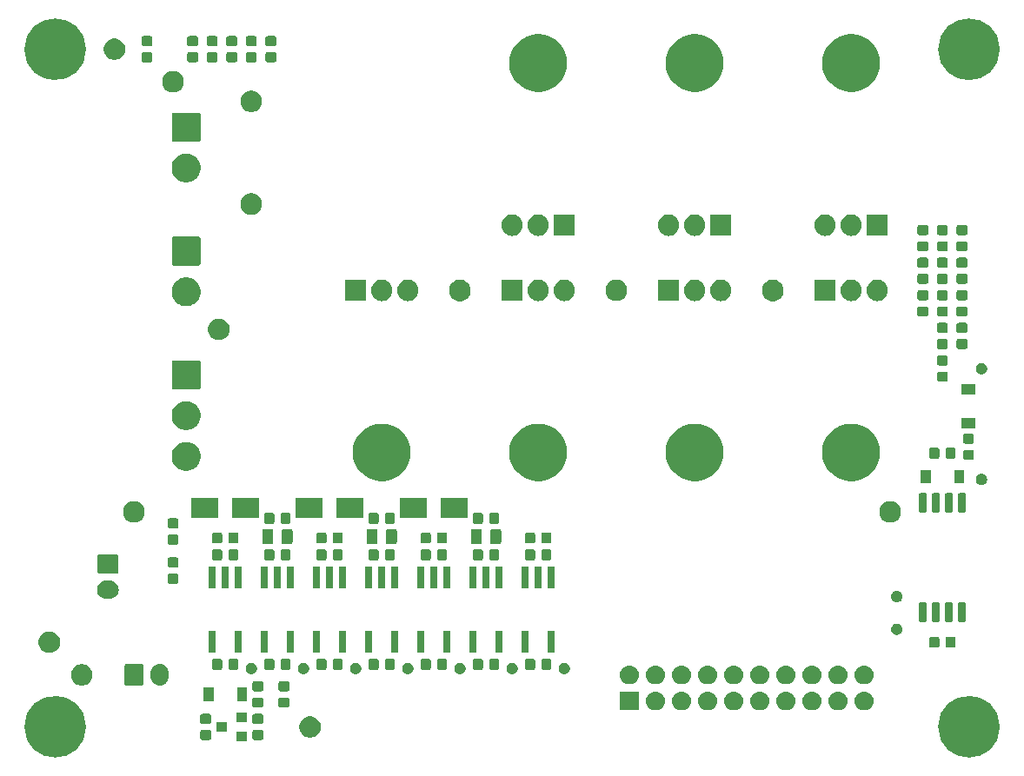
<source format=gts>
G04 #@! TF.GenerationSoftware,KiCad,Pcbnew,(5.1.2)-1*
G04 #@! TF.CreationDate,2020-04-21T09:17:00+09:00*
G04 #@! TF.ProjectId,InverterBoard,496e7665-7274-4657-9242-6f6172642e6b,rev?*
G04 #@! TF.SameCoordinates,Original*
G04 #@! TF.FileFunction,Soldermask,Top*
G04 #@! TF.FilePolarity,Negative*
%FSLAX46Y46*%
G04 Gerber Fmt 4.6, Leading zero omitted, Abs format (unit mm)*
G04 Created by KiCad (PCBNEW (5.1.2)-1) date 2020-04-21 09:17:00*
%MOMM*%
%LPD*%
G04 APERTURE LIST*
%ADD10C,1.000000*%
%ADD11C,0.100000*%
G04 APERTURE END LIST*
D10*
X-42500000Y-33000000D02*
G75*
G03X-42500000Y-33000000I-2000000J0D01*
G01*
X-42000000Y-33000000D02*
G75*
G03X-42000000Y-33000000I-2500000J0D01*
G01*
X46500000Y-33000000D02*
G75*
G03X46500000Y-33000000I-2000000J0D01*
G01*
X47000000Y-33000000D02*
G75*
G03X47000000Y-33000000I-2500000J0D01*
G01*
X46500000Y33000000D02*
G75*
G03X46500000Y33000000I-2000000J0D01*
G01*
X47000000Y33000000D02*
G75*
G03X47000000Y33000000I-2500000J0D01*
G01*
X-42500000Y33000000D02*
G75*
G03X-42500000Y33000000I-2000000J0D01*
G01*
X-42000000Y33000000D02*
G75*
G03X-42000000Y33000000I-2500000J0D01*
G01*
D11*
G36*
X-44124744Y-31391298D02*
G01*
X-44018421Y-31412447D01*
X-43717958Y-31536903D01*
X-43447549Y-31717585D01*
X-43217585Y-31947549D01*
X-43036903Y-32217958D01*
X-42912447Y-32518421D01*
X-42893744Y-32612448D01*
X-42849000Y-32837389D01*
X-42849000Y-33162611D01*
X-42881613Y-33326564D01*
X-42912447Y-33481579D01*
X-43036903Y-33782042D01*
X-43217585Y-34052451D01*
X-43447549Y-34282415D01*
X-43717958Y-34463097D01*
X-44018421Y-34587553D01*
X-44124744Y-34608702D01*
X-44337389Y-34651000D01*
X-44662611Y-34651000D01*
X-44875256Y-34608702D01*
X-44981579Y-34587553D01*
X-45282042Y-34463097D01*
X-45552451Y-34282415D01*
X-45782415Y-34052451D01*
X-45963097Y-33782042D01*
X-46087553Y-33481579D01*
X-46118387Y-33326564D01*
X-46151000Y-33162611D01*
X-46151000Y-32837389D01*
X-46106256Y-32612448D01*
X-46087553Y-32518421D01*
X-45963097Y-32217958D01*
X-45782415Y-31947549D01*
X-45552451Y-31717585D01*
X-45282042Y-31536903D01*
X-44981579Y-31412447D01*
X-44875256Y-31391298D01*
X-44662611Y-31349000D01*
X-44337389Y-31349000D01*
X-44124744Y-31391298D01*
X-44124744Y-31391298D01*
G37*
G36*
X44875256Y-31391298D02*
G01*
X44981579Y-31412447D01*
X45282042Y-31536903D01*
X45552451Y-31717585D01*
X45782415Y-31947549D01*
X45963097Y-32217958D01*
X46087553Y-32518421D01*
X46106256Y-32612448D01*
X46151000Y-32837389D01*
X46151000Y-33162611D01*
X46118387Y-33326564D01*
X46087553Y-33481579D01*
X45963097Y-33782042D01*
X45782415Y-34052451D01*
X45552451Y-34282415D01*
X45282042Y-34463097D01*
X44981579Y-34587553D01*
X44875256Y-34608702D01*
X44662611Y-34651000D01*
X44337389Y-34651000D01*
X44124744Y-34608702D01*
X44018421Y-34587553D01*
X43717958Y-34463097D01*
X43447549Y-34282415D01*
X43217585Y-34052451D01*
X43036903Y-33782042D01*
X42912447Y-33481579D01*
X42881613Y-33326564D01*
X42849000Y-33162611D01*
X42849000Y-32837389D01*
X42893744Y-32612448D01*
X42912447Y-32518421D01*
X43036903Y-32217958D01*
X43217585Y-31947549D01*
X43447549Y-31717585D01*
X43717958Y-31536903D01*
X44018421Y-31412447D01*
X44124744Y-31391298D01*
X44337389Y-31349000D01*
X44662611Y-31349000D01*
X44875256Y-31391298D01*
X44875256Y-31391298D01*
G37*
G36*
X-25804000Y-34421000D02*
G01*
X-26806000Y-34421000D01*
X-26806000Y-33519000D01*
X-25804000Y-33519000D01*
X-25804000Y-34421000D01*
X-25804000Y-34421000D01*
G37*
G36*
X-29465409Y-33323085D02*
G01*
X-29431431Y-33333393D01*
X-29400110Y-33350134D01*
X-29372661Y-33372661D01*
X-29350134Y-33400110D01*
X-29333393Y-33431431D01*
X-29323085Y-33465409D01*
X-29319000Y-33506890D01*
X-29319000Y-34108110D01*
X-29323085Y-34149591D01*
X-29333393Y-34183569D01*
X-29350134Y-34214890D01*
X-29372661Y-34242339D01*
X-29400110Y-34264866D01*
X-29431431Y-34281607D01*
X-29465409Y-34291915D01*
X-29506890Y-34296000D01*
X-30183110Y-34296000D01*
X-30224591Y-34291915D01*
X-30258569Y-34281607D01*
X-30289890Y-34264866D01*
X-30317339Y-34242339D01*
X-30339866Y-34214890D01*
X-30356607Y-34183569D01*
X-30366915Y-34149591D01*
X-30371000Y-34108110D01*
X-30371000Y-33506890D01*
X-30366915Y-33465409D01*
X-30356607Y-33431431D01*
X-30339866Y-33400110D01*
X-30317339Y-33372661D01*
X-30289890Y-33350134D01*
X-30258569Y-33333393D01*
X-30224591Y-33323085D01*
X-30183110Y-33319000D01*
X-29506890Y-33319000D01*
X-29465409Y-33323085D01*
X-29465409Y-33323085D01*
G37*
G36*
X-24385409Y-33323085D02*
G01*
X-24351431Y-33333393D01*
X-24320110Y-33350134D01*
X-24292661Y-33372661D01*
X-24270134Y-33400110D01*
X-24253393Y-33431431D01*
X-24243085Y-33465409D01*
X-24239000Y-33506890D01*
X-24239000Y-34108110D01*
X-24243085Y-34149591D01*
X-24253393Y-34183569D01*
X-24270134Y-34214890D01*
X-24292661Y-34242339D01*
X-24320110Y-34264866D01*
X-24351431Y-34281607D01*
X-24385409Y-34291915D01*
X-24426890Y-34296000D01*
X-25103110Y-34296000D01*
X-25144591Y-34291915D01*
X-25178569Y-34281607D01*
X-25209890Y-34264866D01*
X-25237339Y-34242339D01*
X-25259866Y-34214890D01*
X-25276607Y-34183569D01*
X-25286915Y-34149591D01*
X-25291000Y-34108110D01*
X-25291000Y-33506890D01*
X-25286915Y-33465409D01*
X-25276607Y-33431431D01*
X-25259866Y-33400110D01*
X-25237339Y-33372661D01*
X-25209890Y-33350134D01*
X-25178569Y-33333393D01*
X-25144591Y-33323085D01*
X-25103110Y-33319000D01*
X-24426890Y-33319000D01*
X-24385409Y-33323085D01*
X-24385409Y-33323085D01*
G37*
G36*
X-19378436Y-32009389D02*
G01*
X-19187167Y-32088615D01*
X-19187165Y-32088616D01*
X-19015027Y-32203635D01*
X-18868635Y-32350027D01*
X-18754394Y-32521000D01*
X-18753615Y-32522167D01*
X-18674389Y-32713436D01*
X-18634000Y-32916484D01*
X-18634000Y-33123516D01*
X-18674389Y-33326564D01*
X-18733711Y-33469780D01*
X-18753616Y-33517835D01*
X-18868635Y-33689973D01*
X-19015027Y-33836365D01*
X-19187165Y-33951384D01*
X-19187166Y-33951385D01*
X-19187167Y-33951385D01*
X-19378436Y-34030611D01*
X-19581484Y-34071000D01*
X-19788516Y-34071000D01*
X-19991564Y-34030611D01*
X-20182833Y-33951385D01*
X-20182834Y-33951385D01*
X-20182835Y-33951384D01*
X-20354973Y-33836365D01*
X-20501365Y-33689973D01*
X-20616384Y-33517835D01*
X-20636289Y-33469780D01*
X-20695611Y-33326564D01*
X-20736000Y-33123516D01*
X-20736000Y-32916484D01*
X-20695611Y-32713436D01*
X-20616385Y-32522167D01*
X-20615605Y-32521000D01*
X-20501365Y-32350027D01*
X-20354973Y-32203635D01*
X-20182835Y-32088616D01*
X-20182833Y-32088615D01*
X-19991564Y-32009389D01*
X-19788516Y-31969000D01*
X-19581484Y-31969000D01*
X-19378436Y-32009389D01*
X-19378436Y-32009389D01*
G37*
G36*
X-27804000Y-33471000D02*
G01*
X-28806000Y-33471000D01*
X-28806000Y-32569000D01*
X-27804000Y-32569000D01*
X-27804000Y-33471000D01*
X-27804000Y-33471000D01*
G37*
G36*
X-29465409Y-31748085D02*
G01*
X-29431431Y-31758393D01*
X-29400110Y-31775134D01*
X-29372661Y-31797661D01*
X-29350134Y-31825110D01*
X-29333393Y-31856431D01*
X-29323085Y-31890409D01*
X-29319000Y-31931890D01*
X-29319000Y-32533110D01*
X-29323085Y-32574591D01*
X-29333393Y-32608569D01*
X-29350134Y-32639890D01*
X-29372661Y-32667339D01*
X-29400110Y-32689866D01*
X-29431431Y-32706607D01*
X-29465409Y-32716915D01*
X-29506890Y-32721000D01*
X-30183110Y-32721000D01*
X-30224591Y-32716915D01*
X-30258569Y-32706607D01*
X-30289890Y-32689866D01*
X-30317339Y-32667339D01*
X-30339866Y-32639890D01*
X-30356607Y-32608569D01*
X-30366915Y-32574591D01*
X-30371000Y-32533110D01*
X-30371000Y-31931890D01*
X-30366915Y-31890409D01*
X-30356607Y-31856431D01*
X-30339866Y-31825110D01*
X-30317339Y-31797661D01*
X-30289890Y-31775134D01*
X-30258569Y-31758393D01*
X-30224591Y-31748085D01*
X-30183110Y-31744000D01*
X-29506890Y-31744000D01*
X-29465409Y-31748085D01*
X-29465409Y-31748085D01*
G37*
G36*
X-24385409Y-31748085D02*
G01*
X-24351431Y-31758393D01*
X-24320110Y-31775134D01*
X-24292661Y-31797661D01*
X-24270134Y-31825110D01*
X-24253393Y-31856431D01*
X-24243085Y-31890409D01*
X-24239000Y-31931890D01*
X-24239000Y-32533110D01*
X-24243085Y-32574591D01*
X-24253393Y-32608569D01*
X-24270134Y-32639890D01*
X-24292661Y-32667339D01*
X-24320110Y-32689866D01*
X-24351431Y-32706607D01*
X-24385409Y-32716915D01*
X-24426890Y-32721000D01*
X-25103110Y-32721000D01*
X-25144591Y-32716915D01*
X-25178569Y-32706607D01*
X-25209890Y-32689866D01*
X-25237339Y-32667339D01*
X-25259866Y-32639890D01*
X-25276607Y-32608569D01*
X-25286915Y-32574591D01*
X-25291000Y-32533110D01*
X-25291000Y-31931890D01*
X-25286915Y-31890409D01*
X-25276607Y-31856431D01*
X-25259866Y-31825110D01*
X-25237339Y-31797661D01*
X-25209890Y-31775134D01*
X-25178569Y-31758393D01*
X-25144591Y-31748085D01*
X-25103110Y-31744000D01*
X-24426890Y-31744000D01*
X-24385409Y-31748085D01*
X-24385409Y-31748085D01*
G37*
G36*
X-25804000Y-32521000D02*
G01*
X-26806000Y-32521000D01*
X-26806000Y-31619000D01*
X-25804000Y-31619000D01*
X-25804000Y-32521000D01*
X-25804000Y-32521000D01*
G37*
G36*
X29389294Y-29578633D02*
G01*
X29561695Y-29630931D01*
X29720583Y-29715858D01*
X29859849Y-29830151D01*
X29974142Y-29969417D01*
X30059069Y-30128305D01*
X30111367Y-30300706D01*
X30129025Y-30480000D01*
X30111367Y-30659294D01*
X30059069Y-30831695D01*
X29974142Y-30990583D01*
X29859849Y-31129849D01*
X29720583Y-31244142D01*
X29561695Y-31329069D01*
X29389294Y-31381367D01*
X29254931Y-31394600D01*
X29165069Y-31394600D01*
X29030706Y-31381367D01*
X28858305Y-31329069D01*
X28699417Y-31244142D01*
X28560151Y-31129849D01*
X28445858Y-30990583D01*
X28360931Y-30831695D01*
X28308633Y-30659294D01*
X28290975Y-30480000D01*
X28308633Y-30300706D01*
X28360931Y-30128305D01*
X28445858Y-29969417D01*
X28560151Y-29830151D01*
X28699417Y-29715858D01*
X28858305Y-29630931D01*
X29030706Y-29578633D01*
X29165069Y-29565400D01*
X29254931Y-29565400D01*
X29389294Y-29578633D01*
X29389294Y-29578633D01*
G37*
G36*
X34469294Y-29578633D02*
G01*
X34641695Y-29630931D01*
X34800583Y-29715858D01*
X34939849Y-29830151D01*
X35054142Y-29969417D01*
X35139069Y-30128305D01*
X35191367Y-30300706D01*
X35209025Y-30480000D01*
X35191367Y-30659294D01*
X35139069Y-30831695D01*
X35054142Y-30990583D01*
X34939849Y-31129849D01*
X34800583Y-31244142D01*
X34641695Y-31329069D01*
X34469294Y-31381367D01*
X34334931Y-31394600D01*
X34245069Y-31394600D01*
X34110706Y-31381367D01*
X33938305Y-31329069D01*
X33779417Y-31244142D01*
X33640151Y-31129849D01*
X33525858Y-30990583D01*
X33440931Y-30831695D01*
X33388633Y-30659294D01*
X33370975Y-30480000D01*
X33388633Y-30300706D01*
X33440931Y-30128305D01*
X33525858Y-29969417D01*
X33640151Y-29830151D01*
X33779417Y-29715858D01*
X33938305Y-29630931D01*
X34110706Y-29578633D01*
X34245069Y-29565400D01*
X34334931Y-29565400D01*
X34469294Y-29578633D01*
X34469294Y-29578633D01*
G37*
G36*
X31929294Y-29578633D02*
G01*
X32101695Y-29630931D01*
X32260583Y-29715858D01*
X32399849Y-29830151D01*
X32514142Y-29969417D01*
X32599069Y-30128305D01*
X32651367Y-30300706D01*
X32669025Y-30480000D01*
X32651367Y-30659294D01*
X32599069Y-30831695D01*
X32514142Y-30990583D01*
X32399849Y-31129849D01*
X32260583Y-31244142D01*
X32101695Y-31329069D01*
X31929294Y-31381367D01*
X31794931Y-31394600D01*
X31705069Y-31394600D01*
X31570706Y-31381367D01*
X31398305Y-31329069D01*
X31239417Y-31244142D01*
X31100151Y-31129849D01*
X30985858Y-30990583D01*
X30900931Y-30831695D01*
X30848633Y-30659294D01*
X30830975Y-30480000D01*
X30848633Y-30300706D01*
X30900931Y-30128305D01*
X30985858Y-29969417D01*
X31100151Y-29830151D01*
X31239417Y-29715858D01*
X31398305Y-29630931D01*
X31570706Y-29578633D01*
X31705069Y-29565400D01*
X31794931Y-29565400D01*
X31929294Y-29578633D01*
X31929294Y-29578633D01*
G37*
G36*
X26849294Y-29578633D02*
G01*
X27021695Y-29630931D01*
X27180583Y-29715858D01*
X27319849Y-29830151D01*
X27434142Y-29969417D01*
X27519069Y-30128305D01*
X27571367Y-30300706D01*
X27589025Y-30480000D01*
X27571367Y-30659294D01*
X27519069Y-30831695D01*
X27434142Y-30990583D01*
X27319849Y-31129849D01*
X27180583Y-31244142D01*
X27021695Y-31329069D01*
X26849294Y-31381367D01*
X26714931Y-31394600D01*
X26625069Y-31394600D01*
X26490706Y-31381367D01*
X26318305Y-31329069D01*
X26159417Y-31244142D01*
X26020151Y-31129849D01*
X25905858Y-30990583D01*
X25820931Y-30831695D01*
X25768633Y-30659294D01*
X25750975Y-30480000D01*
X25768633Y-30300706D01*
X25820931Y-30128305D01*
X25905858Y-29969417D01*
X26020151Y-29830151D01*
X26159417Y-29715858D01*
X26318305Y-29630931D01*
X26490706Y-29578633D01*
X26625069Y-29565400D01*
X26714931Y-29565400D01*
X26849294Y-29578633D01*
X26849294Y-29578633D01*
G37*
G36*
X24309294Y-29578633D02*
G01*
X24481695Y-29630931D01*
X24640583Y-29715858D01*
X24779849Y-29830151D01*
X24894142Y-29969417D01*
X24979069Y-30128305D01*
X25031367Y-30300706D01*
X25049025Y-30480000D01*
X25031367Y-30659294D01*
X24979069Y-30831695D01*
X24894142Y-30990583D01*
X24779849Y-31129849D01*
X24640583Y-31244142D01*
X24481695Y-31329069D01*
X24309294Y-31381367D01*
X24174931Y-31394600D01*
X24085069Y-31394600D01*
X23950706Y-31381367D01*
X23778305Y-31329069D01*
X23619417Y-31244142D01*
X23480151Y-31129849D01*
X23365858Y-30990583D01*
X23280931Y-30831695D01*
X23228633Y-30659294D01*
X23210975Y-30480000D01*
X23228633Y-30300706D01*
X23280931Y-30128305D01*
X23365858Y-29969417D01*
X23480151Y-29830151D01*
X23619417Y-29715858D01*
X23778305Y-29630931D01*
X23950706Y-29578633D01*
X24085069Y-29565400D01*
X24174931Y-29565400D01*
X24309294Y-29578633D01*
X24309294Y-29578633D01*
G37*
G36*
X19229294Y-29578633D02*
G01*
X19401695Y-29630931D01*
X19560583Y-29715858D01*
X19699849Y-29830151D01*
X19814142Y-29969417D01*
X19899069Y-30128305D01*
X19951367Y-30300706D01*
X19969025Y-30480000D01*
X19951367Y-30659294D01*
X19899069Y-30831695D01*
X19814142Y-30990583D01*
X19699849Y-31129849D01*
X19560583Y-31244142D01*
X19401695Y-31329069D01*
X19229294Y-31381367D01*
X19094931Y-31394600D01*
X19005069Y-31394600D01*
X18870706Y-31381367D01*
X18698305Y-31329069D01*
X18539417Y-31244142D01*
X18400151Y-31129849D01*
X18285858Y-30990583D01*
X18200931Y-30831695D01*
X18148633Y-30659294D01*
X18130975Y-30480000D01*
X18148633Y-30300706D01*
X18200931Y-30128305D01*
X18285858Y-29969417D01*
X18400151Y-29830151D01*
X18539417Y-29715858D01*
X18698305Y-29630931D01*
X18870706Y-29578633D01*
X19005069Y-29565400D01*
X19094931Y-29565400D01*
X19229294Y-29578633D01*
X19229294Y-29578633D01*
G37*
G36*
X12344600Y-31394600D02*
G01*
X10515400Y-31394600D01*
X10515400Y-29565400D01*
X12344600Y-29565400D01*
X12344600Y-31394600D01*
X12344600Y-31394600D01*
G37*
G36*
X16689294Y-29578633D02*
G01*
X16861695Y-29630931D01*
X17020583Y-29715858D01*
X17159849Y-29830151D01*
X17274142Y-29969417D01*
X17359069Y-30128305D01*
X17411367Y-30300706D01*
X17429025Y-30480000D01*
X17411367Y-30659294D01*
X17359069Y-30831695D01*
X17274142Y-30990583D01*
X17159849Y-31129849D01*
X17020583Y-31244142D01*
X16861695Y-31329069D01*
X16689294Y-31381367D01*
X16554931Y-31394600D01*
X16465069Y-31394600D01*
X16330706Y-31381367D01*
X16158305Y-31329069D01*
X15999417Y-31244142D01*
X15860151Y-31129849D01*
X15745858Y-30990583D01*
X15660931Y-30831695D01*
X15608633Y-30659294D01*
X15590975Y-30480000D01*
X15608633Y-30300706D01*
X15660931Y-30128305D01*
X15745858Y-29969417D01*
X15860151Y-29830151D01*
X15999417Y-29715858D01*
X16158305Y-29630931D01*
X16330706Y-29578633D01*
X16465069Y-29565400D01*
X16554931Y-29565400D01*
X16689294Y-29578633D01*
X16689294Y-29578633D01*
G37*
G36*
X14149294Y-29578633D02*
G01*
X14321695Y-29630931D01*
X14480583Y-29715858D01*
X14619849Y-29830151D01*
X14734142Y-29969417D01*
X14819069Y-30128305D01*
X14871367Y-30300706D01*
X14889025Y-30480000D01*
X14871367Y-30659294D01*
X14819069Y-30831695D01*
X14734142Y-30990583D01*
X14619849Y-31129849D01*
X14480583Y-31244142D01*
X14321695Y-31329069D01*
X14149294Y-31381367D01*
X14014931Y-31394600D01*
X13925069Y-31394600D01*
X13790706Y-31381367D01*
X13618305Y-31329069D01*
X13459417Y-31244142D01*
X13320151Y-31129849D01*
X13205858Y-30990583D01*
X13120931Y-30831695D01*
X13068633Y-30659294D01*
X13050975Y-30480000D01*
X13068633Y-30300706D01*
X13120931Y-30128305D01*
X13205858Y-29969417D01*
X13320151Y-29830151D01*
X13459417Y-29715858D01*
X13618305Y-29630931D01*
X13790706Y-29578633D01*
X13925069Y-29565400D01*
X14014931Y-29565400D01*
X14149294Y-29578633D01*
X14149294Y-29578633D01*
G37*
G36*
X21769294Y-29578633D02*
G01*
X21941695Y-29630931D01*
X22100583Y-29715858D01*
X22239849Y-29830151D01*
X22354142Y-29969417D01*
X22439069Y-30128305D01*
X22491367Y-30300706D01*
X22509025Y-30480000D01*
X22491367Y-30659294D01*
X22439069Y-30831695D01*
X22354142Y-30990583D01*
X22239849Y-31129849D01*
X22100583Y-31244142D01*
X21941695Y-31329069D01*
X21769294Y-31381367D01*
X21634931Y-31394600D01*
X21545069Y-31394600D01*
X21410706Y-31381367D01*
X21238305Y-31329069D01*
X21079417Y-31244142D01*
X20940151Y-31129849D01*
X20825858Y-30990583D01*
X20740931Y-30831695D01*
X20688633Y-30659294D01*
X20670975Y-30480000D01*
X20688633Y-30300706D01*
X20740931Y-30128305D01*
X20825858Y-29969417D01*
X20940151Y-29830151D01*
X21079417Y-29715858D01*
X21238305Y-29630931D01*
X21410706Y-29578633D01*
X21545069Y-29565400D01*
X21634931Y-29565400D01*
X21769294Y-29578633D01*
X21769294Y-29578633D01*
G37*
G36*
X-24385409Y-30148085D02*
G01*
X-24351431Y-30158393D01*
X-24320110Y-30175134D01*
X-24292661Y-30197661D01*
X-24270134Y-30225110D01*
X-24253393Y-30256431D01*
X-24243085Y-30290409D01*
X-24239000Y-30331890D01*
X-24239000Y-30933110D01*
X-24243085Y-30974591D01*
X-24253393Y-31008569D01*
X-24270134Y-31039890D01*
X-24292661Y-31067339D01*
X-24320110Y-31089866D01*
X-24351431Y-31106607D01*
X-24385409Y-31116915D01*
X-24426890Y-31121000D01*
X-25103110Y-31121000D01*
X-25144591Y-31116915D01*
X-25178569Y-31106607D01*
X-25209890Y-31089866D01*
X-25237339Y-31067339D01*
X-25259866Y-31039890D01*
X-25276607Y-31008569D01*
X-25286915Y-30974591D01*
X-25291000Y-30933110D01*
X-25291000Y-30331890D01*
X-25286915Y-30290409D01*
X-25276607Y-30256431D01*
X-25259866Y-30225110D01*
X-25237339Y-30197661D01*
X-25209890Y-30175134D01*
X-25178569Y-30158393D01*
X-25144591Y-30148085D01*
X-25103110Y-30144000D01*
X-24426890Y-30144000D01*
X-24385409Y-30148085D01*
X-24385409Y-30148085D01*
G37*
G36*
X-21845409Y-30148085D02*
G01*
X-21811431Y-30158393D01*
X-21780110Y-30175134D01*
X-21752661Y-30197661D01*
X-21730134Y-30225110D01*
X-21713393Y-30256431D01*
X-21703085Y-30290409D01*
X-21699000Y-30331890D01*
X-21699000Y-30933110D01*
X-21703085Y-30974591D01*
X-21713393Y-31008569D01*
X-21730134Y-31039890D01*
X-21752661Y-31067339D01*
X-21780110Y-31089866D01*
X-21811431Y-31106607D01*
X-21845409Y-31116915D01*
X-21886890Y-31121000D01*
X-22563110Y-31121000D01*
X-22604591Y-31116915D01*
X-22638569Y-31106607D01*
X-22669890Y-31089866D01*
X-22697339Y-31067339D01*
X-22719866Y-31039890D01*
X-22736607Y-31008569D01*
X-22746915Y-30974591D01*
X-22751000Y-30933110D01*
X-22751000Y-30331890D01*
X-22746915Y-30290409D01*
X-22736607Y-30256431D01*
X-22719866Y-30225110D01*
X-22697339Y-30197661D01*
X-22669890Y-30175134D01*
X-22638569Y-30158393D01*
X-22604591Y-30148085D01*
X-22563110Y-30144000D01*
X-21886890Y-30144000D01*
X-21845409Y-30148085D01*
X-21845409Y-30148085D01*
G37*
G36*
X-25789000Y-30496000D02*
G01*
X-26791000Y-30496000D01*
X-26791000Y-29194000D01*
X-25789000Y-29194000D01*
X-25789000Y-30496000D01*
X-25789000Y-30496000D01*
G37*
G36*
X-29089000Y-30496000D02*
G01*
X-30091000Y-30496000D01*
X-30091000Y-29194000D01*
X-29089000Y-29194000D01*
X-29089000Y-30496000D01*
X-29089000Y-30496000D01*
G37*
G36*
X-24385409Y-28573085D02*
G01*
X-24351431Y-28583393D01*
X-24320110Y-28600134D01*
X-24292661Y-28622661D01*
X-24270134Y-28650110D01*
X-24253393Y-28681431D01*
X-24243085Y-28715409D01*
X-24239000Y-28756890D01*
X-24239000Y-29358110D01*
X-24243085Y-29399591D01*
X-24253393Y-29433569D01*
X-24270134Y-29464890D01*
X-24292661Y-29492339D01*
X-24320110Y-29514866D01*
X-24351431Y-29531607D01*
X-24385409Y-29541915D01*
X-24426890Y-29546000D01*
X-25103110Y-29546000D01*
X-25144591Y-29541915D01*
X-25178569Y-29531607D01*
X-25209890Y-29514866D01*
X-25237339Y-29492339D01*
X-25259866Y-29464890D01*
X-25276607Y-29433569D01*
X-25286915Y-29399591D01*
X-25291000Y-29358110D01*
X-25291000Y-28756890D01*
X-25286915Y-28715409D01*
X-25276607Y-28681431D01*
X-25259866Y-28650110D01*
X-25237339Y-28622661D01*
X-25209890Y-28600134D01*
X-25178569Y-28583393D01*
X-25144591Y-28573085D01*
X-25103110Y-28569000D01*
X-24426890Y-28569000D01*
X-24385409Y-28573085D01*
X-24385409Y-28573085D01*
G37*
G36*
X-21845409Y-28573085D02*
G01*
X-21811431Y-28583393D01*
X-21780110Y-28600134D01*
X-21752661Y-28622661D01*
X-21730134Y-28650110D01*
X-21713393Y-28681431D01*
X-21703085Y-28715409D01*
X-21699000Y-28756890D01*
X-21699000Y-29358110D01*
X-21703085Y-29399591D01*
X-21713393Y-29433569D01*
X-21730134Y-29464890D01*
X-21752661Y-29492339D01*
X-21780110Y-29514866D01*
X-21811431Y-29531607D01*
X-21845409Y-29541915D01*
X-21886890Y-29546000D01*
X-22563110Y-29546000D01*
X-22604591Y-29541915D01*
X-22638569Y-29531607D01*
X-22669890Y-29514866D01*
X-22697339Y-29492339D01*
X-22719866Y-29464890D01*
X-22736607Y-29433569D01*
X-22746915Y-29399591D01*
X-22751000Y-29358110D01*
X-22751000Y-28756890D01*
X-22746915Y-28715409D01*
X-22736607Y-28681431D01*
X-22719866Y-28650110D01*
X-22697339Y-28622661D01*
X-22669890Y-28600134D01*
X-22638569Y-28583393D01*
X-22604591Y-28573085D01*
X-22563110Y-28569000D01*
X-21886890Y-28569000D01*
X-21845409Y-28573085D01*
X-21845409Y-28573085D01*
G37*
G36*
X-34153374Y-26902037D02*
G01*
X-33983535Y-26953557D01*
X-33983533Y-26953558D01*
X-33827011Y-27037221D01*
X-33689814Y-27149814D01*
X-33606996Y-27250730D01*
X-33577222Y-27287009D01*
X-33577221Y-27287011D01*
X-33500038Y-27431408D01*
X-33493557Y-27443534D01*
X-33442037Y-27613373D01*
X-33429000Y-27745742D01*
X-33429000Y-28134257D01*
X-33442037Y-28266626D01*
X-33493557Y-28436466D01*
X-33577222Y-28592991D01*
X-33591159Y-28609973D01*
X-33689814Y-28730186D01*
X-33784750Y-28808097D01*
X-33827009Y-28842778D01*
X-33983534Y-28926443D01*
X-34153373Y-28977963D01*
X-34330000Y-28995359D01*
X-34506626Y-28977963D01*
X-34676465Y-28926443D01*
X-34832990Y-28842778D01*
X-34970185Y-28730185D01*
X-35082778Y-28592991D01*
X-35166443Y-28436466D01*
X-35217963Y-28266627D01*
X-35231000Y-28134258D01*
X-35231000Y-27745743D01*
X-35217963Y-27613374D01*
X-35166443Y-27443535D01*
X-35091641Y-27303591D01*
X-35082779Y-27287011D01*
X-34970186Y-27149814D01*
X-34868729Y-27066552D01*
X-34832991Y-27037222D01*
X-34676466Y-26953557D01*
X-34506627Y-26902037D01*
X-34330000Y-26884641D01*
X-34153374Y-26902037D01*
X-34153374Y-26902037D01*
G37*
G36*
X-41603436Y-26929389D02*
G01*
X-41436954Y-26998348D01*
X-41412165Y-27008616D01*
X-41240027Y-27123635D01*
X-41093635Y-27270027D01*
X-41034005Y-27359269D01*
X-40978615Y-27442167D01*
X-40899389Y-27633436D01*
X-40859000Y-27836484D01*
X-40859000Y-28043516D01*
X-40899389Y-28246564D01*
X-40978049Y-28436466D01*
X-40978616Y-28437835D01*
X-41093635Y-28609973D01*
X-41240027Y-28756365D01*
X-41412165Y-28871384D01*
X-41412166Y-28871385D01*
X-41412167Y-28871385D01*
X-41603436Y-28950611D01*
X-41806484Y-28991000D01*
X-42013516Y-28991000D01*
X-42216564Y-28950611D01*
X-42407833Y-28871385D01*
X-42407834Y-28871385D01*
X-42407835Y-28871384D01*
X-42579973Y-28756365D01*
X-42726365Y-28609973D01*
X-42841384Y-28437835D01*
X-42841951Y-28436466D01*
X-42920611Y-28246564D01*
X-42961000Y-28043516D01*
X-42961000Y-27836484D01*
X-42920611Y-27633436D01*
X-42841385Y-27442167D01*
X-42785994Y-27359269D01*
X-42726365Y-27270027D01*
X-42579973Y-27123635D01*
X-42407835Y-27008616D01*
X-42383046Y-26998348D01*
X-42216564Y-26929389D01*
X-42013516Y-26889000D01*
X-41806484Y-26889000D01*
X-41603436Y-26929389D01*
X-41603436Y-26929389D01*
G37*
G36*
X-36071400Y-26892989D02*
G01*
X-36038348Y-26903015D01*
X-36007897Y-26919292D01*
X-35981201Y-26941201D01*
X-35959292Y-26967897D01*
X-35943015Y-26998348D01*
X-35932989Y-27031400D01*
X-35929000Y-27071903D01*
X-35929000Y-28808097D01*
X-35932989Y-28848600D01*
X-35943015Y-28881652D01*
X-35959292Y-28912103D01*
X-35981201Y-28938799D01*
X-36007897Y-28960708D01*
X-36038348Y-28976985D01*
X-36071400Y-28987011D01*
X-36111903Y-28991000D01*
X-37548097Y-28991000D01*
X-37588600Y-28987011D01*
X-37621652Y-28976985D01*
X-37652103Y-28960708D01*
X-37678799Y-28938799D01*
X-37700708Y-28912103D01*
X-37716985Y-28881652D01*
X-37727011Y-28848600D01*
X-37731000Y-28808097D01*
X-37731000Y-27071903D01*
X-37727011Y-27031400D01*
X-37716985Y-26998348D01*
X-37700708Y-26967897D01*
X-37678799Y-26941201D01*
X-37652103Y-26919292D01*
X-37621652Y-26903015D01*
X-37588600Y-26892989D01*
X-37548097Y-26889000D01*
X-36111903Y-26889000D01*
X-36071400Y-26892989D01*
X-36071400Y-26892989D01*
G37*
G36*
X21769294Y-27038633D02*
G01*
X21941695Y-27090931D01*
X22100583Y-27175858D01*
X22239849Y-27290151D01*
X22354142Y-27429417D01*
X22439069Y-27588305D01*
X22491367Y-27760706D01*
X22509025Y-27940000D01*
X22491367Y-28119294D01*
X22439069Y-28291695D01*
X22354142Y-28450583D01*
X22239849Y-28589849D01*
X22100583Y-28704142D01*
X21941695Y-28789069D01*
X21769294Y-28841367D01*
X21634931Y-28854600D01*
X21545069Y-28854600D01*
X21410706Y-28841367D01*
X21238305Y-28789069D01*
X21079417Y-28704142D01*
X20940151Y-28589849D01*
X20825858Y-28450583D01*
X20740931Y-28291695D01*
X20688633Y-28119294D01*
X20670975Y-27940000D01*
X20688633Y-27760706D01*
X20740931Y-27588305D01*
X20825858Y-27429417D01*
X20940151Y-27290151D01*
X21079417Y-27175858D01*
X21238305Y-27090931D01*
X21410706Y-27038633D01*
X21545069Y-27025400D01*
X21634931Y-27025400D01*
X21769294Y-27038633D01*
X21769294Y-27038633D01*
G37*
G36*
X11609294Y-27038633D02*
G01*
X11781695Y-27090931D01*
X11940583Y-27175858D01*
X12079849Y-27290151D01*
X12194142Y-27429417D01*
X12279069Y-27588305D01*
X12331367Y-27760706D01*
X12349025Y-27940000D01*
X12331367Y-28119294D01*
X12279069Y-28291695D01*
X12194142Y-28450583D01*
X12079849Y-28589849D01*
X11940583Y-28704142D01*
X11781695Y-28789069D01*
X11609294Y-28841367D01*
X11474931Y-28854600D01*
X11385069Y-28854600D01*
X11250706Y-28841367D01*
X11078305Y-28789069D01*
X10919417Y-28704142D01*
X10780151Y-28589849D01*
X10665858Y-28450583D01*
X10580931Y-28291695D01*
X10528633Y-28119294D01*
X10510975Y-27940000D01*
X10528633Y-27760706D01*
X10580931Y-27588305D01*
X10665858Y-27429417D01*
X10780151Y-27290151D01*
X10919417Y-27175858D01*
X11078305Y-27090931D01*
X11250706Y-27038633D01*
X11385069Y-27025400D01*
X11474931Y-27025400D01*
X11609294Y-27038633D01*
X11609294Y-27038633D01*
G37*
G36*
X14149294Y-27038633D02*
G01*
X14321695Y-27090931D01*
X14480583Y-27175858D01*
X14619849Y-27290151D01*
X14734142Y-27429417D01*
X14819069Y-27588305D01*
X14871367Y-27760706D01*
X14889025Y-27940000D01*
X14871367Y-28119294D01*
X14819069Y-28291695D01*
X14734142Y-28450583D01*
X14619849Y-28589849D01*
X14480583Y-28704142D01*
X14321695Y-28789069D01*
X14149294Y-28841367D01*
X14014931Y-28854600D01*
X13925069Y-28854600D01*
X13790706Y-28841367D01*
X13618305Y-28789069D01*
X13459417Y-28704142D01*
X13320151Y-28589849D01*
X13205858Y-28450583D01*
X13120931Y-28291695D01*
X13068633Y-28119294D01*
X13050975Y-27940000D01*
X13068633Y-27760706D01*
X13120931Y-27588305D01*
X13205858Y-27429417D01*
X13320151Y-27290151D01*
X13459417Y-27175858D01*
X13618305Y-27090931D01*
X13790706Y-27038633D01*
X13925069Y-27025400D01*
X14014931Y-27025400D01*
X14149294Y-27038633D01*
X14149294Y-27038633D01*
G37*
G36*
X16689294Y-27038633D02*
G01*
X16861695Y-27090931D01*
X17020583Y-27175858D01*
X17159849Y-27290151D01*
X17274142Y-27429417D01*
X17359069Y-27588305D01*
X17411367Y-27760706D01*
X17429025Y-27940000D01*
X17411367Y-28119294D01*
X17359069Y-28291695D01*
X17274142Y-28450583D01*
X17159849Y-28589849D01*
X17020583Y-28704142D01*
X16861695Y-28789069D01*
X16689294Y-28841367D01*
X16554931Y-28854600D01*
X16465069Y-28854600D01*
X16330706Y-28841367D01*
X16158305Y-28789069D01*
X15999417Y-28704142D01*
X15860151Y-28589849D01*
X15745858Y-28450583D01*
X15660931Y-28291695D01*
X15608633Y-28119294D01*
X15590975Y-27940000D01*
X15608633Y-27760706D01*
X15660931Y-27588305D01*
X15745858Y-27429417D01*
X15860151Y-27290151D01*
X15999417Y-27175858D01*
X16158305Y-27090931D01*
X16330706Y-27038633D01*
X16465069Y-27025400D01*
X16554931Y-27025400D01*
X16689294Y-27038633D01*
X16689294Y-27038633D01*
G37*
G36*
X19229294Y-27038633D02*
G01*
X19401695Y-27090931D01*
X19560583Y-27175858D01*
X19699849Y-27290151D01*
X19814142Y-27429417D01*
X19899069Y-27588305D01*
X19951367Y-27760706D01*
X19969025Y-27940000D01*
X19951367Y-28119294D01*
X19899069Y-28291695D01*
X19814142Y-28450583D01*
X19699849Y-28589849D01*
X19560583Y-28704142D01*
X19401695Y-28789069D01*
X19229294Y-28841367D01*
X19094931Y-28854600D01*
X19005069Y-28854600D01*
X18870706Y-28841367D01*
X18698305Y-28789069D01*
X18539417Y-28704142D01*
X18400151Y-28589849D01*
X18285858Y-28450583D01*
X18200931Y-28291695D01*
X18148633Y-28119294D01*
X18130975Y-27940000D01*
X18148633Y-27760706D01*
X18200931Y-27588305D01*
X18285858Y-27429417D01*
X18400151Y-27290151D01*
X18539417Y-27175858D01*
X18698305Y-27090931D01*
X18870706Y-27038633D01*
X19005069Y-27025400D01*
X19094931Y-27025400D01*
X19229294Y-27038633D01*
X19229294Y-27038633D01*
G37*
G36*
X24309294Y-27038633D02*
G01*
X24481695Y-27090931D01*
X24640583Y-27175858D01*
X24779849Y-27290151D01*
X24894142Y-27429417D01*
X24979069Y-27588305D01*
X25031367Y-27760706D01*
X25049025Y-27940000D01*
X25031367Y-28119294D01*
X24979069Y-28291695D01*
X24894142Y-28450583D01*
X24779849Y-28589849D01*
X24640583Y-28704142D01*
X24481695Y-28789069D01*
X24309294Y-28841367D01*
X24174931Y-28854600D01*
X24085069Y-28854600D01*
X23950706Y-28841367D01*
X23778305Y-28789069D01*
X23619417Y-28704142D01*
X23480151Y-28589849D01*
X23365858Y-28450583D01*
X23280931Y-28291695D01*
X23228633Y-28119294D01*
X23210975Y-27940000D01*
X23228633Y-27760706D01*
X23280931Y-27588305D01*
X23365858Y-27429417D01*
X23480151Y-27290151D01*
X23619417Y-27175858D01*
X23778305Y-27090931D01*
X23950706Y-27038633D01*
X24085069Y-27025400D01*
X24174931Y-27025400D01*
X24309294Y-27038633D01*
X24309294Y-27038633D01*
G37*
G36*
X26849294Y-27038633D02*
G01*
X27021695Y-27090931D01*
X27180583Y-27175858D01*
X27319849Y-27290151D01*
X27434142Y-27429417D01*
X27519069Y-27588305D01*
X27571367Y-27760706D01*
X27589025Y-27940000D01*
X27571367Y-28119294D01*
X27519069Y-28291695D01*
X27434142Y-28450583D01*
X27319849Y-28589849D01*
X27180583Y-28704142D01*
X27021695Y-28789069D01*
X26849294Y-28841367D01*
X26714931Y-28854600D01*
X26625069Y-28854600D01*
X26490706Y-28841367D01*
X26318305Y-28789069D01*
X26159417Y-28704142D01*
X26020151Y-28589849D01*
X25905858Y-28450583D01*
X25820931Y-28291695D01*
X25768633Y-28119294D01*
X25750975Y-27940000D01*
X25768633Y-27760706D01*
X25820931Y-27588305D01*
X25905858Y-27429417D01*
X26020151Y-27290151D01*
X26159417Y-27175858D01*
X26318305Y-27090931D01*
X26490706Y-27038633D01*
X26625069Y-27025400D01*
X26714931Y-27025400D01*
X26849294Y-27038633D01*
X26849294Y-27038633D01*
G37*
G36*
X31929294Y-27038633D02*
G01*
X32101695Y-27090931D01*
X32260583Y-27175858D01*
X32399849Y-27290151D01*
X32514142Y-27429417D01*
X32599069Y-27588305D01*
X32651367Y-27760706D01*
X32669025Y-27940000D01*
X32651367Y-28119294D01*
X32599069Y-28291695D01*
X32514142Y-28450583D01*
X32399849Y-28589849D01*
X32260583Y-28704142D01*
X32101695Y-28789069D01*
X31929294Y-28841367D01*
X31794931Y-28854600D01*
X31705069Y-28854600D01*
X31570706Y-28841367D01*
X31398305Y-28789069D01*
X31239417Y-28704142D01*
X31100151Y-28589849D01*
X30985858Y-28450583D01*
X30900931Y-28291695D01*
X30848633Y-28119294D01*
X30830975Y-27940000D01*
X30848633Y-27760706D01*
X30900931Y-27588305D01*
X30985858Y-27429417D01*
X31100151Y-27290151D01*
X31239417Y-27175858D01*
X31398305Y-27090931D01*
X31570706Y-27038633D01*
X31705069Y-27025400D01*
X31794931Y-27025400D01*
X31929294Y-27038633D01*
X31929294Y-27038633D01*
G37*
G36*
X29389294Y-27038633D02*
G01*
X29561695Y-27090931D01*
X29720583Y-27175858D01*
X29859849Y-27290151D01*
X29974142Y-27429417D01*
X30059069Y-27588305D01*
X30111367Y-27760706D01*
X30129025Y-27940000D01*
X30111367Y-28119294D01*
X30059069Y-28291695D01*
X29974142Y-28450583D01*
X29859849Y-28589849D01*
X29720583Y-28704142D01*
X29561695Y-28789069D01*
X29389294Y-28841367D01*
X29254931Y-28854600D01*
X29165069Y-28854600D01*
X29030706Y-28841367D01*
X28858305Y-28789069D01*
X28699417Y-28704142D01*
X28560151Y-28589849D01*
X28445858Y-28450583D01*
X28360931Y-28291695D01*
X28308633Y-28119294D01*
X28290975Y-27940000D01*
X28308633Y-27760706D01*
X28360931Y-27588305D01*
X28445858Y-27429417D01*
X28560151Y-27290151D01*
X28699417Y-27175858D01*
X28858305Y-27090931D01*
X29030706Y-27038633D01*
X29165069Y-27025400D01*
X29254931Y-27025400D01*
X29389294Y-27038633D01*
X29389294Y-27038633D01*
G37*
G36*
X34469294Y-27038633D02*
G01*
X34641695Y-27090931D01*
X34800583Y-27175858D01*
X34939849Y-27290151D01*
X35054142Y-27429417D01*
X35139069Y-27588305D01*
X35191367Y-27760706D01*
X35209025Y-27940000D01*
X35191367Y-28119294D01*
X35139069Y-28291695D01*
X35054142Y-28450583D01*
X34939849Y-28589849D01*
X34800583Y-28704142D01*
X34641695Y-28789069D01*
X34469294Y-28841367D01*
X34334931Y-28854600D01*
X34245069Y-28854600D01*
X34110706Y-28841367D01*
X33938305Y-28789069D01*
X33779417Y-28704142D01*
X33640151Y-28589849D01*
X33525858Y-28450583D01*
X33440931Y-28291695D01*
X33388633Y-28119294D01*
X33370975Y-27940000D01*
X33388633Y-27760706D01*
X33440931Y-27588305D01*
X33525858Y-27429417D01*
X33640151Y-27290151D01*
X33779417Y-27175858D01*
X33938305Y-27090931D01*
X34110706Y-27038633D01*
X34245069Y-27025400D01*
X34334931Y-27025400D01*
X34469294Y-27038633D01*
X34469294Y-27038633D01*
G37*
G36*
X-4919279Y-26775174D02*
G01*
X-4819005Y-26816709D01*
X-4819004Y-26816710D01*
X-4728758Y-26877010D01*
X-4652010Y-26953758D01*
X-4652009Y-26953760D01*
X-4591709Y-27044005D01*
X-4550174Y-27144279D01*
X-4529000Y-27250730D01*
X-4529000Y-27359270D01*
X-4550174Y-27465721D01*
X-4591709Y-27565995D01*
X-4606616Y-27588305D01*
X-4652010Y-27656242D01*
X-4728758Y-27732990D01*
X-4770238Y-27760706D01*
X-4819005Y-27793291D01*
X-4919279Y-27834826D01*
X-5025730Y-27856000D01*
X-5134270Y-27856000D01*
X-5240721Y-27834826D01*
X-5340995Y-27793291D01*
X-5389762Y-27760706D01*
X-5431242Y-27732990D01*
X-5507990Y-27656242D01*
X-5553384Y-27588305D01*
X-5568291Y-27565995D01*
X-5609826Y-27465721D01*
X-5631000Y-27359270D01*
X-5631000Y-27250730D01*
X-5609826Y-27144279D01*
X-5568291Y-27044005D01*
X-5507991Y-26953760D01*
X-5507990Y-26953758D01*
X-5431242Y-26877010D01*
X-5340996Y-26816710D01*
X-5340995Y-26816709D01*
X-5240721Y-26775174D01*
X-5134270Y-26754000D01*
X-5025730Y-26754000D01*
X-4919279Y-26775174D01*
X-4919279Y-26775174D01*
G37*
G36*
X5240721Y-26775174D02*
G01*
X5340995Y-26816709D01*
X5340996Y-26816710D01*
X5431242Y-26877010D01*
X5507990Y-26953758D01*
X5507991Y-26953760D01*
X5568291Y-27044005D01*
X5609826Y-27144279D01*
X5631000Y-27250730D01*
X5631000Y-27359270D01*
X5609826Y-27465721D01*
X5568291Y-27565995D01*
X5553384Y-27588305D01*
X5507990Y-27656242D01*
X5431242Y-27732990D01*
X5389762Y-27760706D01*
X5340995Y-27793291D01*
X5240721Y-27834826D01*
X5134270Y-27856000D01*
X5025730Y-27856000D01*
X4919279Y-27834826D01*
X4819005Y-27793291D01*
X4770238Y-27760706D01*
X4728758Y-27732990D01*
X4652010Y-27656242D01*
X4606616Y-27588305D01*
X4591709Y-27565995D01*
X4550174Y-27465721D01*
X4529000Y-27359270D01*
X4529000Y-27250730D01*
X4550174Y-27144279D01*
X4591709Y-27044005D01*
X4652009Y-26953760D01*
X4652010Y-26953758D01*
X4728758Y-26877010D01*
X4819004Y-26816710D01*
X4819005Y-26816709D01*
X4919279Y-26775174D01*
X5025730Y-26754000D01*
X5134270Y-26754000D01*
X5240721Y-26775174D01*
X5240721Y-26775174D01*
G37*
G36*
X160721Y-26775174D02*
G01*
X260995Y-26816709D01*
X260996Y-26816710D01*
X351242Y-26877010D01*
X427990Y-26953758D01*
X427991Y-26953760D01*
X488291Y-27044005D01*
X529826Y-27144279D01*
X551000Y-27250730D01*
X551000Y-27359270D01*
X529826Y-27465721D01*
X488291Y-27565995D01*
X473384Y-27588305D01*
X427990Y-27656242D01*
X351242Y-27732990D01*
X309762Y-27760706D01*
X260995Y-27793291D01*
X160721Y-27834826D01*
X54270Y-27856000D01*
X-54270Y-27856000D01*
X-160721Y-27834826D01*
X-260995Y-27793291D01*
X-309762Y-27760706D01*
X-351242Y-27732990D01*
X-427990Y-27656242D01*
X-473384Y-27588305D01*
X-488291Y-27565995D01*
X-529826Y-27465721D01*
X-551000Y-27359270D01*
X-551000Y-27250730D01*
X-529826Y-27144279D01*
X-488291Y-27044005D01*
X-427991Y-26953760D01*
X-427990Y-26953758D01*
X-351242Y-26877010D01*
X-260996Y-26816710D01*
X-260995Y-26816709D01*
X-160721Y-26775174D01*
X-54270Y-26754000D01*
X54270Y-26754000D01*
X160721Y-26775174D01*
X160721Y-26775174D01*
G37*
G36*
X-9999279Y-26775174D02*
G01*
X-9899005Y-26816709D01*
X-9899004Y-26816710D01*
X-9808758Y-26877010D01*
X-9732010Y-26953758D01*
X-9732009Y-26953760D01*
X-9671709Y-27044005D01*
X-9630174Y-27144279D01*
X-9609000Y-27250730D01*
X-9609000Y-27359270D01*
X-9630174Y-27465721D01*
X-9671709Y-27565995D01*
X-9686616Y-27588305D01*
X-9732010Y-27656242D01*
X-9808758Y-27732990D01*
X-9850238Y-27760706D01*
X-9899005Y-27793291D01*
X-9999279Y-27834826D01*
X-10105730Y-27856000D01*
X-10214270Y-27856000D01*
X-10320721Y-27834826D01*
X-10420995Y-27793291D01*
X-10469762Y-27760706D01*
X-10511242Y-27732990D01*
X-10587990Y-27656242D01*
X-10633384Y-27588305D01*
X-10648291Y-27565995D01*
X-10689826Y-27465721D01*
X-10711000Y-27359270D01*
X-10711000Y-27250730D01*
X-10689826Y-27144279D01*
X-10648291Y-27044005D01*
X-10587991Y-26953760D01*
X-10587990Y-26953758D01*
X-10511242Y-26877010D01*
X-10420996Y-26816710D01*
X-10420995Y-26816709D01*
X-10320721Y-26775174D01*
X-10214270Y-26754000D01*
X-10105730Y-26754000D01*
X-9999279Y-26775174D01*
X-9999279Y-26775174D01*
G37*
G36*
X-15079279Y-26775174D02*
G01*
X-14979005Y-26816709D01*
X-14979004Y-26816710D01*
X-14888758Y-26877010D01*
X-14812010Y-26953758D01*
X-14812009Y-26953760D01*
X-14751709Y-27044005D01*
X-14710174Y-27144279D01*
X-14689000Y-27250730D01*
X-14689000Y-27359270D01*
X-14710174Y-27465721D01*
X-14751709Y-27565995D01*
X-14766616Y-27588305D01*
X-14812010Y-27656242D01*
X-14888758Y-27732990D01*
X-14930238Y-27760706D01*
X-14979005Y-27793291D01*
X-15079279Y-27834826D01*
X-15185730Y-27856000D01*
X-15294270Y-27856000D01*
X-15400721Y-27834826D01*
X-15500995Y-27793291D01*
X-15549762Y-27760706D01*
X-15591242Y-27732990D01*
X-15667990Y-27656242D01*
X-15713384Y-27588305D01*
X-15728291Y-27565995D01*
X-15769826Y-27465721D01*
X-15791000Y-27359270D01*
X-15791000Y-27250730D01*
X-15769826Y-27144279D01*
X-15728291Y-27044005D01*
X-15667991Y-26953760D01*
X-15667990Y-26953758D01*
X-15591242Y-26877010D01*
X-15500996Y-26816710D01*
X-15500995Y-26816709D01*
X-15400721Y-26775174D01*
X-15294270Y-26754000D01*
X-15185730Y-26754000D01*
X-15079279Y-26775174D01*
X-15079279Y-26775174D01*
G37*
G36*
X-20159279Y-26775174D02*
G01*
X-20059005Y-26816709D01*
X-20059004Y-26816710D01*
X-19968758Y-26877010D01*
X-19892010Y-26953758D01*
X-19892009Y-26953760D01*
X-19831709Y-27044005D01*
X-19790174Y-27144279D01*
X-19769000Y-27250730D01*
X-19769000Y-27359270D01*
X-19790174Y-27465721D01*
X-19831709Y-27565995D01*
X-19846616Y-27588305D01*
X-19892010Y-27656242D01*
X-19968758Y-27732990D01*
X-20010238Y-27760706D01*
X-20059005Y-27793291D01*
X-20159279Y-27834826D01*
X-20265730Y-27856000D01*
X-20374270Y-27856000D01*
X-20480721Y-27834826D01*
X-20580995Y-27793291D01*
X-20629762Y-27760706D01*
X-20671242Y-27732990D01*
X-20747990Y-27656242D01*
X-20793384Y-27588305D01*
X-20808291Y-27565995D01*
X-20849826Y-27465721D01*
X-20871000Y-27359270D01*
X-20871000Y-27250730D01*
X-20849826Y-27144279D01*
X-20808291Y-27044005D01*
X-20747991Y-26953760D01*
X-20747990Y-26953758D01*
X-20671242Y-26877010D01*
X-20580996Y-26816710D01*
X-20580995Y-26816709D01*
X-20480721Y-26775174D01*
X-20374270Y-26754000D01*
X-20265730Y-26754000D01*
X-20159279Y-26775174D01*
X-20159279Y-26775174D01*
G37*
G36*
X-25239279Y-26775174D02*
G01*
X-25139005Y-26816709D01*
X-25139004Y-26816710D01*
X-25048758Y-26877010D01*
X-24972010Y-26953758D01*
X-24972009Y-26953760D01*
X-24911709Y-27044005D01*
X-24870174Y-27144279D01*
X-24849000Y-27250730D01*
X-24849000Y-27359270D01*
X-24870174Y-27465721D01*
X-24911709Y-27565995D01*
X-24926616Y-27588305D01*
X-24972010Y-27656242D01*
X-25048758Y-27732990D01*
X-25090238Y-27760706D01*
X-25139005Y-27793291D01*
X-25239279Y-27834826D01*
X-25345730Y-27856000D01*
X-25454270Y-27856000D01*
X-25560721Y-27834826D01*
X-25660995Y-27793291D01*
X-25709762Y-27760706D01*
X-25751242Y-27732990D01*
X-25827990Y-27656242D01*
X-25873384Y-27588305D01*
X-25888291Y-27565995D01*
X-25929826Y-27465721D01*
X-25951000Y-27359270D01*
X-25951000Y-27250730D01*
X-25929826Y-27144279D01*
X-25888291Y-27044005D01*
X-25827991Y-26953760D01*
X-25827990Y-26953758D01*
X-25751242Y-26877010D01*
X-25660996Y-26816710D01*
X-25660995Y-26816709D01*
X-25560721Y-26775174D01*
X-25454270Y-26754000D01*
X-25345730Y-26754000D01*
X-25239279Y-26775174D01*
X-25239279Y-26775174D01*
G37*
G36*
X-26810409Y-26402085D02*
G01*
X-26776431Y-26412393D01*
X-26745110Y-26429134D01*
X-26717661Y-26451661D01*
X-26695134Y-26479110D01*
X-26678393Y-26510431D01*
X-26668085Y-26544409D01*
X-26664000Y-26585890D01*
X-26664000Y-27262110D01*
X-26668085Y-27303591D01*
X-26678393Y-27337569D01*
X-26695134Y-27368890D01*
X-26717661Y-27396339D01*
X-26745110Y-27418866D01*
X-26776431Y-27435607D01*
X-26810409Y-27445915D01*
X-26851890Y-27450000D01*
X-27453110Y-27450000D01*
X-27494591Y-27445915D01*
X-27528569Y-27435607D01*
X-27559890Y-27418866D01*
X-27587339Y-27396339D01*
X-27609866Y-27368890D01*
X-27626607Y-27337569D01*
X-27636915Y-27303591D01*
X-27641000Y-27262110D01*
X-27641000Y-26585890D01*
X-27636915Y-26544409D01*
X-27626607Y-26510431D01*
X-27609866Y-26479110D01*
X-27587339Y-26451661D01*
X-27559890Y-26429134D01*
X-27528569Y-26412393D01*
X-27494591Y-26402085D01*
X-27453110Y-26398000D01*
X-26851890Y-26398000D01*
X-26810409Y-26402085D01*
X-26810409Y-26402085D01*
G37*
G36*
X-16650409Y-26402085D02*
G01*
X-16616431Y-26412393D01*
X-16585110Y-26429134D01*
X-16557661Y-26451661D01*
X-16535134Y-26479110D01*
X-16518393Y-26510431D01*
X-16508085Y-26544409D01*
X-16504000Y-26585890D01*
X-16504000Y-27262110D01*
X-16508085Y-27303591D01*
X-16518393Y-27337569D01*
X-16535134Y-27368890D01*
X-16557661Y-27396339D01*
X-16585110Y-27418866D01*
X-16616431Y-27435607D01*
X-16650409Y-27445915D01*
X-16691890Y-27450000D01*
X-17293110Y-27450000D01*
X-17334591Y-27445915D01*
X-17368569Y-27435607D01*
X-17399890Y-27418866D01*
X-17427339Y-27396339D01*
X-17449866Y-27368890D01*
X-17466607Y-27337569D01*
X-17476915Y-27303591D01*
X-17481000Y-27262110D01*
X-17481000Y-26585890D01*
X-17476915Y-26544409D01*
X-17466607Y-26510431D01*
X-17449866Y-26479110D01*
X-17427339Y-26451661D01*
X-17399890Y-26429134D01*
X-17368569Y-26412393D01*
X-17334591Y-26402085D01*
X-17293110Y-26398000D01*
X-16691890Y-26398000D01*
X-16650409Y-26402085D01*
X-16650409Y-26402085D01*
G37*
G36*
X-21730409Y-26402085D02*
G01*
X-21696431Y-26412393D01*
X-21665110Y-26429134D01*
X-21637661Y-26451661D01*
X-21615134Y-26479110D01*
X-21598393Y-26510431D01*
X-21588085Y-26544409D01*
X-21584000Y-26585890D01*
X-21584000Y-27262110D01*
X-21588085Y-27303591D01*
X-21598393Y-27337569D01*
X-21615134Y-27368890D01*
X-21637661Y-27396339D01*
X-21665110Y-27418866D01*
X-21696431Y-27435607D01*
X-21730409Y-27445915D01*
X-21771890Y-27450000D01*
X-22373110Y-27450000D01*
X-22414591Y-27445915D01*
X-22448569Y-27435607D01*
X-22479890Y-27418866D01*
X-22507339Y-27396339D01*
X-22529866Y-27368890D01*
X-22546607Y-27337569D01*
X-22556915Y-27303591D01*
X-22561000Y-27262110D01*
X-22561000Y-26585890D01*
X-22556915Y-26544409D01*
X-22546607Y-26510431D01*
X-22529866Y-26479110D01*
X-22507339Y-26451661D01*
X-22479890Y-26429134D01*
X-22448569Y-26412393D01*
X-22414591Y-26402085D01*
X-22373110Y-26398000D01*
X-21771890Y-26398000D01*
X-21730409Y-26402085D01*
X-21730409Y-26402085D01*
G37*
G36*
X-23305409Y-26402085D02*
G01*
X-23271431Y-26412393D01*
X-23240110Y-26429134D01*
X-23212661Y-26451661D01*
X-23190134Y-26479110D01*
X-23173393Y-26510431D01*
X-23163085Y-26544409D01*
X-23159000Y-26585890D01*
X-23159000Y-27262110D01*
X-23163085Y-27303591D01*
X-23173393Y-27337569D01*
X-23190134Y-27368890D01*
X-23212661Y-27396339D01*
X-23240110Y-27418866D01*
X-23271431Y-27435607D01*
X-23305409Y-27445915D01*
X-23346890Y-27450000D01*
X-23948110Y-27450000D01*
X-23989591Y-27445915D01*
X-24023569Y-27435607D01*
X-24054890Y-27418866D01*
X-24082339Y-27396339D01*
X-24104866Y-27368890D01*
X-24121607Y-27337569D01*
X-24131915Y-27303591D01*
X-24136000Y-27262110D01*
X-24136000Y-26585890D01*
X-24131915Y-26544409D01*
X-24121607Y-26510431D01*
X-24104866Y-26479110D01*
X-24082339Y-26451661D01*
X-24054890Y-26429134D01*
X-24023569Y-26412393D01*
X-23989591Y-26402085D01*
X-23948110Y-26398000D01*
X-23346890Y-26398000D01*
X-23305409Y-26402085D01*
X-23305409Y-26402085D01*
G37*
G36*
X-2985409Y-26402085D02*
G01*
X-2951431Y-26412393D01*
X-2920110Y-26429134D01*
X-2892661Y-26451661D01*
X-2870134Y-26479110D01*
X-2853393Y-26510431D01*
X-2843085Y-26544409D01*
X-2839000Y-26585890D01*
X-2839000Y-27262110D01*
X-2843085Y-27303591D01*
X-2853393Y-27337569D01*
X-2870134Y-27368890D01*
X-2892661Y-27396339D01*
X-2920110Y-27418866D01*
X-2951431Y-27435607D01*
X-2985409Y-27445915D01*
X-3026890Y-27450000D01*
X-3628110Y-27450000D01*
X-3669591Y-27445915D01*
X-3703569Y-27435607D01*
X-3734890Y-27418866D01*
X-3762339Y-27396339D01*
X-3784866Y-27368890D01*
X-3801607Y-27337569D01*
X-3811915Y-27303591D01*
X-3816000Y-27262110D01*
X-3816000Y-26585890D01*
X-3811915Y-26544409D01*
X-3801607Y-26510431D01*
X-3784866Y-26479110D01*
X-3762339Y-26451661D01*
X-3734890Y-26429134D01*
X-3703569Y-26412393D01*
X-3669591Y-26402085D01*
X-3628110Y-26398000D01*
X-3026890Y-26398000D01*
X-2985409Y-26402085D01*
X-2985409Y-26402085D01*
G37*
G36*
X-1410409Y-26402085D02*
G01*
X-1376431Y-26412393D01*
X-1345110Y-26429134D01*
X-1317661Y-26451661D01*
X-1295134Y-26479110D01*
X-1278393Y-26510431D01*
X-1268085Y-26544409D01*
X-1264000Y-26585890D01*
X-1264000Y-27262110D01*
X-1268085Y-27303591D01*
X-1278393Y-27337569D01*
X-1295134Y-27368890D01*
X-1317661Y-27396339D01*
X-1345110Y-27418866D01*
X-1376431Y-27435607D01*
X-1410409Y-27445915D01*
X-1451890Y-27450000D01*
X-2053110Y-27450000D01*
X-2094591Y-27445915D01*
X-2128569Y-27435607D01*
X-2159890Y-27418866D01*
X-2187339Y-27396339D01*
X-2209866Y-27368890D01*
X-2226607Y-27337569D01*
X-2236915Y-27303591D01*
X-2241000Y-27262110D01*
X-2241000Y-26585890D01*
X-2236915Y-26544409D01*
X-2226607Y-26510431D01*
X-2209866Y-26479110D01*
X-2187339Y-26451661D01*
X-2159890Y-26429134D01*
X-2128569Y-26412393D01*
X-2094591Y-26402085D01*
X-2053110Y-26398000D01*
X-1451890Y-26398000D01*
X-1410409Y-26402085D01*
X-1410409Y-26402085D01*
G37*
G36*
X-8065409Y-26402085D02*
G01*
X-8031431Y-26412393D01*
X-8000110Y-26429134D01*
X-7972661Y-26451661D01*
X-7950134Y-26479110D01*
X-7933393Y-26510431D01*
X-7923085Y-26544409D01*
X-7919000Y-26585890D01*
X-7919000Y-27262110D01*
X-7923085Y-27303591D01*
X-7933393Y-27337569D01*
X-7950134Y-27368890D01*
X-7972661Y-27396339D01*
X-8000110Y-27418866D01*
X-8031431Y-27435607D01*
X-8065409Y-27445915D01*
X-8106890Y-27450000D01*
X-8708110Y-27450000D01*
X-8749591Y-27445915D01*
X-8783569Y-27435607D01*
X-8814890Y-27418866D01*
X-8842339Y-27396339D01*
X-8864866Y-27368890D01*
X-8881607Y-27337569D01*
X-8891915Y-27303591D01*
X-8896000Y-27262110D01*
X-8896000Y-26585890D01*
X-8891915Y-26544409D01*
X-8881607Y-26510431D01*
X-8864866Y-26479110D01*
X-8842339Y-26451661D01*
X-8814890Y-26429134D01*
X-8783569Y-26412393D01*
X-8749591Y-26402085D01*
X-8708110Y-26398000D01*
X-8106890Y-26398000D01*
X-8065409Y-26402085D01*
X-8065409Y-26402085D01*
G37*
G36*
X-13145409Y-26402085D02*
G01*
X-13111431Y-26412393D01*
X-13080110Y-26429134D01*
X-13052661Y-26451661D01*
X-13030134Y-26479110D01*
X-13013393Y-26510431D01*
X-13003085Y-26544409D01*
X-12999000Y-26585890D01*
X-12999000Y-27262110D01*
X-13003085Y-27303591D01*
X-13013393Y-27337569D01*
X-13030134Y-27368890D01*
X-13052661Y-27396339D01*
X-13080110Y-27418866D01*
X-13111431Y-27435607D01*
X-13145409Y-27445915D01*
X-13186890Y-27450000D01*
X-13788110Y-27450000D01*
X-13829591Y-27445915D01*
X-13863569Y-27435607D01*
X-13894890Y-27418866D01*
X-13922339Y-27396339D01*
X-13944866Y-27368890D01*
X-13961607Y-27337569D01*
X-13971915Y-27303591D01*
X-13976000Y-27262110D01*
X-13976000Y-26585890D01*
X-13971915Y-26544409D01*
X-13961607Y-26510431D01*
X-13944866Y-26479110D01*
X-13922339Y-26451661D01*
X-13894890Y-26429134D01*
X-13863569Y-26412393D01*
X-13829591Y-26402085D01*
X-13788110Y-26398000D01*
X-13186890Y-26398000D01*
X-13145409Y-26402085D01*
X-13145409Y-26402085D01*
G37*
G36*
X-11570409Y-26402085D02*
G01*
X-11536431Y-26412393D01*
X-11505110Y-26429134D01*
X-11477661Y-26451661D01*
X-11455134Y-26479110D01*
X-11438393Y-26510431D01*
X-11428085Y-26544409D01*
X-11424000Y-26585890D01*
X-11424000Y-27262110D01*
X-11428085Y-27303591D01*
X-11438393Y-27337569D01*
X-11455134Y-27368890D01*
X-11477661Y-27396339D01*
X-11505110Y-27418866D01*
X-11536431Y-27435607D01*
X-11570409Y-27445915D01*
X-11611890Y-27450000D01*
X-12213110Y-27450000D01*
X-12254591Y-27445915D01*
X-12288569Y-27435607D01*
X-12319890Y-27418866D01*
X-12347339Y-27396339D01*
X-12369866Y-27368890D01*
X-12386607Y-27337569D01*
X-12396915Y-27303591D01*
X-12401000Y-27262110D01*
X-12401000Y-26585890D01*
X-12396915Y-26544409D01*
X-12386607Y-26510431D01*
X-12369866Y-26479110D01*
X-12347339Y-26451661D01*
X-12319890Y-26429134D01*
X-12288569Y-26412393D01*
X-12254591Y-26402085D01*
X-12213110Y-26398000D01*
X-11611890Y-26398000D01*
X-11570409Y-26402085D01*
X-11570409Y-26402085D01*
G37*
G36*
X-28385409Y-26402085D02*
G01*
X-28351431Y-26412393D01*
X-28320110Y-26429134D01*
X-28292661Y-26451661D01*
X-28270134Y-26479110D01*
X-28253393Y-26510431D01*
X-28243085Y-26544409D01*
X-28239000Y-26585890D01*
X-28239000Y-27262110D01*
X-28243085Y-27303591D01*
X-28253393Y-27337569D01*
X-28270134Y-27368890D01*
X-28292661Y-27396339D01*
X-28320110Y-27418866D01*
X-28351431Y-27435607D01*
X-28385409Y-27445915D01*
X-28426890Y-27450000D01*
X-29028110Y-27450000D01*
X-29069591Y-27445915D01*
X-29103569Y-27435607D01*
X-29134890Y-27418866D01*
X-29162339Y-27396339D01*
X-29184866Y-27368890D01*
X-29201607Y-27337569D01*
X-29211915Y-27303591D01*
X-29216000Y-27262110D01*
X-29216000Y-26585890D01*
X-29211915Y-26544409D01*
X-29201607Y-26510431D01*
X-29184866Y-26479110D01*
X-29162339Y-26451661D01*
X-29134890Y-26429134D01*
X-29103569Y-26412393D01*
X-29069591Y-26402085D01*
X-29028110Y-26398000D01*
X-28426890Y-26398000D01*
X-28385409Y-26402085D01*
X-28385409Y-26402085D01*
G37*
G36*
X-18225409Y-26402085D02*
G01*
X-18191431Y-26412393D01*
X-18160110Y-26429134D01*
X-18132661Y-26451661D01*
X-18110134Y-26479110D01*
X-18093393Y-26510431D01*
X-18083085Y-26544409D01*
X-18079000Y-26585890D01*
X-18079000Y-27262110D01*
X-18083085Y-27303591D01*
X-18093393Y-27337569D01*
X-18110134Y-27368890D01*
X-18132661Y-27396339D01*
X-18160110Y-27418866D01*
X-18191431Y-27435607D01*
X-18225409Y-27445915D01*
X-18266890Y-27450000D01*
X-18868110Y-27450000D01*
X-18909591Y-27445915D01*
X-18943569Y-27435607D01*
X-18974890Y-27418866D01*
X-19002339Y-27396339D01*
X-19024866Y-27368890D01*
X-19041607Y-27337569D01*
X-19051915Y-27303591D01*
X-19056000Y-27262110D01*
X-19056000Y-26585890D01*
X-19051915Y-26544409D01*
X-19041607Y-26510431D01*
X-19024866Y-26479110D01*
X-19002339Y-26451661D01*
X-18974890Y-26429134D01*
X-18943569Y-26412393D01*
X-18909591Y-26402085D01*
X-18868110Y-26398000D01*
X-18266890Y-26398000D01*
X-18225409Y-26402085D01*
X-18225409Y-26402085D01*
G37*
G36*
X3669591Y-26402085D02*
G01*
X3703569Y-26412393D01*
X3734890Y-26429134D01*
X3762339Y-26451661D01*
X3784866Y-26479110D01*
X3801607Y-26510431D01*
X3811915Y-26544409D01*
X3816000Y-26585890D01*
X3816000Y-27262110D01*
X3811915Y-27303591D01*
X3801607Y-27337569D01*
X3784866Y-27368890D01*
X3762339Y-27396339D01*
X3734890Y-27418866D01*
X3703569Y-27435607D01*
X3669591Y-27445915D01*
X3628110Y-27450000D01*
X3026890Y-27450000D01*
X2985409Y-27445915D01*
X2951431Y-27435607D01*
X2920110Y-27418866D01*
X2892661Y-27396339D01*
X2870134Y-27368890D01*
X2853393Y-27337569D01*
X2843085Y-27303591D01*
X2839000Y-27262110D01*
X2839000Y-26585890D01*
X2843085Y-26544409D01*
X2853393Y-26510431D01*
X2870134Y-26479110D01*
X2892661Y-26451661D01*
X2920110Y-26429134D01*
X2951431Y-26412393D01*
X2985409Y-26402085D01*
X3026890Y-26398000D01*
X3628110Y-26398000D01*
X3669591Y-26402085D01*
X3669591Y-26402085D01*
G37*
G36*
X-6490409Y-26402085D02*
G01*
X-6456431Y-26412393D01*
X-6425110Y-26429134D01*
X-6397661Y-26451661D01*
X-6375134Y-26479110D01*
X-6358393Y-26510431D01*
X-6348085Y-26544409D01*
X-6344000Y-26585890D01*
X-6344000Y-27262110D01*
X-6348085Y-27303591D01*
X-6358393Y-27337569D01*
X-6375134Y-27368890D01*
X-6397661Y-27396339D01*
X-6425110Y-27418866D01*
X-6456431Y-27435607D01*
X-6490409Y-27445915D01*
X-6531890Y-27450000D01*
X-7133110Y-27450000D01*
X-7174591Y-27445915D01*
X-7208569Y-27435607D01*
X-7239890Y-27418866D01*
X-7267339Y-27396339D01*
X-7289866Y-27368890D01*
X-7306607Y-27337569D01*
X-7316915Y-27303591D01*
X-7321000Y-27262110D01*
X-7321000Y-26585890D01*
X-7316915Y-26544409D01*
X-7306607Y-26510431D01*
X-7289866Y-26479110D01*
X-7267339Y-26451661D01*
X-7239890Y-26429134D01*
X-7208569Y-26412393D01*
X-7174591Y-26402085D01*
X-7133110Y-26398000D01*
X-6531890Y-26398000D01*
X-6490409Y-26402085D01*
X-6490409Y-26402085D01*
G37*
G36*
X2094591Y-26402085D02*
G01*
X2128569Y-26412393D01*
X2159890Y-26429134D01*
X2187339Y-26451661D01*
X2209866Y-26479110D01*
X2226607Y-26510431D01*
X2236915Y-26544409D01*
X2241000Y-26585890D01*
X2241000Y-27262110D01*
X2236915Y-27303591D01*
X2226607Y-27337569D01*
X2209866Y-27368890D01*
X2187339Y-27396339D01*
X2159890Y-27418866D01*
X2128569Y-27435607D01*
X2094591Y-27445915D01*
X2053110Y-27450000D01*
X1451890Y-27450000D01*
X1410409Y-27445915D01*
X1376431Y-27435607D01*
X1345110Y-27418866D01*
X1317661Y-27396339D01*
X1295134Y-27368890D01*
X1278393Y-27337569D01*
X1268085Y-27303591D01*
X1264000Y-27262110D01*
X1264000Y-26585890D01*
X1268085Y-26544409D01*
X1278393Y-26510431D01*
X1295134Y-26479110D01*
X1317661Y-26451661D01*
X1345110Y-26429134D01*
X1376431Y-26412393D01*
X1410409Y-26402085D01*
X1451890Y-26398000D01*
X2053110Y-26398000D01*
X2094591Y-26402085D01*
X2094591Y-26402085D01*
G37*
G36*
X-44778436Y-23754389D02*
G01*
X-44587167Y-23833615D01*
X-44587165Y-23833616D01*
X-44415027Y-23948635D01*
X-44268635Y-24095027D01*
X-44160012Y-24257592D01*
X-44153615Y-24267167D01*
X-44074389Y-24458436D01*
X-44034000Y-24661484D01*
X-44034000Y-24868516D01*
X-44074389Y-25071564D01*
X-44152386Y-25259866D01*
X-44153616Y-25262835D01*
X-44268635Y-25434973D01*
X-44415027Y-25581365D01*
X-44587165Y-25696384D01*
X-44587166Y-25696385D01*
X-44587167Y-25696385D01*
X-44778436Y-25775611D01*
X-44981484Y-25816000D01*
X-45188516Y-25816000D01*
X-45391564Y-25775611D01*
X-45582833Y-25696385D01*
X-45582834Y-25696385D01*
X-45582835Y-25696384D01*
X-45754973Y-25581365D01*
X-45901365Y-25434973D01*
X-46016384Y-25262835D01*
X-46017614Y-25259866D01*
X-46095611Y-25071564D01*
X-46136000Y-24868516D01*
X-46136000Y-24661484D01*
X-46095611Y-24458436D01*
X-46016385Y-24267167D01*
X-46009987Y-24257592D01*
X-45901365Y-24095027D01*
X-45754973Y-23948635D01*
X-45582835Y-23833616D01*
X-45582833Y-23833615D01*
X-45391564Y-23754389D01*
X-45188516Y-23714000D01*
X-44981484Y-23714000D01*
X-44778436Y-23754389D01*
X-44778436Y-23754389D01*
G37*
G36*
X-23759000Y-25791000D02*
G01*
X-24501000Y-25791000D01*
X-24501000Y-23689000D01*
X-23759000Y-23689000D01*
X-23759000Y-25791000D01*
X-23759000Y-25791000D01*
G37*
G36*
X-21219000Y-25791000D02*
G01*
X-21961000Y-25791000D01*
X-21961000Y-23689000D01*
X-21219000Y-23689000D01*
X-21219000Y-25791000D01*
X-21219000Y-25791000D01*
G37*
G36*
X1641000Y-25791000D02*
G01*
X899000Y-25791000D01*
X899000Y-23689000D01*
X1641000Y-23689000D01*
X1641000Y-25791000D01*
X1641000Y-25791000D01*
G37*
G36*
X-3439000Y-25791000D02*
G01*
X-4181000Y-25791000D01*
X-4181000Y-23689000D01*
X-3439000Y-23689000D01*
X-3439000Y-25791000D01*
X-3439000Y-25791000D01*
G37*
G36*
X-5979000Y-25791000D02*
G01*
X-6721000Y-25791000D01*
X-6721000Y-23689000D01*
X-5979000Y-23689000D01*
X-5979000Y-25791000D01*
X-5979000Y-25791000D01*
G37*
G36*
X-8519000Y-25791000D02*
G01*
X-9261000Y-25791000D01*
X-9261000Y-23689000D01*
X-8519000Y-23689000D01*
X-8519000Y-25791000D01*
X-8519000Y-25791000D01*
G37*
G36*
X-11059000Y-25791000D02*
G01*
X-11801000Y-25791000D01*
X-11801000Y-23689000D01*
X-11059000Y-23689000D01*
X-11059000Y-25791000D01*
X-11059000Y-25791000D01*
G37*
G36*
X-16139000Y-25791000D02*
G01*
X-16881000Y-25791000D01*
X-16881000Y-23689000D01*
X-16139000Y-23689000D01*
X-16139000Y-25791000D01*
X-16139000Y-25791000D01*
G37*
G36*
X-18679000Y-25791000D02*
G01*
X-19421000Y-25791000D01*
X-19421000Y-23689000D01*
X-18679000Y-23689000D01*
X-18679000Y-25791000D01*
X-18679000Y-25791000D01*
G37*
G36*
X-28839000Y-25791000D02*
G01*
X-29581000Y-25791000D01*
X-29581000Y-23689000D01*
X-28839000Y-23689000D01*
X-28839000Y-25791000D01*
X-28839000Y-25791000D01*
G37*
G36*
X-26299000Y-25791000D02*
G01*
X-27041000Y-25791000D01*
X-27041000Y-23689000D01*
X-26299000Y-23689000D01*
X-26299000Y-25791000D01*
X-26299000Y-25791000D01*
G37*
G36*
X-899000Y-25791000D02*
G01*
X-1641000Y-25791000D01*
X-1641000Y-23689000D01*
X-899000Y-23689000D01*
X-899000Y-25791000D01*
X-899000Y-25791000D01*
G37*
G36*
X4181000Y-25791000D02*
G01*
X3439000Y-25791000D01*
X3439000Y-23689000D01*
X4181000Y-23689000D01*
X4181000Y-25791000D01*
X4181000Y-25791000D01*
G37*
G36*
X-13599000Y-25791000D02*
G01*
X-14341000Y-25791000D01*
X-14341000Y-23689000D01*
X-13599000Y-23689000D01*
X-13599000Y-25791000D01*
X-13599000Y-25791000D01*
G37*
G36*
X41464591Y-24243085D02*
G01*
X41498569Y-24253393D01*
X41529890Y-24270134D01*
X41557339Y-24292661D01*
X41579866Y-24320110D01*
X41596607Y-24351431D01*
X41606915Y-24385409D01*
X41611000Y-24426890D01*
X41611000Y-25103110D01*
X41606915Y-25144591D01*
X41596607Y-25178569D01*
X41579866Y-25209890D01*
X41557339Y-25237339D01*
X41529890Y-25259866D01*
X41498569Y-25276607D01*
X41464591Y-25286915D01*
X41423110Y-25291000D01*
X40821890Y-25291000D01*
X40780409Y-25286915D01*
X40746431Y-25276607D01*
X40715110Y-25259866D01*
X40687661Y-25237339D01*
X40665134Y-25209890D01*
X40648393Y-25178569D01*
X40638085Y-25144591D01*
X40634000Y-25103110D01*
X40634000Y-24426890D01*
X40638085Y-24385409D01*
X40648393Y-24351431D01*
X40665134Y-24320110D01*
X40687661Y-24292661D01*
X40715110Y-24270134D01*
X40746431Y-24253393D01*
X40780409Y-24243085D01*
X40821890Y-24239000D01*
X41423110Y-24239000D01*
X41464591Y-24243085D01*
X41464591Y-24243085D01*
G37*
G36*
X43039591Y-24243085D02*
G01*
X43073569Y-24253393D01*
X43104890Y-24270134D01*
X43132339Y-24292661D01*
X43154866Y-24320110D01*
X43171607Y-24351431D01*
X43181915Y-24385409D01*
X43186000Y-24426890D01*
X43186000Y-25103110D01*
X43181915Y-25144591D01*
X43171607Y-25178569D01*
X43154866Y-25209890D01*
X43132339Y-25237339D01*
X43104890Y-25259866D01*
X43073569Y-25276607D01*
X43039591Y-25286915D01*
X42998110Y-25291000D01*
X42396890Y-25291000D01*
X42355409Y-25286915D01*
X42321431Y-25276607D01*
X42290110Y-25259866D01*
X42262661Y-25237339D01*
X42240134Y-25209890D01*
X42223393Y-25178569D01*
X42213085Y-25144591D01*
X42209000Y-25103110D01*
X42209000Y-24426890D01*
X42213085Y-24385409D01*
X42223393Y-24351431D01*
X42240134Y-24320110D01*
X42262661Y-24292661D01*
X42290110Y-24270134D01*
X42321431Y-24253393D01*
X42355409Y-24243085D01*
X42396890Y-24239000D01*
X42998110Y-24239000D01*
X43039591Y-24243085D01*
X43039591Y-24243085D01*
G37*
G36*
X37625721Y-22965174D02*
G01*
X37725995Y-23006709D01*
X37725996Y-23006710D01*
X37816242Y-23067010D01*
X37892990Y-23143758D01*
X37892991Y-23143760D01*
X37953291Y-23234005D01*
X37994826Y-23334279D01*
X38016000Y-23440730D01*
X38016000Y-23549270D01*
X37994826Y-23655721D01*
X37953291Y-23755995D01*
X37953290Y-23755996D01*
X37892990Y-23846242D01*
X37816242Y-23922990D01*
X37777861Y-23948635D01*
X37725995Y-23983291D01*
X37625721Y-24024826D01*
X37519270Y-24046000D01*
X37410730Y-24046000D01*
X37304279Y-24024826D01*
X37204005Y-23983291D01*
X37152139Y-23948635D01*
X37113758Y-23922990D01*
X37037010Y-23846242D01*
X36976710Y-23755996D01*
X36976709Y-23755995D01*
X36935174Y-23655721D01*
X36914000Y-23549270D01*
X36914000Y-23440730D01*
X36935174Y-23334279D01*
X36976709Y-23234005D01*
X37037009Y-23143760D01*
X37037010Y-23143758D01*
X37113758Y-23067010D01*
X37204004Y-23006710D01*
X37204005Y-23006709D01*
X37304279Y-22965174D01*
X37410730Y-22944000D01*
X37519270Y-22944000D01*
X37625721Y-22965174D01*
X37625721Y-22965174D01*
G37*
G36*
X44074928Y-20886764D02*
G01*
X44096009Y-20893160D01*
X44115445Y-20903548D01*
X44132476Y-20917524D01*
X44146452Y-20934555D01*
X44156840Y-20953991D01*
X44163236Y-20975072D01*
X44166000Y-21003140D01*
X44166000Y-22666860D01*
X44163236Y-22694928D01*
X44156840Y-22716009D01*
X44146452Y-22735445D01*
X44132476Y-22752476D01*
X44115445Y-22766452D01*
X44096009Y-22776840D01*
X44074928Y-22783236D01*
X44046860Y-22786000D01*
X43583140Y-22786000D01*
X43555072Y-22783236D01*
X43533991Y-22776840D01*
X43514555Y-22766452D01*
X43497524Y-22752476D01*
X43483548Y-22735445D01*
X43473160Y-22716009D01*
X43466764Y-22694928D01*
X43464000Y-22666860D01*
X43464000Y-21003140D01*
X43466764Y-20975072D01*
X43473160Y-20953991D01*
X43483548Y-20934555D01*
X43497524Y-20917524D01*
X43514555Y-20903548D01*
X43533991Y-20893160D01*
X43555072Y-20886764D01*
X43583140Y-20884000D01*
X44046860Y-20884000D01*
X44074928Y-20886764D01*
X44074928Y-20886764D01*
G37*
G36*
X40264928Y-20886764D02*
G01*
X40286009Y-20893160D01*
X40305445Y-20903548D01*
X40322476Y-20917524D01*
X40336452Y-20934555D01*
X40346840Y-20953991D01*
X40353236Y-20975072D01*
X40356000Y-21003140D01*
X40356000Y-22666860D01*
X40353236Y-22694928D01*
X40346840Y-22716009D01*
X40336452Y-22735445D01*
X40322476Y-22752476D01*
X40305445Y-22766452D01*
X40286009Y-22776840D01*
X40264928Y-22783236D01*
X40236860Y-22786000D01*
X39773140Y-22786000D01*
X39745072Y-22783236D01*
X39723991Y-22776840D01*
X39704555Y-22766452D01*
X39687524Y-22752476D01*
X39673548Y-22735445D01*
X39663160Y-22716009D01*
X39656764Y-22694928D01*
X39654000Y-22666860D01*
X39654000Y-21003140D01*
X39656764Y-20975072D01*
X39663160Y-20953991D01*
X39673548Y-20934555D01*
X39687524Y-20917524D01*
X39704555Y-20903548D01*
X39723991Y-20893160D01*
X39745072Y-20886764D01*
X39773140Y-20884000D01*
X40236860Y-20884000D01*
X40264928Y-20886764D01*
X40264928Y-20886764D01*
G37*
G36*
X41534928Y-20886764D02*
G01*
X41556009Y-20893160D01*
X41575445Y-20903548D01*
X41592476Y-20917524D01*
X41606452Y-20934555D01*
X41616840Y-20953991D01*
X41623236Y-20975072D01*
X41626000Y-21003140D01*
X41626000Y-22666860D01*
X41623236Y-22694928D01*
X41616840Y-22716009D01*
X41606452Y-22735445D01*
X41592476Y-22752476D01*
X41575445Y-22766452D01*
X41556009Y-22776840D01*
X41534928Y-22783236D01*
X41506860Y-22786000D01*
X41043140Y-22786000D01*
X41015072Y-22783236D01*
X40993991Y-22776840D01*
X40974555Y-22766452D01*
X40957524Y-22752476D01*
X40943548Y-22735445D01*
X40933160Y-22716009D01*
X40926764Y-22694928D01*
X40924000Y-22666860D01*
X40924000Y-21003140D01*
X40926764Y-20975072D01*
X40933160Y-20953991D01*
X40943548Y-20934555D01*
X40957524Y-20917524D01*
X40974555Y-20903548D01*
X40993991Y-20893160D01*
X41015072Y-20886764D01*
X41043140Y-20884000D01*
X41506860Y-20884000D01*
X41534928Y-20886764D01*
X41534928Y-20886764D01*
G37*
G36*
X42804928Y-20886764D02*
G01*
X42826009Y-20893160D01*
X42845445Y-20903548D01*
X42862476Y-20917524D01*
X42876452Y-20934555D01*
X42886840Y-20953991D01*
X42893236Y-20975072D01*
X42896000Y-21003140D01*
X42896000Y-22666860D01*
X42893236Y-22694928D01*
X42886840Y-22716009D01*
X42876452Y-22735445D01*
X42862476Y-22752476D01*
X42845445Y-22766452D01*
X42826009Y-22776840D01*
X42804928Y-22783236D01*
X42776860Y-22786000D01*
X42313140Y-22786000D01*
X42285072Y-22783236D01*
X42263991Y-22776840D01*
X42244555Y-22766452D01*
X42227524Y-22752476D01*
X42213548Y-22735445D01*
X42203160Y-22716009D01*
X42196764Y-22694928D01*
X42194000Y-22666860D01*
X42194000Y-21003140D01*
X42196764Y-20975072D01*
X42203160Y-20953991D01*
X42213548Y-20934555D01*
X42227524Y-20917524D01*
X42244555Y-20903548D01*
X42263991Y-20893160D01*
X42285072Y-20886764D01*
X42313140Y-20884000D01*
X42776860Y-20884000D01*
X42804928Y-20886764D01*
X42804928Y-20886764D01*
G37*
G36*
X37625721Y-19790174D02*
G01*
X37725995Y-19831709D01*
X37725996Y-19831710D01*
X37816242Y-19892010D01*
X37892990Y-19968758D01*
X37892991Y-19968760D01*
X37953291Y-20059005D01*
X37994826Y-20159279D01*
X38016000Y-20265730D01*
X38016000Y-20374270D01*
X37994826Y-20480721D01*
X37953291Y-20580995D01*
X37953290Y-20580996D01*
X37892990Y-20671242D01*
X37816242Y-20747990D01*
X37770812Y-20778345D01*
X37725995Y-20808291D01*
X37625721Y-20849826D01*
X37519270Y-20871000D01*
X37410730Y-20871000D01*
X37304279Y-20849826D01*
X37204005Y-20808291D01*
X37159188Y-20778345D01*
X37113758Y-20747990D01*
X37037010Y-20671242D01*
X36976710Y-20580996D01*
X36976709Y-20580995D01*
X36935174Y-20480721D01*
X36914000Y-20374270D01*
X36914000Y-20265730D01*
X36935174Y-20159279D01*
X36976709Y-20059005D01*
X37037009Y-19968760D01*
X37037010Y-19968758D01*
X37113758Y-19892010D01*
X37204004Y-19831710D01*
X37204005Y-19831709D01*
X37304279Y-19790174D01*
X37410730Y-19769000D01*
X37519270Y-19769000D01*
X37625721Y-19790174D01*
X37625721Y-19790174D01*
G37*
G36*
X-39109558Y-18750518D02*
G01*
X-39043373Y-18757037D01*
X-38873534Y-18808557D01*
X-38717009Y-18892222D01*
X-38701171Y-18905220D01*
X-38579814Y-19004814D01*
X-38496552Y-19106271D01*
X-38467222Y-19142009D01*
X-38383557Y-19298534D01*
X-38332037Y-19468373D01*
X-38314641Y-19645000D01*
X-38332037Y-19821627D01*
X-38383557Y-19991466D01*
X-38467222Y-20147991D01*
X-38476486Y-20159279D01*
X-38579814Y-20285186D01*
X-38681271Y-20368448D01*
X-38717009Y-20397778D01*
X-38873534Y-20481443D01*
X-39043373Y-20532963D01*
X-39109557Y-20539481D01*
X-39175740Y-20546000D01*
X-39564260Y-20546000D01*
X-39630443Y-20539481D01*
X-39696627Y-20532963D01*
X-39866466Y-20481443D01*
X-40022991Y-20397778D01*
X-40058729Y-20368448D01*
X-40160186Y-20285186D01*
X-40263514Y-20159279D01*
X-40272778Y-20147991D01*
X-40356443Y-19991466D01*
X-40407963Y-19821627D01*
X-40425359Y-19645000D01*
X-40407963Y-19468373D01*
X-40356443Y-19298534D01*
X-40272778Y-19142009D01*
X-40243448Y-19106271D01*
X-40160186Y-19004814D01*
X-40038829Y-18905220D01*
X-40022991Y-18892222D01*
X-39866466Y-18808557D01*
X-39696627Y-18757037D01*
X-39630442Y-18750518D01*
X-39564260Y-18744000D01*
X-39175740Y-18744000D01*
X-39109558Y-18750518D01*
X-39109558Y-18750518D01*
G37*
G36*
X-11059000Y-19491000D02*
G01*
X-11801000Y-19491000D01*
X-11801000Y-17389000D01*
X-11059000Y-17389000D01*
X-11059000Y-19491000D01*
X-11059000Y-19491000D01*
G37*
G36*
X2911000Y-19491000D02*
G01*
X2169000Y-19491000D01*
X2169000Y-17389000D01*
X2911000Y-17389000D01*
X2911000Y-19491000D01*
X2911000Y-19491000D01*
G37*
G36*
X1641000Y-19491000D02*
G01*
X899000Y-19491000D01*
X899000Y-17389000D01*
X1641000Y-17389000D01*
X1641000Y-19491000D01*
X1641000Y-19491000D01*
G37*
G36*
X-2169000Y-19491000D02*
G01*
X-2911000Y-19491000D01*
X-2911000Y-17389000D01*
X-2169000Y-17389000D01*
X-2169000Y-19491000D01*
X-2169000Y-19491000D01*
G37*
G36*
X-899000Y-19491000D02*
G01*
X-1641000Y-19491000D01*
X-1641000Y-17389000D01*
X-899000Y-17389000D01*
X-899000Y-19491000D01*
X-899000Y-19491000D01*
G37*
G36*
X-8519000Y-19491000D02*
G01*
X-9261000Y-19491000D01*
X-9261000Y-17389000D01*
X-8519000Y-17389000D01*
X-8519000Y-19491000D01*
X-8519000Y-19491000D01*
G37*
G36*
X-7249000Y-19491000D02*
G01*
X-7991000Y-19491000D01*
X-7991000Y-17389000D01*
X-7249000Y-17389000D01*
X-7249000Y-19491000D01*
X-7249000Y-19491000D01*
G37*
G36*
X-5979000Y-19491000D02*
G01*
X-6721000Y-19491000D01*
X-6721000Y-17389000D01*
X-5979000Y-17389000D01*
X-5979000Y-19491000D01*
X-5979000Y-19491000D01*
G37*
G36*
X-12329000Y-19491000D02*
G01*
X-13071000Y-19491000D01*
X-13071000Y-17389000D01*
X-12329000Y-17389000D01*
X-12329000Y-19491000D01*
X-12329000Y-19491000D01*
G37*
G36*
X4181000Y-19491000D02*
G01*
X3439000Y-19491000D01*
X3439000Y-17389000D01*
X4181000Y-17389000D01*
X4181000Y-19491000D01*
X4181000Y-19491000D01*
G37*
G36*
X-16139000Y-19491000D02*
G01*
X-16881000Y-19491000D01*
X-16881000Y-17389000D01*
X-16139000Y-17389000D01*
X-16139000Y-19491000D01*
X-16139000Y-19491000D01*
G37*
G36*
X-3439000Y-19491000D02*
G01*
X-4181000Y-19491000D01*
X-4181000Y-17389000D01*
X-3439000Y-17389000D01*
X-3439000Y-19491000D01*
X-3439000Y-19491000D01*
G37*
G36*
X-13599000Y-19491000D02*
G01*
X-14341000Y-19491000D01*
X-14341000Y-17389000D01*
X-13599000Y-17389000D01*
X-13599000Y-19491000D01*
X-13599000Y-19491000D01*
G37*
G36*
X-28839000Y-19491000D02*
G01*
X-29581000Y-19491000D01*
X-29581000Y-17389000D01*
X-28839000Y-17389000D01*
X-28839000Y-19491000D01*
X-28839000Y-19491000D01*
G37*
G36*
X-27569000Y-19491000D02*
G01*
X-28311000Y-19491000D01*
X-28311000Y-17389000D01*
X-27569000Y-17389000D01*
X-27569000Y-19491000D01*
X-27569000Y-19491000D01*
G37*
G36*
X-26299000Y-19491000D02*
G01*
X-27041000Y-19491000D01*
X-27041000Y-17389000D01*
X-26299000Y-17389000D01*
X-26299000Y-19491000D01*
X-26299000Y-19491000D01*
G37*
G36*
X-23759000Y-19491000D02*
G01*
X-24501000Y-19491000D01*
X-24501000Y-17389000D01*
X-23759000Y-17389000D01*
X-23759000Y-19491000D01*
X-23759000Y-19491000D01*
G37*
G36*
X-22489000Y-19491000D02*
G01*
X-23231000Y-19491000D01*
X-23231000Y-17389000D01*
X-22489000Y-17389000D01*
X-22489000Y-19491000D01*
X-22489000Y-19491000D01*
G37*
G36*
X-21219000Y-19491000D02*
G01*
X-21961000Y-19491000D01*
X-21961000Y-17389000D01*
X-21219000Y-17389000D01*
X-21219000Y-19491000D01*
X-21219000Y-19491000D01*
G37*
G36*
X-18679000Y-19491000D02*
G01*
X-19421000Y-19491000D01*
X-19421000Y-17389000D01*
X-18679000Y-17389000D01*
X-18679000Y-19491000D01*
X-18679000Y-19491000D01*
G37*
G36*
X-17409000Y-19491000D02*
G01*
X-18151000Y-19491000D01*
X-18151000Y-17389000D01*
X-17409000Y-17389000D01*
X-17409000Y-19491000D01*
X-17409000Y-19491000D01*
G37*
G36*
X-32640409Y-18083085D02*
G01*
X-32606431Y-18093393D01*
X-32575110Y-18110134D01*
X-32547661Y-18132661D01*
X-32525134Y-18160110D01*
X-32508393Y-18191431D01*
X-32498085Y-18225409D01*
X-32494000Y-18266890D01*
X-32494000Y-18868110D01*
X-32498085Y-18909591D01*
X-32508393Y-18943569D01*
X-32525134Y-18974890D01*
X-32547661Y-19002339D01*
X-32575110Y-19024866D01*
X-32606431Y-19041607D01*
X-32640409Y-19051915D01*
X-32681890Y-19056000D01*
X-33358110Y-19056000D01*
X-33399591Y-19051915D01*
X-33433569Y-19041607D01*
X-33464890Y-19024866D01*
X-33492339Y-19002339D01*
X-33514866Y-18974890D01*
X-33531607Y-18943569D01*
X-33541915Y-18909591D01*
X-33546000Y-18868110D01*
X-33546000Y-18266890D01*
X-33541915Y-18225409D01*
X-33531607Y-18191431D01*
X-33514866Y-18160110D01*
X-33492339Y-18132661D01*
X-33464890Y-18110134D01*
X-33433569Y-18093393D01*
X-33399591Y-18083085D01*
X-33358110Y-18079000D01*
X-32681890Y-18079000D01*
X-32640409Y-18083085D01*
X-32640409Y-18083085D01*
G37*
G36*
X-38461400Y-16247989D02*
G01*
X-38428348Y-16258015D01*
X-38397897Y-16274292D01*
X-38371201Y-16296201D01*
X-38349292Y-16322897D01*
X-38333015Y-16353348D01*
X-38322989Y-16386400D01*
X-38319000Y-16426903D01*
X-38319000Y-17863097D01*
X-38322989Y-17903600D01*
X-38333015Y-17936652D01*
X-38349292Y-17967103D01*
X-38371201Y-17993799D01*
X-38397897Y-18015708D01*
X-38428348Y-18031985D01*
X-38461400Y-18042011D01*
X-38501903Y-18046000D01*
X-40238097Y-18046000D01*
X-40278600Y-18042011D01*
X-40311652Y-18031985D01*
X-40342103Y-18015708D01*
X-40368799Y-17993799D01*
X-40390708Y-17967103D01*
X-40406985Y-17936652D01*
X-40417011Y-17903600D01*
X-40421000Y-17863097D01*
X-40421000Y-16426903D01*
X-40417011Y-16386400D01*
X-40406985Y-16353348D01*
X-40390708Y-16322897D01*
X-40368799Y-16296201D01*
X-40342103Y-16274292D01*
X-40311652Y-16258015D01*
X-40278600Y-16247989D01*
X-40238097Y-16244000D01*
X-38501903Y-16244000D01*
X-38461400Y-16247989D01*
X-38461400Y-16247989D01*
G37*
G36*
X-32640409Y-16508085D02*
G01*
X-32606431Y-16518393D01*
X-32575110Y-16535134D01*
X-32547661Y-16557661D01*
X-32525134Y-16585110D01*
X-32508393Y-16616431D01*
X-32498085Y-16650409D01*
X-32494000Y-16691890D01*
X-32494000Y-17293110D01*
X-32498085Y-17334591D01*
X-32508393Y-17368569D01*
X-32525134Y-17399890D01*
X-32547661Y-17427339D01*
X-32575110Y-17449866D01*
X-32606431Y-17466607D01*
X-32640409Y-17476915D01*
X-32681890Y-17481000D01*
X-33358110Y-17481000D01*
X-33399591Y-17476915D01*
X-33433569Y-17466607D01*
X-33464890Y-17449866D01*
X-33492339Y-17427339D01*
X-33514866Y-17399890D01*
X-33531607Y-17368569D01*
X-33541915Y-17334591D01*
X-33546000Y-17293110D01*
X-33546000Y-16691890D01*
X-33541915Y-16650409D01*
X-33531607Y-16616431D01*
X-33514866Y-16585110D01*
X-33492339Y-16557661D01*
X-33464890Y-16535134D01*
X-33433569Y-16518393D01*
X-33399591Y-16508085D01*
X-33358110Y-16504000D01*
X-32681890Y-16504000D01*
X-32640409Y-16508085D01*
X-32640409Y-16508085D01*
G37*
G36*
X3669591Y-15734085D02*
G01*
X3703569Y-15744393D01*
X3734890Y-15761134D01*
X3762339Y-15783661D01*
X3784866Y-15811110D01*
X3801607Y-15842431D01*
X3811915Y-15876409D01*
X3816000Y-15917890D01*
X3816000Y-16594110D01*
X3811915Y-16635591D01*
X3801607Y-16669569D01*
X3784866Y-16700890D01*
X3762339Y-16728339D01*
X3734890Y-16750866D01*
X3703569Y-16767607D01*
X3669591Y-16777915D01*
X3628110Y-16782000D01*
X3026890Y-16782000D01*
X2985409Y-16777915D01*
X2951431Y-16767607D01*
X2920110Y-16750866D01*
X2892661Y-16728339D01*
X2870134Y-16700890D01*
X2853393Y-16669569D01*
X2843085Y-16635591D01*
X2839000Y-16594110D01*
X2839000Y-15917890D01*
X2843085Y-15876409D01*
X2853393Y-15842431D01*
X2870134Y-15811110D01*
X2892661Y-15783661D01*
X2920110Y-15761134D01*
X2951431Y-15744393D01*
X2985409Y-15734085D01*
X3026890Y-15730000D01*
X3628110Y-15730000D01*
X3669591Y-15734085D01*
X3669591Y-15734085D01*
G37*
G36*
X2094591Y-15734085D02*
G01*
X2128569Y-15744393D01*
X2159890Y-15761134D01*
X2187339Y-15783661D01*
X2209866Y-15811110D01*
X2226607Y-15842431D01*
X2236915Y-15876409D01*
X2241000Y-15917890D01*
X2241000Y-16594110D01*
X2236915Y-16635591D01*
X2226607Y-16669569D01*
X2209866Y-16700890D01*
X2187339Y-16728339D01*
X2159890Y-16750866D01*
X2128569Y-16767607D01*
X2094591Y-16777915D01*
X2053110Y-16782000D01*
X1451890Y-16782000D01*
X1410409Y-16777915D01*
X1376431Y-16767607D01*
X1345110Y-16750866D01*
X1317661Y-16728339D01*
X1295134Y-16700890D01*
X1278393Y-16669569D01*
X1268085Y-16635591D01*
X1264000Y-16594110D01*
X1264000Y-15917890D01*
X1268085Y-15876409D01*
X1278393Y-15842431D01*
X1295134Y-15811110D01*
X1317661Y-15783661D01*
X1345110Y-15761134D01*
X1376431Y-15744393D01*
X1410409Y-15734085D01*
X1451890Y-15730000D01*
X2053110Y-15730000D01*
X2094591Y-15734085D01*
X2094591Y-15734085D01*
G37*
G36*
X-13145409Y-15734085D02*
G01*
X-13111431Y-15744393D01*
X-13080110Y-15761134D01*
X-13052661Y-15783661D01*
X-13030134Y-15811110D01*
X-13013393Y-15842431D01*
X-13003085Y-15876409D01*
X-12999000Y-15917890D01*
X-12999000Y-16594110D01*
X-13003085Y-16635591D01*
X-13013393Y-16669569D01*
X-13030134Y-16700890D01*
X-13052661Y-16728339D01*
X-13080110Y-16750866D01*
X-13111431Y-16767607D01*
X-13145409Y-16777915D01*
X-13186890Y-16782000D01*
X-13788110Y-16782000D01*
X-13829591Y-16777915D01*
X-13863569Y-16767607D01*
X-13894890Y-16750866D01*
X-13922339Y-16728339D01*
X-13944866Y-16700890D01*
X-13961607Y-16669569D01*
X-13971915Y-16635591D01*
X-13976000Y-16594110D01*
X-13976000Y-15917890D01*
X-13971915Y-15876409D01*
X-13961607Y-15842431D01*
X-13944866Y-15811110D01*
X-13922339Y-15783661D01*
X-13894890Y-15761134D01*
X-13863569Y-15744393D01*
X-13829591Y-15734085D01*
X-13788110Y-15730000D01*
X-13186890Y-15730000D01*
X-13145409Y-15734085D01*
X-13145409Y-15734085D01*
G37*
G36*
X-2985409Y-15734085D02*
G01*
X-2951431Y-15744393D01*
X-2920110Y-15761134D01*
X-2892661Y-15783661D01*
X-2870134Y-15811110D01*
X-2853393Y-15842431D01*
X-2843085Y-15876409D01*
X-2839000Y-15917890D01*
X-2839000Y-16594110D01*
X-2843085Y-16635591D01*
X-2853393Y-16669569D01*
X-2870134Y-16700890D01*
X-2892661Y-16728339D01*
X-2920110Y-16750866D01*
X-2951431Y-16767607D01*
X-2985409Y-16777915D01*
X-3026890Y-16782000D01*
X-3628110Y-16782000D01*
X-3669591Y-16777915D01*
X-3703569Y-16767607D01*
X-3734890Y-16750866D01*
X-3762339Y-16728339D01*
X-3784866Y-16700890D01*
X-3801607Y-16669569D01*
X-3811915Y-16635591D01*
X-3816000Y-16594110D01*
X-3816000Y-15917890D01*
X-3811915Y-15876409D01*
X-3801607Y-15842431D01*
X-3784866Y-15811110D01*
X-3762339Y-15783661D01*
X-3734890Y-15761134D01*
X-3703569Y-15744393D01*
X-3669591Y-15734085D01*
X-3628110Y-15730000D01*
X-3026890Y-15730000D01*
X-2985409Y-15734085D01*
X-2985409Y-15734085D01*
G37*
G36*
X-1410409Y-15734085D02*
G01*
X-1376431Y-15744393D01*
X-1345110Y-15761134D01*
X-1317661Y-15783661D01*
X-1295134Y-15811110D01*
X-1278393Y-15842431D01*
X-1268085Y-15876409D01*
X-1264000Y-15917890D01*
X-1264000Y-16594110D01*
X-1268085Y-16635591D01*
X-1278393Y-16669569D01*
X-1295134Y-16700890D01*
X-1317661Y-16728339D01*
X-1345110Y-16750866D01*
X-1376431Y-16767607D01*
X-1410409Y-16777915D01*
X-1451890Y-16782000D01*
X-2053110Y-16782000D01*
X-2094591Y-16777915D01*
X-2128569Y-16767607D01*
X-2159890Y-16750866D01*
X-2187339Y-16728339D01*
X-2209866Y-16700890D01*
X-2226607Y-16669569D01*
X-2236915Y-16635591D01*
X-2241000Y-16594110D01*
X-2241000Y-15917890D01*
X-2236915Y-15876409D01*
X-2226607Y-15842431D01*
X-2209866Y-15811110D01*
X-2187339Y-15783661D01*
X-2159890Y-15761134D01*
X-2128569Y-15744393D01*
X-2094591Y-15734085D01*
X-2053110Y-15730000D01*
X-1451890Y-15730000D01*
X-1410409Y-15734085D01*
X-1410409Y-15734085D01*
G37*
G36*
X-6490409Y-15734085D02*
G01*
X-6456431Y-15744393D01*
X-6425110Y-15761134D01*
X-6397661Y-15783661D01*
X-6375134Y-15811110D01*
X-6358393Y-15842431D01*
X-6348085Y-15876409D01*
X-6344000Y-15917890D01*
X-6344000Y-16594110D01*
X-6348085Y-16635591D01*
X-6358393Y-16669569D01*
X-6375134Y-16700890D01*
X-6397661Y-16728339D01*
X-6425110Y-16750866D01*
X-6456431Y-16767607D01*
X-6490409Y-16777915D01*
X-6531890Y-16782000D01*
X-7133110Y-16782000D01*
X-7174591Y-16777915D01*
X-7208569Y-16767607D01*
X-7239890Y-16750866D01*
X-7267339Y-16728339D01*
X-7289866Y-16700890D01*
X-7306607Y-16669569D01*
X-7316915Y-16635591D01*
X-7321000Y-16594110D01*
X-7321000Y-15917890D01*
X-7316915Y-15876409D01*
X-7306607Y-15842431D01*
X-7289866Y-15811110D01*
X-7267339Y-15783661D01*
X-7239890Y-15761134D01*
X-7208569Y-15744393D01*
X-7174591Y-15734085D01*
X-7133110Y-15730000D01*
X-6531890Y-15730000D01*
X-6490409Y-15734085D01*
X-6490409Y-15734085D01*
G37*
G36*
X-28385409Y-15734085D02*
G01*
X-28351431Y-15744393D01*
X-28320110Y-15761134D01*
X-28292661Y-15783661D01*
X-28270134Y-15811110D01*
X-28253393Y-15842431D01*
X-28243085Y-15876409D01*
X-28239000Y-15917890D01*
X-28239000Y-16594110D01*
X-28243085Y-16635591D01*
X-28253393Y-16669569D01*
X-28270134Y-16700890D01*
X-28292661Y-16728339D01*
X-28320110Y-16750866D01*
X-28351431Y-16767607D01*
X-28385409Y-16777915D01*
X-28426890Y-16782000D01*
X-29028110Y-16782000D01*
X-29069591Y-16777915D01*
X-29103569Y-16767607D01*
X-29134890Y-16750866D01*
X-29162339Y-16728339D01*
X-29184866Y-16700890D01*
X-29201607Y-16669569D01*
X-29211915Y-16635591D01*
X-29216000Y-16594110D01*
X-29216000Y-15917890D01*
X-29211915Y-15876409D01*
X-29201607Y-15842431D01*
X-29184866Y-15811110D01*
X-29162339Y-15783661D01*
X-29134890Y-15761134D01*
X-29103569Y-15744393D01*
X-29069591Y-15734085D01*
X-29028110Y-15730000D01*
X-28426890Y-15730000D01*
X-28385409Y-15734085D01*
X-28385409Y-15734085D01*
G37*
G36*
X-26810409Y-15734085D02*
G01*
X-26776431Y-15744393D01*
X-26745110Y-15761134D01*
X-26717661Y-15783661D01*
X-26695134Y-15811110D01*
X-26678393Y-15842431D01*
X-26668085Y-15876409D01*
X-26664000Y-15917890D01*
X-26664000Y-16594110D01*
X-26668085Y-16635591D01*
X-26678393Y-16669569D01*
X-26695134Y-16700890D01*
X-26717661Y-16728339D01*
X-26745110Y-16750866D01*
X-26776431Y-16767607D01*
X-26810409Y-16777915D01*
X-26851890Y-16782000D01*
X-27453110Y-16782000D01*
X-27494591Y-16777915D01*
X-27528569Y-16767607D01*
X-27559890Y-16750866D01*
X-27587339Y-16728339D01*
X-27609866Y-16700890D01*
X-27626607Y-16669569D01*
X-27636915Y-16635591D01*
X-27641000Y-16594110D01*
X-27641000Y-15917890D01*
X-27636915Y-15876409D01*
X-27626607Y-15842431D01*
X-27609866Y-15811110D01*
X-27587339Y-15783661D01*
X-27559890Y-15761134D01*
X-27528569Y-15744393D01*
X-27494591Y-15734085D01*
X-27453110Y-15730000D01*
X-26851890Y-15730000D01*
X-26810409Y-15734085D01*
X-26810409Y-15734085D01*
G37*
G36*
X-23305409Y-15734085D02*
G01*
X-23271431Y-15744393D01*
X-23240110Y-15761134D01*
X-23212661Y-15783661D01*
X-23190134Y-15811110D01*
X-23173393Y-15842431D01*
X-23163085Y-15876409D01*
X-23159000Y-15917890D01*
X-23159000Y-16594110D01*
X-23163085Y-16635591D01*
X-23173393Y-16669569D01*
X-23190134Y-16700890D01*
X-23212661Y-16728339D01*
X-23240110Y-16750866D01*
X-23271431Y-16767607D01*
X-23305409Y-16777915D01*
X-23346890Y-16782000D01*
X-23948110Y-16782000D01*
X-23989591Y-16777915D01*
X-24023569Y-16767607D01*
X-24054890Y-16750866D01*
X-24082339Y-16728339D01*
X-24104866Y-16700890D01*
X-24121607Y-16669569D01*
X-24131915Y-16635591D01*
X-24136000Y-16594110D01*
X-24136000Y-15917890D01*
X-24131915Y-15876409D01*
X-24121607Y-15842431D01*
X-24104866Y-15811110D01*
X-24082339Y-15783661D01*
X-24054890Y-15761134D01*
X-24023569Y-15744393D01*
X-23989591Y-15734085D01*
X-23948110Y-15730000D01*
X-23346890Y-15730000D01*
X-23305409Y-15734085D01*
X-23305409Y-15734085D01*
G37*
G36*
X-21730409Y-15734085D02*
G01*
X-21696431Y-15744393D01*
X-21665110Y-15761134D01*
X-21637661Y-15783661D01*
X-21615134Y-15811110D01*
X-21598393Y-15842431D01*
X-21588085Y-15876409D01*
X-21584000Y-15917890D01*
X-21584000Y-16594110D01*
X-21588085Y-16635591D01*
X-21598393Y-16669569D01*
X-21615134Y-16700890D01*
X-21637661Y-16728339D01*
X-21665110Y-16750866D01*
X-21696431Y-16767607D01*
X-21730409Y-16777915D01*
X-21771890Y-16782000D01*
X-22373110Y-16782000D01*
X-22414591Y-16777915D01*
X-22448569Y-16767607D01*
X-22479890Y-16750866D01*
X-22507339Y-16728339D01*
X-22529866Y-16700890D01*
X-22546607Y-16669569D01*
X-22556915Y-16635591D01*
X-22561000Y-16594110D01*
X-22561000Y-15917890D01*
X-22556915Y-15876409D01*
X-22546607Y-15842431D01*
X-22529866Y-15811110D01*
X-22507339Y-15783661D01*
X-22479890Y-15761134D01*
X-22448569Y-15744393D01*
X-22414591Y-15734085D01*
X-22373110Y-15730000D01*
X-21771890Y-15730000D01*
X-21730409Y-15734085D01*
X-21730409Y-15734085D01*
G37*
G36*
X-18225409Y-15734085D02*
G01*
X-18191431Y-15744393D01*
X-18160110Y-15761134D01*
X-18132661Y-15783661D01*
X-18110134Y-15811110D01*
X-18093393Y-15842431D01*
X-18083085Y-15876409D01*
X-18079000Y-15917890D01*
X-18079000Y-16594110D01*
X-18083085Y-16635591D01*
X-18093393Y-16669569D01*
X-18110134Y-16700890D01*
X-18132661Y-16728339D01*
X-18160110Y-16750866D01*
X-18191431Y-16767607D01*
X-18225409Y-16777915D01*
X-18266890Y-16782000D01*
X-18868110Y-16782000D01*
X-18909591Y-16777915D01*
X-18943569Y-16767607D01*
X-18974890Y-16750866D01*
X-19002339Y-16728339D01*
X-19024866Y-16700890D01*
X-19041607Y-16669569D01*
X-19051915Y-16635591D01*
X-19056000Y-16594110D01*
X-19056000Y-15917890D01*
X-19051915Y-15876409D01*
X-19041607Y-15842431D01*
X-19024866Y-15811110D01*
X-19002339Y-15783661D01*
X-18974890Y-15761134D01*
X-18943569Y-15744393D01*
X-18909591Y-15734085D01*
X-18868110Y-15730000D01*
X-18266890Y-15730000D01*
X-18225409Y-15734085D01*
X-18225409Y-15734085D01*
G37*
G36*
X-16650409Y-15734085D02*
G01*
X-16616431Y-15744393D01*
X-16585110Y-15761134D01*
X-16557661Y-15783661D01*
X-16535134Y-15811110D01*
X-16518393Y-15842431D01*
X-16508085Y-15876409D01*
X-16504000Y-15917890D01*
X-16504000Y-16594110D01*
X-16508085Y-16635591D01*
X-16518393Y-16669569D01*
X-16535134Y-16700890D01*
X-16557661Y-16728339D01*
X-16585110Y-16750866D01*
X-16616431Y-16767607D01*
X-16650409Y-16777915D01*
X-16691890Y-16782000D01*
X-17293110Y-16782000D01*
X-17334591Y-16777915D01*
X-17368569Y-16767607D01*
X-17399890Y-16750866D01*
X-17427339Y-16728339D01*
X-17449866Y-16700890D01*
X-17466607Y-16669569D01*
X-17476915Y-16635591D01*
X-17481000Y-16594110D01*
X-17481000Y-15917890D01*
X-17476915Y-15876409D01*
X-17466607Y-15842431D01*
X-17449866Y-15811110D01*
X-17427339Y-15783661D01*
X-17399890Y-15761134D01*
X-17368569Y-15744393D01*
X-17334591Y-15734085D01*
X-17293110Y-15730000D01*
X-16691890Y-15730000D01*
X-16650409Y-15734085D01*
X-16650409Y-15734085D01*
G37*
G36*
X-8065409Y-15734085D02*
G01*
X-8031431Y-15744393D01*
X-8000110Y-15761134D01*
X-7972661Y-15783661D01*
X-7950134Y-15811110D01*
X-7933393Y-15842431D01*
X-7923085Y-15876409D01*
X-7919000Y-15917890D01*
X-7919000Y-16594110D01*
X-7923085Y-16635591D01*
X-7933393Y-16669569D01*
X-7950134Y-16700890D01*
X-7972661Y-16728339D01*
X-8000110Y-16750866D01*
X-8031431Y-16767607D01*
X-8065409Y-16777915D01*
X-8106890Y-16782000D01*
X-8708110Y-16782000D01*
X-8749591Y-16777915D01*
X-8783569Y-16767607D01*
X-8814890Y-16750866D01*
X-8842339Y-16728339D01*
X-8864866Y-16700890D01*
X-8881607Y-16669569D01*
X-8891915Y-16635591D01*
X-8896000Y-16594110D01*
X-8896000Y-15917890D01*
X-8891915Y-15876409D01*
X-8881607Y-15842431D01*
X-8864866Y-15811110D01*
X-8842339Y-15783661D01*
X-8814890Y-15761134D01*
X-8783569Y-15744393D01*
X-8749591Y-15734085D01*
X-8708110Y-15730000D01*
X-8106890Y-15730000D01*
X-8065409Y-15734085D01*
X-8065409Y-15734085D01*
G37*
G36*
X-11570409Y-15734085D02*
G01*
X-11536431Y-15744393D01*
X-11505110Y-15761134D01*
X-11477661Y-15783661D01*
X-11455134Y-15811110D01*
X-11438393Y-15842431D01*
X-11428085Y-15876409D01*
X-11424000Y-15917890D01*
X-11424000Y-16594110D01*
X-11428085Y-16635591D01*
X-11438393Y-16669569D01*
X-11455134Y-16700890D01*
X-11477661Y-16728339D01*
X-11505110Y-16750866D01*
X-11536431Y-16767607D01*
X-11570409Y-16777915D01*
X-11611890Y-16782000D01*
X-12213110Y-16782000D01*
X-12254591Y-16777915D01*
X-12288569Y-16767607D01*
X-12319890Y-16750866D01*
X-12347339Y-16728339D01*
X-12369866Y-16700890D01*
X-12386607Y-16669569D01*
X-12396915Y-16635591D01*
X-12401000Y-16594110D01*
X-12401000Y-15917890D01*
X-12396915Y-15876409D01*
X-12386607Y-15842431D01*
X-12369866Y-15811110D01*
X-12347339Y-15783661D01*
X-12319890Y-15761134D01*
X-12288569Y-15744393D01*
X-12254591Y-15734085D01*
X-12213110Y-15730000D01*
X-11611890Y-15730000D01*
X-11570409Y-15734085D01*
X-11570409Y-15734085D01*
G37*
G36*
X-32640409Y-14273085D02*
G01*
X-32606431Y-14283393D01*
X-32575110Y-14300134D01*
X-32547661Y-14322661D01*
X-32525134Y-14350110D01*
X-32508393Y-14381431D01*
X-32498085Y-14415409D01*
X-32494000Y-14456890D01*
X-32494000Y-15058110D01*
X-32498085Y-15099591D01*
X-32508393Y-15133569D01*
X-32525134Y-15164890D01*
X-32547661Y-15192339D01*
X-32575110Y-15214866D01*
X-32606431Y-15231607D01*
X-32640409Y-15241915D01*
X-32681890Y-15246000D01*
X-33358110Y-15246000D01*
X-33399591Y-15241915D01*
X-33433569Y-15231607D01*
X-33464890Y-15214866D01*
X-33492339Y-15192339D01*
X-33514866Y-15164890D01*
X-33531607Y-15133569D01*
X-33541915Y-15099591D01*
X-33546000Y-15058110D01*
X-33546000Y-14456890D01*
X-33541915Y-14415409D01*
X-33531607Y-14381431D01*
X-33514866Y-14350110D01*
X-33492339Y-14322661D01*
X-33464890Y-14300134D01*
X-33433569Y-14283393D01*
X-33399591Y-14273085D01*
X-33358110Y-14269000D01*
X-32681890Y-14269000D01*
X-32640409Y-14273085D01*
X-32640409Y-14273085D01*
G37*
G36*
X-21550532Y-13731565D02*
G01*
X-21511862Y-13743296D01*
X-21476223Y-13762346D01*
X-21444983Y-13787983D01*
X-21419346Y-13819223D01*
X-21400296Y-13854862D01*
X-21388565Y-13893532D01*
X-21384000Y-13939888D01*
X-21384000Y-15016112D01*
X-21388565Y-15062468D01*
X-21400296Y-15101138D01*
X-21419346Y-15136777D01*
X-21444983Y-15168017D01*
X-21476223Y-15193654D01*
X-21511862Y-15212704D01*
X-21550532Y-15224435D01*
X-21596888Y-15229000D01*
X-22248112Y-15229000D01*
X-22294468Y-15224435D01*
X-22333138Y-15212704D01*
X-22368777Y-15193654D01*
X-22400017Y-15168017D01*
X-22425654Y-15136777D01*
X-22444704Y-15101138D01*
X-22456435Y-15062468D01*
X-22461000Y-15016112D01*
X-22461000Y-13939888D01*
X-22456435Y-13893532D01*
X-22444704Y-13854862D01*
X-22425654Y-13819223D01*
X-22400017Y-13787983D01*
X-22368777Y-13762346D01*
X-22333138Y-13743296D01*
X-22294468Y-13731565D01*
X-22248112Y-13727000D01*
X-21596888Y-13727000D01*
X-21550532Y-13731565D01*
X-21550532Y-13731565D01*
G37*
G36*
X-3105532Y-13731565D02*
G01*
X-3066862Y-13743296D01*
X-3031223Y-13762346D01*
X-2999983Y-13787983D01*
X-2974346Y-13819223D01*
X-2955296Y-13854862D01*
X-2943565Y-13893532D01*
X-2939000Y-13939888D01*
X-2939000Y-15016112D01*
X-2943565Y-15062468D01*
X-2955296Y-15101138D01*
X-2974346Y-15136777D01*
X-2999983Y-15168017D01*
X-3031223Y-15193654D01*
X-3066862Y-15212704D01*
X-3105532Y-15224435D01*
X-3151888Y-15229000D01*
X-3803112Y-15229000D01*
X-3849468Y-15224435D01*
X-3888138Y-15212704D01*
X-3923777Y-15193654D01*
X-3955017Y-15168017D01*
X-3980654Y-15136777D01*
X-3999704Y-15101138D01*
X-4011435Y-15062468D01*
X-4016000Y-15016112D01*
X-4016000Y-13939888D01*
X-4011435Y-13893532D01*
X-3999704Y-13854862D01*
X-3980654Y-13819223D01*
X-3955017Y-13787983D01*
X-3923777Y-13762346D01*
X-3888138Y-13743296D01*
X-3849468Y-13731565D01*
X-3803112Y-13727000D01*
X-3151888Y-13727000D01*
X-3105532Y-13731565D01*
X-3105532Y-13731565D01*
G37*
G36*
X-1230532Y-13731565D02*
G01*
X-1191862Y-13743296D01*
X-1156223Y-13762346D01*
X-1124983Y-13787983D01*
X-1099346Y-13819223D01*
X-1080296Y-13854862D01*
X-1068565Y-13893532D01*
X-1064000Y-13939888D01*
X-1064000Y-15016112D01*
X-1068565Y-15062468D01*
X-1080296Y-15101138D01*
X-1099346Y-15136777D01*
X-1124983Y-15168017D01*
X-1156223Y-15193654D01*
X-1191862Y-15212704D01*
X-1230532Y-15224435D01*
X-1276888Y-15229000D01*
X-1928112Y-15229000D01*
X-1974468Y-15224435D01*
X-2013138Y-15212704D01*
X-2048777Y-15193654D01*
X-2080017Y-15168017D01*
X-2105654Y-15136777D01*
X-2124704Y-15101138D01*
X-2136435Y-15062468D01*
X-2141000Y-15016112D01*
X-2141000Y-13939888D01*
X-2136435Y-13893532D01*
X-2124704Y-13854862D01*
X-2105654Y-13819223D01*
X-2080017Y-13787983D01*
X-2048777Y-13762346D01*
X-2013138Y-13743296D01*
X-1974468Y-13731565D01*
X-1928112Y-13727000D01*
X-1276888Y-13727000D01*
X-1230532Y-13731565D01*
X-1230532Y-13731565D01*
G37*
G36*
X-13265532Y-13731565D02*
G01*
X-13226862Y-13743296D01*
X-13191223Y-13762346D01*
X-13159983Y-13787983D01*
X-13134346Y-13819223D01*
X-13115296Y-13854862D01*
X-13103565Y-13893532D01*
X-13099000Y-13939888D01*
X-13099000Y-15016112D01*
X-13103565Y-15062468D01*
X-13115296Y-15101138D01*
X-13134346Y-15136777D01*
X-13159983Y-15168017D01*
X-13191223Y-15193654D01*
X-13226862Y-15212704D01*
X-13265532Y-15224435D01*
X-13311888Y-15229000D01*
X-13963112Y-15229000D01*
X-14009468Y-15224435D01*
X-14048138Y-15212704D01*
X-14083777Y-15193654D01*
X-14115017Y-15168017D01*
X-14140654Y-15136777D01*
X-14159704Y-15101138D01*
X-14171435Y-15062468D01*
X-14176000Y-15016112D01*
X-14176000Y-13939888D01*
X-14171435Y-13893532D01*
X-14159704Y-13854862D01*
X-14140654Y-13819223D01*
X-14115017Y-13787983D01*
X-14083777Y-13762346D01*
X-14048138Y-13743296D01*
X-14009468Y-13731565D01*
X-13963112Y-13727000D01*
X-13311888Y-13727000D01*
X-13265532Y-13731565D01*
X-13265532Y-13731565D01*
G37*
G36*
X-11390532Y-13731565D02*
G01*
X-11351862Y-13743296D01*
X-11316223Y-13762346D01*
X-11284983Y-13787983D01*
X-11259346Y-13819223D01*
X-11240296Y-13854862D01*
X-11228565Y-13893532D01*
X-11224000Y-13939888D01*
X-11224000Y-15016112D01*
X-11228565Y-15062468D01*
X-11240296Y-15101138D01*
X-11259346Y-15136777D01*
X-11284983Y-15168017D01*
X-11316223Y-15193654D01*
X-11351862Y-15212704D01*
X-11390532Y-15224435D01*
X-11436888Y-15229000D01*
X-12088112Y-15229000D01*
X-12134468Y-15224435D01*
X-12173138Y-15212704D01*
X-12208777Y-15193654D01*
X-12240017Y-15168017D01*
X-12265654Y-15136777D01*
X-12284704Y-15101138D01*
X-12296435Y-15062468D01*
X-12301000Y-15016112D01*
X-12301000Y-13939888D01*
X-12296435Y-13893532D01*
X-12284704Y-13854862D01*
X-12265654Y-13819223D01*
X-12240017Y-13787983D01*
X-12208777Y-13762346D01*
X-12173138Y-13743296D01*
X-12134468Y-13731565D01*
X-12088112Y-13727000D01*
X-11436888Y-13727000D01*
X-11390532Y-13731565D01*
X-11390532Y-13731565D01*
G37*
G36*
X-23425532Y-13731565D02*
G01*
X-23386862Y-13743296D01*
X-23351223Y-13762346D01*
X-23319983Y-13787983D01*
X-23294346Y-13819223D01*
X-23275296Y-13854862D01*
X-23263565Y-13893532D01*
X-23259000Y-13939888D01*
X-23259000Y-15016112D01*
X-23263565Y-15062468D01*
X-23275296Y-15101138D01*
X-23294346Y-15136777D01*
X-23319983Y-15168017D01*
X-23351223Y-15193654D01*
X-23386862Y-15212704D01*
X-23425532Y-15224435D01*
X-23471888Y-15229000D01*
X-24123112Y-15229000D01*
X-24169468Y-15224435D01*
X-24208138Y-15212704D01*
X-24243777Y-15193654D01*
X-24275017Y-15168017D01*
X-24300654Y-15136777D01*
X-24319704Y-15101138D01*
X-24331435Y-15062468D01*
X-24336000Y-15016112D01*
X-24336000Y-13939888D01*
X-24331435Y-13893532D01*
X-24319704Y-13854862D01*
X-24300654Y-13819223D01*
X-24275017Y-13787983D01*
X-24243777Y-13762346D01*
X-24208138Y-13743296D01*
X-24169468Y-13731565D01*
X-24123112Y-13727000D01*
X-23471888Y-13727000D01*
X-23425532Y-13731565D01*
X-23425532Y-13731565D01*
G37*
G36*
X-8065409Y-14083085D02*
G01*
X-8031431Y-14093393D01*
X-8000110Y-14110134D01*
X-7972661Y-14132661D01*
X-7950134Y-14160110D01*
X-7933393Y-14191431D01*
X-7923085Y-14225409D01*
X-7919000Y-14266890D01*
X-7919000Y-14943110D01*
X-7923085Y-14984591D01*
X-7933393Y-15018569D01*
X-7950134Y-15049890D01*
X-7972661Y-15077339D01*
X-8000110Y-15099866D01*
X-8031431Y-15116607D01*
X-8065409Y-15126915D01*
X-8106890Y-15131000D01*
X-8708110Y-15131000D01*
X-8749591Y-15126915D01*
X-8783569Y-15116607D01*
X-8814890Y-15099866D01*
X-8842339Y-15077339D01*
X-8864866Y-15049890D01*
X-8881607Y-15018569D01*
X-8891915Y-14984591D01*
X-8896000Y-14943110D01*
X-8896000Y-14266890D01*
X-8891915Y-14225409D01*
X-8881607Y-14191431D01*
X-8864866Y-14160110D01*
X-8842339Y-14132661D01*
X-8814890Y-14110134D01*
X-8783569Y-14093393D01*
X-8749591Y-14083085D01*
X-8708110Y-14079000D01*
X-8106890Y-14079000D01*
X-8065409Y-14083085D01*
X-8065409Y-14083085D01*
G37*
G36*
X-6490409Y-14083085D02*
G01*
X-6456431Y-14093393D01*
X-6425110Y-14110134D01*
X-6397661Y-14132661D01*
X-6375134Y-14160110D01*
X-6358393Y-14191431D01*
X-6348085Y-14225409D01*
X-6344000Y-14266890D01*
X-6344000Y-14943110D01*
X-6348085Y-14984591D01*
X-6358393Y-15018569D01*
X-6375134Y-15049890D01*
X-6397661Y-15077339D01*
X-6425110Y-15099866D01*
X-6456431Y-15116607D01*
X-6490409Y-15126915D01*
X-6531890Y-15131000D01*
X-7133110Y-15131000D01*
X-7174591Y-15126915D01*
X-7208569Y-15116607D01*
X-7239890Y-15099866D01*
X-7267339Y-15077339D01*
X-7289866Y-15049890D01*
X-7306607Y-15018569D01*
X-7316915Y-14984591D01*
X-7321000Y-14943110D01*
X-7321000Y-14266890D01*
X-7316915Y-14225409D01*
X-7306607Y-14191431D01*
X-7289866Y-14160110D01*
X-7267339Y-14132661D01*
X-7239890Y-14110134D01*
X-7208569Y-14093393D01*
X-7174591Y-14083085D01*
X-7133110Y-14079000D01*
X-6531890Y-14079000D01*
X-6490409Y-14083085D01*
X-6490409Y-14083085D01*
G37*
G36*
X3669591Y-14083085D02*
G01*
X3703569Y-14093393D01*
X3734890Y-14110134D01*
X3762339Y-14132661D01*
X3784866Y-14160110D01*
X3801607Y-14191431D01*
X3811915Y-14225409D01*
X3816000Y-14266890D01*
X3816000Y-14943110D01*
X3811915Y-14984591D01*
X3801607Y-15018569D01*
X3784866Y-15049890D01*
X3762339Y-15077339D01*
X3734890Y-15099866D01*
X3703569Y-15116607D01*
X3669591Y-15126915D01*
X3628110Y-15131000D01*
X3026890Y-15131000D01*
X2985409Y-15126915D01*
X2951431Y-15116607D01*
X2920110Y-15099866D01*
X2892661Y-15077339D01*
X2870134Y-15049890D01*
X2853393Y-15018569D01*
X2843085Y-14984591D01*
X2839000Y-14943110D01*
X2839000Y-14266890D01*
X2843085Y-14225409D01*
X2853393Y-14191431D01*
X2870134Y-14160110D01*
X2892661Y-14132661D01*
X2920110Y-14110134D01*
X2951431Y-14093393D01*
X2985409Y-14083085D01*
X3026890Y-14079000D01*
X3628110Y-14079000D01*
X3669591Y-14083085D01*
X3669591Y-14083085D01*
G37*
G36*
X2094591Y-14083085D02*
G01*
X2128569Y-14093393D01*
X2159890Y-14110134D01*
X2187339Y-14132661D01*
X2209866Y-14160110D01*
X2226607Y-14191431D01*
X2236915Y-14225409D01*
X2241000Y-14266890D01*
X2241000Y-14943110D01*
X2236915Y-14984591D01*
X2226607Y-15018569D01*
X2209866Y-15049890D01*
X2187339Y-15077339D01*
X2159890Y-15099866D01*
X2128569Y-15116607D01*
X2094591Y-15126915D01*
X2053110Y-15131000D01*
X1451890Y-15131000D01*
X1410409Y-15126915D01*
X1376431Y-15116607D01*
X1345110Y-15099866D01*
X1317661Y-15077339D01*
X1295134Y-15049890D01*
X1278393Y-15018569D01*
X1268085Y-14984591D01*
X1264000Y-14943110D01*
X1264000Y-14266890D01*
X1268085Y-14225409D01*
X1278393Y-14191431D01*
X1295134Y-14160110D01*
X1317661Y-14132661D01*
X1345110Y-14110134D01*
X1376431Y-14093393D01*
X1410409Y-14083085D01*
X1451890Y-14079000D01*
X2053110Y-14079000D01*
X2094591Y-14083085D01*
X2094591Y-14083085D01*
G37*
G36*
X-16650409Y-14083085D02*
G01*
X-16616431Y-14093393D01*
X-16585110Y-14110134D01*
X-16557661Y-14132661D01*
X-16535134Y-14160110D01*
X-16518393Y-14191431D01*
X-16508085Y-14225409D01*
X-16504000Y-14266890D01*
X-16504000Y-14943110D01*
X-16508085Y-14984591D01*
X-16518393Y-15018569D01*
X-16535134Y-15049890D01*
X-16557661Y-15077339D01*
X-16585110Y-15099866D01*
X-16616431Y-15116607D01*
X-16650409Y-15126915D01*
X-16691890Y-15131000D01*
X-17293110Y-15131000D01*
X-17334591Y-15126915D01*
X-17368569Y-15116607D01*
X-17399890Y-15099866D01*
X-17427339Y-15077339D01*
X-17449866Y-15049890D01*
X-17466607Y-15018569D01*
X-17476915Y-14984591D01*
X-17481000Y-14943110D01*
X-17481000Y-14266890D01*
X-17476915Y-14225409D01*
X-17466607Y-14191431D01*
X-17449866Y-14160110D01*
X-17427339Y-14132661D01*
X-17399890Y-14110134D01*
X-17368569Y-14093393D01*
X-17334591Y-14083085D01*
X-17293110Y-14079000D01*
X-16691890Y-14079000D01*
X-16650409Y-14083085D01*
X-16650409Y-14083085D01*
G37*
G36*
X-18225409Y-14083085D02*
G01*
X-18191431Y-14093393D01*
X-18160110Y-14110134D01*
X-18132661Y-14132661D01*
X-18110134Y-14160110D01*
X-18093393Y-14191431D01*
X-18083085Y-14225409D01*
X-18079000Y-14266890D01*
X-18079000Y-14943110D01*
X-18083085Y-14984591D01*
X-18093393Y-15018569D01*
X-18110134Y-15049890D01*
X-18132661Y-15077339D01*
X-18160110Y-15099866D01*
X-18191431Y-15116607D01*
X-18225409Y-15126915D01*
X-18266890Y-15131000D01*
X-18868110Y-15131000D01*
X-18909591Y-15126915D01*
X-18943569Y-15116607D01*
X-18974890Y-15099866D01*
X-19002339Y-15077339D01*
X-19024866Y-15049890D01*
X-19041607Y-15018569D01*
X-19051915Y-14984591D01*
X-19056000Y-14943110D01*
X-19056000Y-14266890D01*
X-19051915Y-14225409D01*
X-19041607Y-14191431D01*
X-19024866Y-14160110D01*
X-19002339Y-14132661D01*
X-18974890Y-14110134D01*
X-18943569Y-14093393D01*
X-18909591Y-14083085D01*
X-18868110Y-14079000D01*
X-18266890Y-14079000D01*
X-18225409Y-14083085D01*
X-18225409Y-14083085D01*
G37*
G36*
X-26810409Y-14083085D02*
G01*
X-26776431Y-14093393D01*
X-26745110Y-14110134D01*
X-26717661Y-14132661D01*
X-26695134Y-14160110D01*
X-26678393Y-14191431D01*
X-26668085Y-14225409D01*
X-26664000Y-14266890D01*
X-26664000Y-14943110D01*
X-26668085Y-14984591D01*
X-26678393Y-15018569D01*
X-26695134Y-15049890D01*
X-26717661Y-15077339D01*
X-26745110Y-15099866D01*
X-26776431Y-15116607D01*
X-26810409Y-15126915D01*
X-26851890Y-15131000D01*
X-27453110Y-15131000D01*
X-27494591Y-15126915D01*
X-27528569Y-15116607D01*
X-27559890Y-15099866D01*
X-27587339Y-15077339D01*
X-27609866Y-15049890D01*
X-27626607Y-15018569D01*
X-27636915Y-14984591D01*
X-27641000Y-14943110D01*
X-27641000Y-14266890D01*
X-27636915Y-14225409D01*
X-27626607Y-14191431D01*
X-27609866Y-14160110D01*
X-27587339Y-14132661D01*
X-27559890Y-14110134D01*
X-27528569Y-14093393D01*
X-27494591Y-14083085D01*
X-27453110Y-14079000D01*
X-26851890Y-14079000D01*
X-26810409Y-14083085D01*
X-26810409Y-14083085D01*
G37*
G36*
X-28385409Y-14083085D02*
G01*
X-28351431Y-14093393D01*
X-28320110Y-14110134D01*
X-28292661Y-14132661D01*
X-28270134Y-14160110D01*
X-28253393Y-14191431D01*
X-28243085Y-14225409D01*
X-28239000Y-14266890D01*
X-28239000Y-14943110D01*
X-28243085Y-14984591D01*
X-28253393Y-15018569D01*
X-28270134Y-15049890D01*
X-28292661Y-15077339D01*
X-28320110Y-15099866D01*
X-28351431Y-15116607D01*
X-28385409Y-15126915D01*
X-28426890Y-15131000D01*
X-29028110Y-15131000D01*
X-29069591Y-15126915D01*
X-29103569Y-15116607D01*
X-29134890Y-15099866D01*
X-29162339Y-15077339D01*
X-29184866Y-15049890D01*
X-29201607Y-15018569D01*
X-29211915Y-14984591D01*
X-29216000Y-14943110D01*
X-29216000Y-14266890D01*
X-29211915Y-14225409D01*
X-29201607Y-14191431D01*
X-29184866Y-14160110D01*
X-29162339Y-14132661D01*
X-29134890Y-14110134D01*
X-29103569Y-14093393D01*
X-29069591Y-14083085D01*
X-29028110Y-14079000D01*
X-28426890Y-14079000D01*
X-28385409Y-14083085D01*
X-28385409Y-14083085D01*
G37*
G36*
X-32640409Y-12698085D02*
G01*
X-32606431Y-12708393D01*
X-32575110Y-12725134D01*
X-32547661Y-12747661D01*
X-32525134Y-12775110D01*
X-32508393Y-12806431D01*
X-32498085Y-12840409D01*
X-32494000Y-12881890D01*
X-32494000Y-13483110D01*
X-32498085Y-13524591D01*
X-32508393Y-13558569D01*
X-32525134Y-13589890D01*
X-32547661Y-13617339D01*
X-32575110Y-13639866D01*
X-32606431Y-13656607D01*
X-32640409Y-13666915D01*
X-32681890Y-13671000D01*
X-33358110Y-13671000D01*
X-33399591Y-13666915D01*
X-33433569Y-13656607D01*
X-33464890Y-13639866D01*
X-33492339Y-13617339D01*
X-33514866Y-13589890D01*
X-33531607Y-13558569D01*
X-33541915Y-13524591D01*
X-33546000Y-13483110D01*
X-33546000Y-12881890D01*
X-33541915Y-12840409D01*
X-33531607Y-12806431D01*
X-33514866Y-12775110D01*
X-33492339Y-12747661D01*
X-33464890Y-12725134D01*
X-33433569Y-12708393D01*
X-33399591Y-12698085D01*
X-33358110Y-12694000D01*
X-32681890Y-12694000D01*
X-32640409Y-12698085D01*
X-32640409Y-12698085D01*
G37*
G36*
X-11570409Y-12178085D02*
G01*
X-11536431Y-12188393D01*
X-11505110Y-12205134D01*
X-11477661Y-12227661D01*
X-11455134Y-12255110D01*
X-11438393Y-12286431D01*
X-11428085Y-12320409D01*
X-11424000Y-12361890D01*
X-11424000Y-13038110D01*
X-11428085Y-13079591D01*
X-11438393Y-13113569D01*
X-11455134Y-13144890D01*
X-11477661Y-13172339D01*
X-11505110Y-13194866D01*
X-11536431Y-13211607D01*
X-11570409Y-13221915D01*
X-11611890Y-13226000D01*
X-12213110Y-13226000D01*
X-12254591Y-13221915D01*
X-12288569Y-13211607D01*
X-12319890Y-13194866D01*
X-12347339Y-13172339D01*
X-12369866Y-13144890D01*
X-12386607Y-13113569D01*
X-12396915Y-13079591D01*
X-12401000Y-13038110D01*
X-12401000Y-12361890D01*
X-12396915Y-12320409D01*
X-12386607Y-12286431D01*
X-12369866Y-12255110D01*
X-12347339Y-12227661D01*
X-12319890Y-12205134D01*
X-12288569Y-12188393D01*
X-12254591Y-12178085D01*
X-12213110Y-12174000D01*
X-11611890Y-12174000D01*
X-11570409Y-12178085D01*
X-11570409Y-12178085D01*
G37*
G36*
X-21730409Y-12178085D02*
G01*
X-21696431Y-12188393D01*
X-21665110Y-12205134D01*
X-21637661Y-12227661D01*
X-21615134Y-12255110D01*
X-21598393Y-12286431D01*
X-21588085Y-12320409D01*
X-21584000Y-12361890D01*
X-21584000Y-13038110D01*
X-21588085Y-13079591D01*
X-21598393Y-13113569D01*
X-21615134Y-13144890D01*
X-21637661Y-13172339D01*
X-21665110Y-13194866D01*
X-21696431Y-13211607D01*
X-21730409Y-13221915D01*
X-21771890Y-13226000D01*
X-22373110Y-13226000D01*
X-22414591Y-13221915D01*
X-22448569Y-13211607D01*
X-22479890Y-13194866D01*
X-22507339Y-13172339D01*
X-22529866Y-13144890D01*
X-22546607Y-13113569D01*
X-22556915Y-13079591D01*
X-22561000Y-13038110D01*
X-22561000Y-12361890D01*
X-22556915Y-12320409D01*
X-22546607Y-12286431D01*
X-22529866Y-12255110D01*
X-22507339Y-12227661D01*
X-22479890Y-12205134D01*
X-22448569Y-12188393D01*
X-22414591Y-12178085D01*
X-22373110Y-12174000D01*
X-21771890Y-12174000D01*
X-21730409Y-12178085D01*
X-21730409Y-12178085D01*
G37*
G36*
X-13145409Y-12178085D02*
G01*
X-13111431Y-12188393D01*
X-13080110Y-12205134D01*
X-13052661Y-12227661D01*
X-13030134Y-12255110D01*
X-13013393Y-12286431D01*
X-13003085Y-12320409D01*
X-12999000Y-12361890D01*
X-12999000Y-13038110D01*
X-13003085Y-13079591D01*
X-13013393Y-13113569D01*
X-13030134Y-13144890D01*
X-13052661Y-13172339D01*
X-13080110Y-13194866D01*
X-13111431Y-13211607D01*
X-13145409Y-13221915D01*
X-13186890Y-13226000D01*
X-13788110Y-13226000D01*
X-13829591Y-13221915D01*
X-13863569Y-13211607D01*
X-13894890Y-13194866D01*
X-13922339Y-13172339D01*
X-13944866Y-13144890D01*
X-13961607Y-13113569D01*
X-13971915Y-13079591D01*
X-13976000Y-13038110D01*
X-13976000Y-12361890D01*
X-13971915Y-12320409D01*
X-13961607Y-12286431D01*
X-13944866Y-12255110D01*
X-13922339Y-12227661D01*
X-13894890Y-12205134D01*
X-13863569Y-12188393D01*
X-13829591Y-12178085D01*
X-13788110Y-12174000D01*
X-13186890Y-12174000D01*
X-13145409Y-12178085D01*
X-13145409Y-12178085D01*
G37*
G36*
X-1410409Y-12178085D02*
G01*
X-1376431Y-12188393D01*
X-1345110Y-12205134D01*
X-1317661Y-12227661D01*
X-1295134Y-12255110D01*
X-1278393Y-12286431D01*
X-1268085Y-12320409D01*
X-1264000Y-12361890D01*
X-1264000Y-13038110D01*
X-1268085Y-13079591D01*
X-1278393Y-13113569D01*
X-1295134Y-13144890D01*
X-1317661Y-13172339D01*
X-1345110Y-13194866D01*
X-1376431Y-13211607D01*
X-1410409Y-13221915D01*
X-1451890Y-13226000D01*
X-2053110Y-13226000D01*
X-2094591Y-13221915D01*
X-2128569Y-13211607D01*
X-2159890Y-13194866D01*
X-2187339Y-13172339D01*
X-2209866Y-13144890D01*
X-2226607Y-13113569D01*
X-2236915Y-13079591D01*
X-2241000Y-13038110D01*
X-2241000Y-12361890D01*
X-2236915Y-12320409D01*
X-2226607Y-12286431D01*
X-2209866Y-12255110D01*
X-2187339Y-12227661D01*
X-2159890Y-12205134D01*
X-2128569Y-12188393D01*
X-2094591Y-12178085D01*
X-2053110Y-12174000D01*
X-1451890Y-12174000D01*
X-1410409Y-12178085D01*
X-1410409Y-12178085D01*
G37*
G36*
X-2985409Y-12178085D02*
G01*
X-2951431Y-12188393D01*
X-2920110Y-12205134D01*
X-2892661Y-12227661D01*
X-2870134Y-12255110D01*
X-2853393Y-12286431D01*
X-2843085Y-12320409D01*
X-2839000Y-12361890D01*
X-2839000Y-13038110D01*
X-2843085Y-13079591D01*
X-2853393Y-13113569D01*
X-2870134Y-13144890D01*
X-2892661Y-13172339D01*
X-2920110Y-13194866D01*
X-2951431Y-13211607D01*
X-2985409Y-13221915D01*
X-3026890Y-13226000D01*
X-3628110Y-13226000D01*
X-3669591Y-13221915D01*
X-3703569Y-13211607D01*
X-3734890Y-13194866D01*
X-3762339Y-13172339D01*
X-3784866Y-13144890D01*
X-3801607Y-13113569D01*
X-3811915Y-13079591D01*
X-3816000Y-13038110D01*
X-3816000Y-12361890D01*
X-3811915Y-12320409D01*
X-3801607Y-12286431D01*
X-3784866Y-12255110D01*
X-3762339Y-12227661D01*
X-3734890Y-12205134D01*
X-3703569Y-12188393D01*
X-3669591Y-12178085D01*
X-3628110Y-12174000D01*
X-3026890Y-12174000D01*
X-2985409Y-12178085D01*
X-2985409Y-12178085D01*
G37*
G36*
X-23305409Y-12178085D02*
G01*
X-23271431Y-12188393D01*
X-23240110Y-12205134D01*
X-23212661Y-12227661D01*
X-23190134Y-12255110D01*
X-23173393Y-12286431D01*
X-23163085Y-12320409D01*
X-23159000Y-12361890D01*
X-23159000Y-13038110D01*
X-23163085Y-13079591D01*
X-23173393Y-13113569D01*
X-23190134Y-13144890D01*
X-23212661Y-13172339D01*
X-23240110Y-13194866D01*
X-23271431Y-13211607D01*
X-23305409Y-13221915D01*
X-23346890Y-13226000D01*
X-23948110Y-13226000D01*
X-23989591Y-13221915D01*
X-24023569Y-13211607D01*
X-24054890Y-13194866D01*
X-24082339Y-13172339D01*
X-24104866Y-13144890D01*
X-24121607Y-13113569D01*
X-24131915Y-13079591D01*
X-24136000Y-13038110D01*
X-24136000Y-12361890D01*
X-24131915Y-12320409D01*
X-24121607Y-12286431D01*
X-24104866Y-12255110D01*
X-24082339Y-12227661D01*
X-24054890Y-12205134D01*
X-24023569Y-12188393D01*
X-23989591Y-12178085D01*
X-23948110Y-12174000D01*
X-23346890Y-12174000D01*
X-23305409Y-12178085D01*
X-23305409Y-12178085D01*
G37*
G36*
X-36523436Y-11054389D02*
G01*
X-36332167Y-11133615D01*
X-36332165Y-11133616D01*
X-36160027Y-11248635D01*
X-36013635Y-11395027D01*
X-35898615Y-11567167D01*
X-35819389Y-11758436D01*
X-35779000Y-11961484D01*
X-35779000Y-12168516D01*
X-35819389Y-12371564D01*
X-35838727Y-12418250D01*
X-35898616Y-12562835D01*
X-36013635Y-12734973D01*
X-36160027Y-12881365D01*
X-36332165Y-12996384D01*
X-36332166Y-12996385D01*
X-36332167Y-12996385D01*
X-36523436Y-13075611D01*
X-36726484Y-13116000D01*
X-36933516Y-13116000D01*
X-37136564Y-13075611D01*
X-37327833Y-12996385D01*
X-37327834Y-12996385D01*
X-37327835Y-12996384D01*
X-37499973Y-12881365D01*
X-37646365Y-12734973D01*
X-37761384Y-12562835D01*
X-37821273Y-12418250D01*
X-37840611Y-12371564D01*
X-37881000Y-12168516D01*
X-37881000Y-11961484D01*
X-37840611Y-11758436D01*
X-37761385Y-11567167D01*
X-37646365Y-11395027D01*
X-37499973Y-11248635D01*
X-37327835Y-11133616D01*
X-37327833Y-11133615D01*
X-37136564Y-11054389D01*
X-36933516Y-11014000D01*
X-36726484Y-11014000D01*
X-36523436Y-11054389D01*
X-36523436Y-11054389D01*
G37*
G36*
X37136564Y-11054389D02*
G01*
X37327833Y-11133615D01*
X37327835Y-11133616D01*
X37499973Y-11248635D01*
X37646365Y-11395027D01*
X37761385Y-11567167D01*
X37840611Y-11758436D01*
X37881000Y-11961484D01*
X37881000Y-12168516D01*
X37840611Y-12371564D01*
X37821273Y-12418250D01*
X37761384Y-12562835D01*
X37646365Y-12734973D01*
X37499973Y-12881365D01*
X37327835Y-12996384D01*
X37327834Y-12996385D01*
X37327833Y-12996385D01*
X37136564Y-13075611D01*
X36933516Y-13116000D01*
X36726484Y-13116000D01*
X36523436Y-13075611D01*
X36332167Y-12996385D01*
X36332166Y-12996385D01*
X36332165Y-12996384D01*
X36160027Y-12881365D01*
X36013635Y-12734973D01*
X35898616Y-12562835D01*
X35838727Y-12418250D01*
X35819389Y-12371564D01*
X35779000Y-12168516D01*
X35779000Y-11961484D01*
X35819389Y-11758436D01*
X35898615Y-11567167D01*
X36013635Y-11395027D01*
X36160027Y-11248635D01*
X36332165Y-11133616D01*
X36332167Y-11133615D01*
X36523436Y-11054389D01*
X36726484Y-11014000D01*
X36933516Y-11014000D01*
X37136564Y-11054389D01*
X37136564Y-11054389D01*
G37*
G36*
X-28639000Y-12635000D02*
G01*
X-31241000Y-12635000D01*
X-31241000Y-10733000D01*
X-28639000Y-10733000D01*
X-28639000Y-12635000D01*
X-28639000Y-12635000D01*
G37*
G36*
X-14479000Y-12635000D02*
G01*
X-17081000Y-12635000D01*
X-17081000Y-10733000D01*
X-14479000Y-10733000D01*
X-14479000Y-12635000D01*
X-14479000Y-12635000D01*
G37*
G36*
X-18479000Y-12635000D02*
G01*
X-21081000Y-12635000D01*
X-21081000Y-10733000D01*
X-18479000Y-10733000D01*
X-18479000Y-12635000D01*
X-18479000Y-12635000D01*
G37*
G36*
X-24639000Y-12635000D02*
G01*
X-27241000Y-12635000D01*
X-27241000Y-10733000D01*
X-24639000Y-10733000D01*
X-24639000Y-12635000D01*
X-24639000Y-12635000D01*
G37*
G36*
X-8319000Y-12635000D02*
G01*
X-10921000Y-12635000D01*
X-10921000Y-10733000D01*
X-8319000Y-10733000D01*
X-8319000Y-12635000D01*
X-8319000Y-12635000D01*
G37*
G36*
X-4319000Y-12635000D02*
G01*
X-6921000Y-12635000D01*
X-6921000Y-10733000D01*
X-4319000Y-10733000D01*
X-4319000Y-12635000D01*
X-4319000Y-12635000D01*
G37*
G36*
X42804928Y-10236764D02*
G01*
X42826009Y-10243160D01*
X42845445Y-10253548D01*
X42862476Y-10267524D01*
X42876452Y-10284555D01*
X42886840Y-10303991D01*
X42893236Y-10325072D01*
X42896000Y-10353140D01*
X42896000Y-12016860D01*
X42893236Y-12044928D01*
X42886840Y-12066009D01*
X42876452Y-12085445D01*
X42862476Y-12102476D01*
X42845445Y-12116452D01*
X42826009Y-12126840D01*
X42804928Y-12133236D01*
X42776860Y-12136000D01*
X42313140Y-12136000D01*
X42285072Y-12133236D01*
X42263991Y-12126840D01*
X42244555Y-12116452D01*
X42227524Y-12102476D01*
X42213548Y-12085445D01*
X42203160Y-12066009D01*
X42196764Y-12044928D01*
X42194000Y-12016860D01*
X42194000Y-10353140D01*
X42196764Y-10325072D01*
X42203160Y-10303991D01*
X42213548Y-10284555D01*
X42227524Y-10267524D01*
X42244555Y-10253548D01*
X42263991Y-10243160D01*
X42285072Y-10236764D01*
X42313140Y-10234000D01*
X42776860Y-10234000D01*
X42804928Y-10236764D01*
X42804928Y-10236764D01*
G37*
G36*
X40264928Y-10236764D02*
G01*
X40286009Y-10243160D01*
X40305445Y-10253548D01*
X40322476Y-10267524D01*
X40336452Y-10284555D01*
X40346840Y-10303991D01*
X40353236Y-10325072D01*
X40356000Y-10353140D01*
X40356000Y-12016860D01*
X40353236Y-12044928D01*
X40346840Y-12066009D01*
X40336452Y-12085445D01*
X40322476Y-12102476D01*
X40305445Y-12116452D01*
X40286009Y-12126840D01*
X40264928Y-12133236D01*
X40236860Y-12136000D01*
X39773140Y-12136000D01*
X39745072Y-12133236D01*
X39723991Y-12126840D01*
X39704555Y-12116452D01*
X39687524Y-12102476D01*
X39673548Y-12085445D01*
X39663160Y-12066009D01*
X39656764Y-12044928D01*
X39654000Y-12016860D01*
X39654000Y-10353140D01*
X39656764Y-10325072D01*
X39663160Y-10303991D01*
X39673548Y-10284555D01*
X39687524Y-10267524D01*
X39704555Y-10253548D01*
X39723991Y-10243160D01*
X39745072Y-10236764D01*
X39773140Y-10234000D01*
X40236860Y-10234000D01*
X40264928Y-10236764D01*
X40264928Y-10236764D01*
G37*
G36*
X41534928Y-10236764D02*
G01*
X41556009Y-10243160D01*
X41575445Y-10253548D01*
X41592476Y-10267524D01*
X41606452Y-10284555D01*
X41616840Y-10303991D01*
X41623236Y-10325072D01*
X41626000Y-10353140D01*
X41626000Y-12016860D01*
X41623236Y-12044928D01*
X41616840Y-12066009D01*
X41606452Y-12085445D01*
X41592476Y-12102476D01*
X41575445Y-12116452D01*
X41556009Y-12126840D01*
X41534928Y-12133236D01*
X41506860Y-12136000D01*
X41043140Y-12136000D01*
X41015072Y-12133236D01*
X40993991Y-12126840D01*
X40974555Y-12116452D01*
X40957524Y-12102476D01*
X40943548Y-12085445D01*
X40933160Y-12066009D01*
X40926764Y-12044928D01*
X40924000Y-12016860D01*
X40924000Y-10353140D01*
X40926764Y-10325072D01*
X40933160Y-10303991D01*
X40943548Y-10284555D01*
X40957524Y-10267524D01*
X40974555Y-10253548D01*
X40993991Y-10243160D01*
X41015072Y-10236764D01*
X41043140Y-10234000D01*
X41506860Y-10234000D01*
X41534928Y-10236764D01*
X41534928Y-10236764D01*
G37*
G36*
X44074928Y-10236764D02*
G01*
X44096009Y-10243160D01*
X44115445Y-10253548D01*
X44132476Y-10267524D01*
X44146452Y-10284555D01*
X44156840Y-10303991D01*
X44163236Y-10325072D01*
X44166000Y-10353140D01*
X44166000Y-12016860D01*
X44163236Y-12044928D01*
X44156840Y-12066009D01*
X44146452Y-12085445D01*
X44132476Y-12102476D01*
X44115445Y-12116452D01*
X44096009Y-12126840D01*
X44074928Y-12133236D01*
X44046860Y-12136000D01*
X43583140Y-12136000D01*
X43555072Y-12133236D01*
X43533991Y-12126840D01*
X43514555Y-12116452D01*
X43497524Y-12102476D01*
X43483548Y-12085445D01*
X43473160Y-12066009D01*
X43466764Y-12044928D01*
X43464000Y-12016860D01*
X43464000Y-10353140D01*
X43466764Y-10325072D01*
X43473160Y-10303991D01*
X43483548Y-10284555D01*
X43497524Y-10267524D01*
X43514555Y-10253548D01*
X43533991Y-10243160D01*
X43555072Y-10236764D01*
X43583140Y-10234000D01*
X44046860Y-10234000D01*
X44074928Y-10236764D01*
X44074928Y-10236764D01*
G37*
G36*
X45880721Y-8360174D02*
G01*
X45980995Y-8401709D01*
X45980996Y-8401710D01*
X46071242Y-8462010D01*
X46147990Y-8538758D01*
X46147991Y-8538760D01*
X46208291Y-8629005D01*
X46249826Y-8729279D01*
X46271000Y-8835730D01*
X46271000Y-8944270D01*
X46249826Y-9050721D01*
X46208291Y-9150995D01*
X46208290Y-9150996D01*
X46147990Y-9241242D01*
X46071242Y-9317990D01*
X46025812Y-9348345D01*
X45980995Y-9378291D01*
X45880721Y-9419826D01*
X45774270Y-9441000D01*
X45665730Y-9441000D01*
X45559279Y-9419826D01*
X45459005Y-9378291D01*
X45414188Y-9348345D01*
X45368758Y-9317990D01*
X45292010Y-9241242D01*
X45231710Y-9150996D01*
X45231709Y-9150995D01*
X45190174Y-9050721D01*
X45169000Y-8944270D01*
X45169000Y-8835730D01*
X45190174Y-8729279D01*
X45231709Y-8629005D01*
X45292009Y-8538760D01*
X45292010Y-8538758D01*
X45368758Y-8462010D01*
X45459004Y-8401710D01*
X45459005Y-8401709D01*
X45559279Y-8360174D01*
X45665730Y-8339000D01*
X45774270Y-8339000D01*
X45880721Y-8360174D01*
X45880721Y-8360174D01*
G37*
G36*
X44061000Y-9287000D02*
G01*
X43059000Y-9287000D01*
X43059000Y-7985000D01*
X44061000Y-7985000D01*
X44061000Y-9287000D01*
X44061000Y-9287000D01*
G37*
G36*
X40761000Y-9287000D02*
G01*
X39759000Y-9287000D01*
X39759000Y-7985000D01*
X40761000Y-7985000D01*
X40761000Y-9287000D01*
X40761000Y-9287000D01*
G37*
G36*
X-12150910Y-3514528D02*
G01*
X-11622915Y-3674694D01*
X-11136323Y-3934783D01*
X-11136320Y-3934785D01*
X-11136319Y-3934786D01*
X-10709811Y-4284811D01*
X-10429075Y-4626890D01*
X-10359783Y-4711323D01*
X-10099694Y-5197915D01*
X-9939528Y-5725910D01*
X-9885448Y-6275000D01*
X-9939528Y-6824090D01*
X-10099694Y-7352085D01*
X-10359783Y-7838677D01*
X-10359785Y-7838680D01*
X-10359786Y-7838681D01*
X-10709811Y-8265189D01*
X-11136319Y-8615214D01*
X-11136323Y-8615217D01*
X-11622915Y-8875306D01*
X-12150910Y-9035472D01*
X-12562401Y-9076000D01*
X-12837599Y-9076000D01*
X-13249090Y-9035472D01*
X-13777085Y-8875306D01*
X-14263677Y-8615217D01*
X-14263681Y-8615214D01*
X-14690189Y-8265189D01*
X-15040214Y-7838681D01*
X-15040215Y-7838680D01*
X-15040217Y-7838677D01*
X-15300306Y-7352085D01*
X-15460472Y-6824090D01*
X-15514552Y-6275000D01*
X-15460472Y-5725910D01*
X-15300306Y-5197915D01*
X-15040217Y-4711323D01*
X-14970925Y-4626890D01*
X-14690189Y-4284811D01*
X-14263681Y-3934786D01*
X-14263680Y-3934785D01*
X-14263677Y-3934783D01*
X-13777085Y-3674694D01*
X-13249090Y-3514528D01*
X-12837599Y-3474000D01*
X-12562401Y-3474000D01*
X-12150910Y-3514528D01*
X-12150910Y-3514528D01*
G37*
G36*
X3089090Y-3514528D02*
G01*
X3617085Y-3674694D01*
X4103677Y-3934783D01*
X4103680Y-3934785D01*
X4103681Y-3934786D01*
X4530189Y-4284811D01*
X4810925Y-4626890D01*
X4880217Y-4711323D01*
X5140306Y-5197915D01*
X5300472Y-5725910D01*
X5354552Y-6275000D01*
X5300472Y-6824090D01*
X5140306Y-7352085D01*
X4880217Y-7838677D01*
X4880215Y-7838680D01*
X4880214Y-7838681D01*
X4530189Y-8265189D01*
X4103681Y-8615214D01*
X4103677Y-8615217D01*
X3617085Y-8875306D01*
X3089090Y-9035472D01*
X2677599Y-9076000D01*
X2402401Y-9076000D01*
X1990910Y-9035472D01*
X1462915Y-8875306D01*
X976323Y-8615217D01*
X976319Y-8615214D01*
X549811Y-8265189D01*
X199786Y-7838681D01*
X199785Y-7838680D01*
X199783Y-7838677D01*
X-60306Y-7352085D01*
X-220472Y-6824090D01*
X-274552Y-6275000D01*
X-220472Y-5725910D01*
X-60306Y-5197915D01*
X199783Y-4711323D01*
X269075Y-4626890D01*
X549811Y-4284811D01*
X976319Y-3934786D01*
X976320Y-3934785D01*
X976323Y-3934783D01*
X1462915Y-3674694D01*
X1990910Y-3514528D01*
X2402401Y-3474000D01*
X2677599Y-3474000D01*
X3089090Y-3514528D01*
X3089090Y-3514528D01*
G37*
G36*
X18329090Y-3514528D02*
G01*
X18857085Y-3674694D01*
X19343677Y-3934783D01*
X19343680Y-3934785D01*
X19343681Y-3934786D01*
X19770189Y-4284811D01*
X20050925Y-4626890D01*
X20120217Y-4711323D01*
X20380306Y-5197915D01*
X20540472Y-5725910D01*
X20594552Y-6275000D01*
X20540472Y-6824090D01*
X20380306Y-7352085D01*
X20120217Y-7838677D01*
X20120215Y-7838680D01*
X20120214Y-7838681D01*
X19770189Y-8265189D01*
X19343681Y-8615214D01*
X19343677Y-8615217D01*
X18857085Y-8875306D01*
X18329090Y-9035472D01*
X17917599Y-9076000D01*
X17642401Y-9076000D01*
X17230910Y-9035472D01*
X16702915Y-8875306D01*
X16216323Y-8615217D01*
X16216319Y-8615214D01*
X15789811Y-8265189D01*
X15439786Y-7838681D01*
X15439785Y-7838680D01*
X15439783Y-7838677D01*
X15179694Y-7352085D01*
X15019528Y-6824090D01*
X14965448Y-6275000D01*
X15019528Y-5725910D01*
X15179694Y-5197915D01*
X15439783Y-4711323D01*
X15509075Y-4626890D01*
X15789811Y-4284811D01*
X16216319Y-3934786D01*
X16216320Y-3934785D01*
X16216323Y-3934783D01*
X16702915Y-3674694D01*
X17230910Y-3514528D01*
X17642401Y-3474000D01*
X17917599Y-3474000D01*
X18329090Y-3514528D01*
X18329090Y-3514528D01*
G37*
G36*
X33569090Y-3514528D02*
G01*
X34097085Y-3674694D01*
X34583677Y-3934783D01*
X34583680Y-3934785D01*
X34583681Y-3934786D01*
X35010189Y-4284811D01*
X35290925Y-4626890D01*
X35360217Y-4711323D01*
X35620306Y-5197915D01*
X35780472Y-5725910D01*
X35834552Y-6275000D01*
X35780472Y-6824090D01*
X35620306Y-7352085D01*
X35360217Y-7838677D01*
X35360215Y-7838680D01*
X35360214Y-7838681D01*
X35010189Y-8265189D01*
X34583681Y-8615214D01*
X34583677Y-8615217D01*
X34097085Y-8875306D01*
X33569090Y-9035472D01*
X33157599Y-9076000D01*
X32882401Y-9076000D01*
X32470910Y-9035472D01*
X31942915Y-8875306D01*
X31456323Y-8615217D01*
X31456319Y-8615214D01*
X31029811Y-8265189D01*
X30679786Y-7838681D01*
X30679785Y-7838680D01*
X30679783Y-7838677D01*
X30419694Y-7352085D01*
X30259528Y-6824090D01*
X30205448Y-6275000D01*
X30259528Y-5725910D01*
X30419694Y-5197915D01*
X30679783Y-4711323D01*
X30749075Y-4626890D01*
X31029811Y-4284811D01*
X31456319Y-3934786D01*
X31456320Y-3934785D01*
X31456323Y-3934783D01*
X31942915Y-3674694D01*
X32470910Y-3514528D01*
X32882401Y-3474000D01*
X33157599Y-3474000D01*
X33569090Y-3514528D01*
X33569090Y-3514528D01*
G37*
G36*
X-31508494Y-5269591D02*
G01*
X-31341343Y-5302839D01*
X-31263966Y-5334890D01*
X-31086379Y-5408449D01*
X-31010237Y-5459325D01*
X-30856914Y-5561772D01*
X-30661772Y-5756914D01*
X-30613811Y-5828693D01*
X-30508449Y-5986379D01*
X-30402839Y-6241344D01*
X-30349000Y-6512012D01*
X-30349000Y-6787988D01*
X-30363644Y-6861607D01*
X-30386518Y-6976607D01*
X-30402839Y-7058656D01*
X-30508449Y-7313621D01*
X-30508450Y-7313622D01*
X-30661772Y-7543086D01*
X-30856914Y-7738228D01*
X-31007247Y-7838677D01*
X-31086379Y-7891551D01*
X-31235733Y-7953415D01*
X-31341343Y-7997161D01*
X-31431567Y-8015107D01*
X-31612012Y-8051000D01*
X-31887988Y-8051000D01*
X-32068433Y-8015107D01*
X-32158657Y-7997161D01*
X-32264267Y-7953415D01*
X-32413621Y-7891551D01*
X-32492753Y-7838677D01*
X-32643086Y-7738228D01*
X-32838228Y-7543086D01*
X-32991550Y-7313622D01*
X-32991551Y-7313621D01*
X-33097161Y-7058656D01*
X-33113481Y-6976607D01*
X-33136356Y-6861607D01*
X-33151000Y-6787988D01*
X-33151000Y-6512012D01*
X-33097161Y-6241344D01*
X-32991551Y-5986379D01*
X-32886189Y-5828693D01*
X-32838228Y-5756914D01*
X-32643086Y-5561772D01*
X-32489763Y-5459325D01*
X-32413621Y-5408449D01*
X-32236034Y-5334890D01*
X-32158657Y-5302839D01*
X-31991506Y-5269591D01*
X-31887988Y-5249000D01*
X-31612012Y-5249000D01*
X-31508494Y-5269591D01*
X-31508494Y-5269591D01*
G37*
G36*
X44829591Y-6018085D02*
G01*
X44863569Y-6028393D01*
X44894890Y-6045134D01*
X44922339Y-6067661D01*
X44944866Y-6095110D01*
X44961607Y-6126431D01*
X44971915Y-6160409D01*
X44976000Y-6201890D01*
X44976000Y-6803110D01*
X44971915Y-6844591D01*
X44961607Y-6878569D01*
X44944866Y-6909890D01*
X44922339Y-6937339D01*
X44894890Y-6959866D01*
X44863569Y-6976607D01*
X44829591Y-6986915D01*
X44788110Y-6991000D01*
X44111890Y-6991000D01*
X44070409Y-6986915D01*
X44036431Y-6976607D01*
X44005110Y-6959866D01*
X43977661Y-6937339D01*
X43955134Y-6909890D01*
X43938393Y-6878569D01*
X43928085Y-6844591D01*
X43924000Y-6803110D01*
X43924000Y-6201890D01*
X43928085Y-6160409D01*
X43938393Y-6126431D01*
X43955134Y-6095110D01*
X43977661Y-6067661D01*
X44005110Y-6045134D01*
X44036431Y-6028393D01*
X44070409Y-6018085D01*
X44111890Y-6014000D01*
X44788110Y-6014000D01*
X44829591Y-6018085D01*
X44829591Y-6018085D01*
G37*
G36*
X41464591Y-5828085D02*
G01*
X41498569Y-5838393D01*
X41529890Y-5855134D01*
X41557339Y-5877661D01*
X41579866Y-5905110D01*
X41596607Y-5936431D01*
X41606915Y-5970409D01*
X41611000Y-6011890D01*
X41611000Y-6688110D01*
X41606915Y-6729591D01*
X41596607Y-6763569D01*
X41579866Y-6794890D01*
X41557339Y-6822339D01*
X41529890Y-6844866D01*
X41498569Y-6861607D01*
X41464591Y-6871915D01*
X41423110Y-6876000D01*
X40821890Y-6876000D01*
X40780409Y-6871915D01*
X40746431Y-6861607D01*
X40715110Y-6844866D01*
X40687661Y-6822339D01*
X40665134Y-6794890D01*
X40648393Y-6763569D01*
X40638085Y-6729591D01*
X40634000Y-6688110D01*
X40634000Y-6011890D01*
X40638085Y-5970409D01*
X40648393Y-5936431D01*
X40665134Y-5905110D01*
X40687661Y-5877661D01*
X40715110Y-5855134D01*
X40746431Y-5838393D01*
X40780409Y-5828085D01*
X40821890Y-5824000D01*
X41423110Y-5824000D01*
X41464591Y-5828085D01*
X41464591Y-5828085D01*
G37*
G36*
X43039591Y-5828085D02*
G01*
X43073569Y-5838393D01*
X43104890Y-5855134D01*
X43132339Y-5877661D01*
X43154866Y-5905110D01*
X43171607Y-5936431D01*
X43181915Y-5970409D01*
X43186000Y-6011890D01*
X43186000Y-6688110D01*
X43181915Y-6729591D01*
X43171607Y-6763569D01*
X43154866Y-6794890D01*
X43132339Y-6822339D01*
X43104890Y-6844866D01*
X43073569Y-6861607D01*
X43039591Y-6871915D01*
X42998110Y-6876000D01*
X42396890Y-6876000D01*
X42355409Y-6871915D01*
X42321431Y-6861607D01*
X42290110Y-6844866D01*
X42262661Y-6822339D01*
X42240134Y-6794890D01*
X42223393Y-6763569D01*
X42213085Y-6729591D01*
X42209000Y-6688110D01*
X42209000Y-6011890D01*
X42213085Y-5970409D01*
X42223393Y-5936431D01*
X42240134Y-5905110D01*
X42262661Y-5877661D01*
X42290110Y-5855134D01*
X42321431Y-5838393D01*
X42355409Y-5828085D01*
X42396890Y-5824000D01*
X42998110Y-5824000D01*
X43039591Y-5828085D01*
X43039591Y-5828085D01*
G37*
G36*
X44829591Y-4443085D02*
G01*
X44863569Y-4453393D01*
X44894890Y-4470134D01*
X44922339Y-4492661D01*
X44944866Y-4520110D01*
X44961607Y-4551431D01*
X44971915Y-4585409D01*
X44976000Y-4626890D01*
X44976000Y-5228110D01*
X44971915Y-5269591D01*
X44961607Y-5303569D01*
X44944866Y-5334890D01*
X44922339Y-5362339D01*
X44894890Y-5384866D01*
X44863569Y-5401607D01*
X44829591Y-5411915D01*
X44788110Y-5416000D01*
X44111890Y-5416000D01*
X44070409Y-5411915D01*
X44036431Y-5401607D01*
X44005110Y-5384866D01*
X43977661Y-5362339D01*
X43955134Y-5334890D01*
X43938393Y-5303569D01*
X43928085Y-5269591D01*
X43924000Y-5228110D01*
X43924000Y-4626890D01*
X43928085Y-4585409D01*
X43938393Y-4551431D01*
X43955134Y-4520110D01*
X43977661Y-4492661D01*
X44005110Y-4470134D01*
X44036431Y-4453393D01*
X44070409Y-4443085D01*
X44111890Y-4439000D01*
X44788110Y-4439000D01*
X44829591Y-4443085D01*
X44829591Y-4443085D01*
G37*
G36*
X-31431567Y-1324893D02*
G01*
X-31341343Y-1342839D01*
X-31235733Y-1386585D01*
X-31086379Y-1448449D01*
X-31086378Y-1448450D01*
X-30856914Y-1601772D01*
X-30661772Y-1796914D01*
X-30559325Y-1950237D01*
X-30508449Y-2026379D01*
X-30402839Y-2281344D01*
X-30349000Y-2552012D01*
X-30349000Y-2827988D01*
X-30402839Y-3098656D01*
X-30508449Y-3353621D01*
X-30508450Y-3353622D01*
X-30661772Y-3583086D01*
X-30856914Y-3778228D01*
X-31010237Y-3880675D01*
X-31086379Y-3931551D01*
X-31235733Y-3993415D01*
X-31341343Y-4037161D01*
X-31431567Y-4055107D01*
X-31612012Y-4091000D01*
X-31887988Y-4091000D01*
X-32068433Y-4055107D01*
X-32158657Y-4037161D01*
X-32264267Y-3993415D01*
X-32413621Y-3931551D01*
X-32489763Y-3880675D01*
X-32643086Y-3778228D01*
X-32838228Y-3583086D01*
X-32991550Y-3353622D01*
X-32991551Y-3353621D01*
X-33097161Y-3098656D01*
X-33151000Y-2827988D01*
X-33151000Y-2552012D01*
X-33097161Y-2281344D01*
X-32991551Y-2026379D01*
X-32940675Y-1950237D01*
X-32838228Y-1796914D01*
X-32643086Y-1601772D01*
X-32413622Y-1448450D01*
X-32413621Y-1448449D01*
X-32264267Y-1386585D01*
X-32158657Y-1342839D01*
X-32068433Y-1324893D01*
X-31887988Y-1289000D01*
X-31612012Y-1289000D01*
X-31431567Y-1324893D01*
X-31431567Y-1324893D01*
G37*
G36*
X45101000Y-3929000D02*
G01*
X43799000Y-3929000D01*
X43799000Y-2927000D01*
X45101000Y-2927000D01*
X45101000Y-3929000D01*
X45101000Y-3929000D01*
G37*
G36*
X45101000Y-629000D02*
G01*
X43799000Y-629000D01*
X43799000Y373000D01*
X45101000Y373000D01*
X45101000Y-629000D01*
X45101000Y-629000D01*
G37*
G36*
X-30475969Y2667379D02*
G01*
X-30446514Y2658444D01*
X-30419377Y2643938D01*
X-30395586Y2624414D01*
X-30376062Y2600623D01*
X-30361556Y2573486D01*
X-30352621Y2544031D01*
X-30349000Y2507266D01*
X-30349000Y32734D01*
X-30352621Y-4031D01*
X-30361556Y-33486D01*
X-30376062Y-60623D01*
X-30395586Y-84414D01*
X-30419377Y-103938D01*
X-30446514Y-118444D01*
X-30475969Y-127379D01*
X-30512734Y-131000D01*
X-32987266Y-131000D01*
X-33024031Y-127379D01*
X-33053486Y-118444D01*
X-33080623Y-103938D01*
X-33104414Y-84414D01*
X-33123938Y-60623D01*
X-33138444Y-33486D01*
X-33147379Y-4031D01*
X-33151000Y32734D01*
X-33151000Y2507266D01*
X-33147379Y2544031D01*
X-33138444Y2573486D01*
X-33123938Y2600623D01*
X-33104414Y2624414D01*
X-33080623Y2643938D01*
X-33053486Y2658444D01*
X-33024031Y2667379D01*
X-32987266Y2671000D01*
X-30512734Y2671000D01*
X-30475969Y2667379D01*
X-30475969Y2667379D01*
G37*
G36*
X42289591Y1601915D02*
G01*
X42323569Y1591607D01*
X42354890Y1574866D01*
X42382339Y1552339D01*
X42404866Y1524890D01*
X42421607Y1493569D01*
X42431915Y1459591D01*
X42436000Y1418110D01*
X42436000Y816890D01*
X42431915Y775409D01*
X42421607Y741431D01*
X42404866Y710110D01*
X42382339Y682661D01*
X42354890Y660134D01*
X42323569Y643393D01*
X42289591Y633085D01*
X42248110Y629000D01*
X41571890Y629000D01*
X41530409Y633085D01*
X41496431Y643393D01*
X41465110Y660134D01*
X41437661Y682661D01*
X41415134Y710110D01*
X41398393Y741431D01*
X41388085Y775409D01*
X41384000Y816890D01*
X41384000Y1418110D01*
X41388085Y1459591D01*
X41398393Y1493569D01*
X41415134Y1524890D01*
X41437661Y1552339D01*
X41465110Y1574866D01*
X41496431Y1591607D01*
X41530409Y1601915D01*
X41571890Y1606000D01*
X42248110Y1606000D01*
X42289591Y1601915D01*
X42289591Y1601915D01*
G37*
G36*
X45880721Y2434826D02*
G01*
X45980995Y2393291D01*
X46025812Y2363345D01*
X46071242Y2332990D01*
X46147990Y2256242D01*
X46147991Y2256240D01*
X46208291Y2165995D01*
X46249826Y2065721D01*
X46271000Y1959270D01*
X46271000Y1850730D01*
X46249826Y1744279D01*
X46208291Y1644005D01*
X46208290Y1644004D01*
X46147990Y1553758D01*
X46071242Y1477010D01*
X46045172Y1459591D01*
X45980995Y1416709D01*
X45880721Y1375174D01*
X45774270Y1354000D01*
X45665730Y1354000D01*
X45559279Y1375174D01*
X45459005Y1416709D01*
X45394828Y1459591D01*
X45368758Y1477010D01*
X45292010Y1553758D01*
X45231710Y1644004D01*
X45231709Y1644005D01*
X45190174Y1744279D01*
X45169000Y1850730D01*
X45169000Y1959270D01*
X45190174Y2065721D01*
X45231709Y2165995D01*
X45292009Y2256240D01*
X45292010Y2256242D01*
X45368758Y2332990D01*
X45414188Y2363345D01*
X45459005Y2393291D01*
X45559279Y2434826D01*
X45665730Y2456000D01*
X45774270Y2456000D01*
X45880721Y2434826D01*
X45880721Y2434826D01*
G37*
G36*
X42289591Y3176915D02*
G01*
X42323569Y3166607D01*
X42354890Y3149866D01*
X42382339Y3127339D01*
X42404866Y3099890D01*
X42421607Y3068569D01*
X42431915Y3034591D01*
X42436000Y2993110D01*
X42436000Y2391890D01*
X42431915Y2350409D01*
X42421607Y2316431D01*
X42404866Y2285110D01*
X42382339Y2257661D01*
X42354890Y2235134D01*
X42323569Y2218393D01*
X42289591Y2208085D01*
X42248110Y2204000D01*
X41571890Y2204000D01*
X41530409Y2208085D01*
X41496431Y2218393D01*
X41465110Y2235134D01*
X41437661Y2257661D01*
X41415134Y2285110D01*
X41398393Y2316431D01*
X41388085Y2350409D01*
X41384000Y2391890D01*
X41384000Y2993110D01*
X41388085Y3034591D01*
X41398393Y3068569D01*
X41415134Y3099890D01*
X41437661Y3127339D01*
X41465110Y3149866D01*
X41496431Y3166607D01*
X41530409Y3176915D01*
X41571890Y3181000D01*
X42248110Y3181000D01*
X42289591Y3176915D01*
X42289591Y3176915D01*
G37*
G36*
X44194591Y4776915D02*
G01*
X44228569Y4766607D01*
X44259890Y4749866D01*
X44287339Y4727339D01*
X44309866Y4699890D01*
X44326607Y4668569D01*
X44336915Y4634591D01*
X44341000Y4593110D01*
X44341000Y3991890D01*
X44336915Y3950409D01*
X44326607Y3916431D01*
X44309866Y3885110D01*
X44287339Y3857661D01*
X44259890Y3835134D01*
X44228569Y3818393D01*
X44194591Y3808085D01*
X44153110Y3804000D01*
X43476890Y3804000D01*
X43435409Y3808085D01*
X43401431Y3818393D01*
X43370110Y3835134D01*
X43342661Y3857661D01*
X43320134Y3885110D01*
X43303393Y3916431D01*
X43293085Y3950409D01*
X43289000Y3991890D01*
X43289000Y4593110D01*
X43293085Y4634591D01*
X43303393Y4668569D01*
X43320134Y4699890D01*
X43342661Y4727339D01*
X43370110Y4749866D01*
X43401431Y4766607D01*
X43435409Y4776915D01*
X43476890Y4781000D01*
X44153110Y4781000D01*
X44194591Y4776915D01*
X44194591Y4776915D01*
G37*
G36*
X42289591Y4776915D02*
G01*
X42323569Y4766607D01*
X42354890Y4749866D01*
X42382339Y4727339D01*
X42404866Y4699890D01*
X42421607Y4668569D01*
X42431915Y4634591D01*
X42436000Y4593110D01*
X42436000Y3991890D01*
X42431915Y3950409D01*
X42421607Y3916431D01*
X42404866Y3885110D01*
X42382339Y3857661D01*
X42354890Y3835134D01*
X42323569Y3818393D01*
X42289591Y3808085D01*
X42248110Y3804000D01*
X41571890Y3804000D01*
X41530409Y3808085D01*
X41496431Y3818393D01*
X41465110Y3835134D01*
X41437661Y3857661D01*
X41415134Y3885110D01*
X41398393Y3916431D01*
X41388085Y3950409D01*
X41384000Y3991890D01*
X41384000Y4593110D01*
X41388085Y4634591D01*
X41398393Y4668569D01*
X41415134Y4699890D01*
X41437661Y4727339D01*
X41465110Y4749866D01*
X41496431Y4766607D01*
X41530409Y4776915D01*
X41571890Y4781000D01*
X42248110Y4781000D01*
X42289591Y4776915D01*
X42289591Y4776915D01*
G37*
G36*
X-28268436Y6725611D02*
G01*
X-28077167Y6646385D01*
X-28077165Y6646384D01*
X-27905027Y6531365D01*
X-27758635Y6384973D01*
X-27643615Y6212833D01*
X-27564389Y6021564D01*
X-27524000Y5818516D01*
X-27524000Y5611484D01*
X-27564389Y5408436D01*
X-27574638Y5383693D01*
X-27643616Y5217165D01*
X-27758635Y5045027D01*
X-27905027Y4898635D01*
X-28077165Y4783616D01*
X-28077166Y4783615D01*
X-28077167Y4783615D01*
X-28268436Y4704389D01*
X-28471484Y4664000D01*
X-28678516Y4664000D01*
X-28881564Y4704389D01*
X-29072833Y4783615D01*
X-29072834Y4783615D01*
X-29072835Y4783616D01*
X-29244973Y4898635D01*
X-29391365Y5045027D01*
X-29506384Y5217165D01*
X-29575362Y5383693D01*
X-29585611Y5408436D01*
X-29626000Y5611484D01*
X-29626000Y5818516D01*
X-29585611Y6021564D01*
X-29506385Y6212833D01*
X-29391365Y6384973D01*
X-29244973Y6531365D01*
X-29072835Y6646384D01*
X-29072833Y6646385D01*
X-28881564Y6725611D01*
X-28678516Y6766000D01*
X-28471484Y6766000D01*
X-28268436Y6725611D01*
X-28268436Y6725611D01*
G37*
G36*
X42289591Y6351915D02*
G01*
X42323569Y6341607D01*
X42354890Y6324866D01*
X42382339Y6302339D01*
X42404866Y6274890D01*
X42421607Y6243569D01*
X42431915Y6209591D01*
X42436000Y6168110D01*
X42436000Y5566890D01*
X42431915Y5525409D01*
X42421607Y5491431D01*
X42404866Y5460110D01*
X42382339Y5432661D01*
X42354890Y5410134D01*
X42323569Y5393393D01*
X42289591Y5383085D01*
X42248110Y5379000D01*
X41571890Y5379000D01*
X41530409Y5383085D01*
X41496431Y5393393D01*
X41465110Y5410134D01*
X41437661Y5432661D01*
X41415134Y5460110D01*
X41398393Y5491431D01*
X41388085Y5525409D01*
X41384000Y5566890D01*
X41384000Y6168110D01*
X41388085Y6209591D01*
X41398393Y6243569D01*
X41415134Y6274890D01*
X41437661Y6302339D01*
X41465110Y6324866D01*
X41496431Y6341607D01*
X41530409Y6351915D01*
X41571890Y6356000D01*
X42248110Y6356000D01*
X42289591Y6351915D01*
X42289591Y6351915D01*
G37*
G36*
X44194591Y6351915D02*
G01*
X44228569Y6341607D01*
X44259890Y6324866D01*
X44287339Y6302339D01*
X44309866Y6274890D01*
X44326607Y6243569D01*
X44336915Y6209591D01*
X44341000Y6168110D01*
X44341000Y5566890D01*
X44336915Y5525409D01*
X44326607Y5491431D01*
X44309866Y5460110D01*
X44287339Y5432661D01*
X44259890Y5410134D01*
X44228569Y5393393D01*
X44194591Y5383085D01*
X44153110Y5379000D01*
X43476890Y5379000D01*
X43435409Y5383085D01*
X43401431Y5393393D01*
X43370110Y5410134D01*
X43342661Y5432661D01*
X43320134Y5460110D01*
X43303393Y5491431D01*
X43293085Y5525409D01*
X43289000Y5566890D01*
X43289000Y6168110D01*
X43293085Y6209591D01*
X43303393Y6243569D01*
X43320134Y6274890D01*
X43342661Y6302339D01*
X43370110Y6324866D01*
X43401431Y6341607D01*
X43435409Y6351915D01*
X43476890Y6356000D01*
X44153110Y6356000D01*
X44194591Y6351915D01*
X44194591Y6351915D01*
G37*
G36*
X42289591Y7951915D02*
G01*
X42323569Y7941607D01*
X42354890Y7924866D01*
X42382339Y7902339D01*
X42404866Y7874890D01*
X42421607Y7843569D01*
X42431915Y7809591D01*
X42436000Y7768110D01*
X42436000Y7166890D01*
X42431915Y7125409D01*
X42421607Y7091431D01*
X42404866Y7060110D01*
X42382339Y7032661D01*
X42354890Y7010134D01*
X42323569Y6993393D01*
X42289591Y6983085D01*
X42248110Y6979000D01*
X41571890Y6979000D01*
X41530409Y6983085D01*
X41496431Y6993393D01*
X41465110Y7010134D01*
X41437661Y7032661D01*
X41415134Y7060110D01*
X41398393Y7091431D01*
X41388085Y7125409D01*
X41384000Y7166890D01*
X41384000Y7768110D01*
X41388085Y7809591D01*
X41398393Y7843569D01*
X41415134Y7874890D01*
X41437661Y7902339D01*
X41465110Y7924866D01*
X41496431Y7941607D01*
X41530409Y7951915D01*
X41571890Y7956000D01*
X42248110Y7956000D01*
X42289591Y7951915D01*
X42289591Y7951915D01*
G37*
G36*
X44194591Y7951915D02*
G01*
X44228569Y7941607D01*
X44259890Y7924866D01*
X44287339Y7902339D01*
X44309866Y7874890D01*
X44326607Y7843569D01*
X44336915Y7809591D01*
X44341000Y7768110D01*
X44341000Y7166890D01*
X44336915Y7125409D01*
X44326607Y7091431D01*
X44309866Y7060110D01*
X44287339Y7032661D01*
X44259890Y7010134D01*
X44228569Y6993393D01*
X44194591Y6983085D01*
X44153110Y6979000D01*
X43476890Y6979000D01*
X43435409Y6983085D01*
X43401431Y6993393D01*
X43370110Y7010134D01*
X43342661Y7032661D01*
X43320134Y7060110D01*
X43303393Y7091431D01*
X43293085Y7125409D01*
X43289000Y7166890D01*
X43289000Y7768110D01*
X43293085Y7809591D01*
X43303393Y7843569D01*
X43320134Y7874890D01*
X43342661Y7902339D01*
X43370110Y7924866D01*
X43401431Y7941607D01*
X43435409Y7951915D01*
X43476890Y7956000D01*
X44153110Y7956000D01*
X44194591Y7951915D01*
X44194591Y7951915D01*
G37*
G36*
X40384591Y7951915D02*
G01*
X40418569Y7941607D01*
X40449890Y7924866D01*
X40477339Y7902339D01*
X40499866Y7874890D01*
X40516607Y7843569D01*
X40526915Y7809591D01*
X40531000Y7768110D01*
X40531000Y7166890D01*
X40526915Y7125409D01*
X40516607Y7091431D01*
X40499866Y7060110D01*
X40477339Y7032661D01*
X40449890Y7010134D01*
X40418569Y6993393D01*
X40384591Y6983085D01*
X40343110Y6979000D01*
X39666890Y6979000D01*
X39625409Y6983085D01*
X39591431Y6993393D01*
X39560110Y7010134D01*
X39532661Y7032661D01*
X39510134Y7060110D01*
X39493393Y7091431D01*
X39483085Y7125409D01*
X39479000Y7166890D01*
X39479000Y7768110D01*
X39483085Y7809591D01*
X39493393Y7843569D01*
X39510134Y7874890D01*
X39532661Y7902339D01*
X39560110Y7924866D01*
X39591431Y7941607D01*
X39625409Y7951915D01*
X39666890Y7956000D01*
X40343110Y7956000D01*
X40384591Y7951915D01*
X40384591Y7951915D01*
G37*
G36*
X-31431567Y10740107D02*
G01*
X-31341343Y10722161D01*
X-31235733Y10678415D01*
X-31086379Y10616551D01*
X-31086378Y10616550D01*
X-30856914Y10463228D01*
X-30661772Y10268086D01*
X-30588272Y10158085D01*
X-30508449Y10038621D01*
X-30475212Y9958380D01*
X-30402839Y9783657D01*
X-30399967Y9769219D01*
X-30349000Y9512988D01*
X-30349000Y9237012D01*
X-30357668Y9193436D01*
X-30402839Y8966343D01*
X-30446585Y8860733D01*
X-30508449Y8711379D01*
X-30515779Y8700409D01*
X-30661772Y8481914D01*
X-30856914Y8286772D01*
X-31010237Y8184325D01*
X-31086379Y8133449D01*
X-31235733Y8071585D01*
X-31341343Y8027839D01*
X-31431567Y8009893D01*
X-31612012Y7974000D01*
X-31887988Y7974000D01*
X-32068433Y8009893D01*
X-32158657Y8027839D01*
X-32264267Y8071585D01*
X-32413621Y8133449D01*
X-32489763Y8184325D01*
X-32643086Y8286772D01*
X-32838228Y8481914D01*
X-32984221Y8700409D01*
X-32991551Y8711379D01*
X-33053415Y8860733D01*
X-33097161Y8966343D01*
X-33142332Y9193436D01*
X-33151000Y9237012D01*
X-33151000Y9512988D01*
X-33100033Y9769219D01*
X-33097161Y9783657D01*
X-33024788Y9958380D01*
X-32991551Y10038621D01*
X-32911728Y10158085D01*
X-32838228Y10268086D01*
X-32643086Y10463228D01*
X-32413622Y10616550D01*
X-32413621Y10616551D01*
X-32264267Y10678415D01*
X-32158657Y10722161D01*
X-32068433Y10740107D01*
X-31887988Y10776000D01*
X-31612012Y10776000D01*
X-31431567Y10740107D01*
X-31431567Y10740107D01*
G37*
G36*
X-4773436Y10510611D02*
G01*
X-4582167Y10431385D01*
X-4582165Y10431384D01*
X-4410027Y10316365D01*
X-4263635Y10169973D01*
X-4165320Y10022835D01*
X-4148615Y9997833D01*
X-4069389Y9806564D01*
X-4029000Y9603516D01*
X-4029000Y9396484D01*
X-4069389Y9193436D01*
X-4111563Y9091619D01*
X-4148616Y9002165D01*
X-4263635Y8830027D01*
X-4410027Y8683635D01*
X-4582165Y8568616D01*
X-4582166Y8568615D01*
X-4582167Y8568615D01*
X-4773436Y8489389D01*
X-4976484Y8449000D01*
X-5183516Y8449000D01*
X-5386564Y8489389D01*
X-5577833Y8568615D01*
X-5577834Y8568615D01*
X-5577835Y8568616D01*
X-5749973Y8683635D01*
X-5896365Y8830027D01*
X-6011384Y9002165D01*
X-6048437Y9091619D01*
X-6090611Y9193436D01*
X-6131000Y9396484D01*
X-6131000Y9603516D01*
X-6090611Y9806564D01*
X-6011385Y9997833D01*
X-5994679Y10022835D01*
X-5896365Y10169973D01*
X-5749973Y10316365D01*
X-5577835Y10431384D01*
X-5577833Y10431385D01*
X-5386564Y10510611D01*
X-5183516Y10551000D01*
X-4976484Y10551000D01*
X-4773436Y10510611D01*
X-4773436Y10510611D01*
G37*
G36*
X25706564Y10510611D02*
G01*
X25897833Y10431385D01*
X25897835Y10431384D01*
X26069973Y10316365D01*
X26216365Y10169973D01*
X26314680Y10022835D01*
X26331385Y9997833D01*
X26410611Y9806564D01*
X26451000Y9603516D01*
X26451000Y9396484D01*
X26410611Y9193436D01*
X26368437Y9091619D01*
X26331384Y9002165D01*
X26216365Y8830027D01*
X26069973Y8683635D01*
X25897835Y8568616D01*
X25897834Y8568615D01*
X25897833Y8568615D01*
X25706564Y8489389D01*
X25503516Y8449000D01*
X25296484Y8449000D01*
X25093436Y8489389D01*
X24902167Y8568615D01*
X24902166Y8568615D01*
X24902165Y8568616D01*
X24730027Y8683635D01*
X24583635Y8830027D01*
X24468616Y9002165D01*
X24431563Y9091619D01*
X24389389Y9193436D01*
X24349000Y9396484D01*
X24349000Y9603516D01*
X24389389Y9806564D01*
X24468615Y9997833D01*
X24485321Y10022835D01*
X24583635Y10169973D01*
X24730027Y10316365D01*
X24902165Y10431384D01*
X24902167Y10431385D01*
X25093436Y10510611D01*
X25296484Y10551000D01*
X25503516Y10551000D01*
X25706564Y10510611D01*
X25706564Y10510611D01*
G37*
G36*
X20516719Y10561480D02*
G01*
X20705880Y10504099D01*
X20705883Y10504098D01*
X20782345Y10463228D01*
X20880212Y10410917D01*
X21033015Y10285515D01*
X21158417Y10132712D01*
X21251599Y9958381D01*
X21308980Y9769220D01*
X21323500Y9621794D01*
X21323500Y9428207D01*
X21308980Y9280781D01*
X21282484Y9193436D01*
X21251598Y9091617D01*
X21217148Y9027167D01*
X21158417Y8917288D01*
X21033015Y8764485D01*
X20880212Y8639083D01*
X20705881Y8545901D01*
X20516720Y8488520D01*
X20320000Y8469145D01*
X20123281Y8488520D01*
X19934120Y8545901D01*
X19759788Y8639083D01*
X19606985Y8764485D01*
X19481583Y8917288D01*
X19388401Y9091619D01*
X19331020Y9280780D01*
X19316500Y9428206D01*
X19316500Y9621793D01*
X19331020Y9769219D01*
X19388401Y9958380D01*
X19388402Y9958383D01*
X19437818Y10050833D01*
X19481583Y10132712D01*
X19606985Y10285515D01*
X19759788Y10410917D01*
X19934119Y10504099D01*
X20123280Y10561480D01*
X20320000Y10580855D01*
X20516719Y10561480D01*
X20516719Y10561480D01*
G37*
G36*
X5276719Y10561480D02*
G01*
X5465880Y10504099D01*
X5465883Y10504098D01*
X5542345Y10463228D01*
X5640212Y10410917D01*
X5793015Y10285515D01*
X5918417Y10132712D01*
X6011599Y9958381D01*
X6068980Y9769220D01*
X6083500Y9621794D01*
X6083500Y9428207D01*
X6068980Y9280781D01*
X6042484Y9193436D01*
X6011598Y9091617D01*
X5977148Y9027167D01*
X5918417Y8917288D01*
X5793015Y8764485D01*
X5640212Y8639083D01*
X5465881Y8545901D01*
X5276720Y8488520D01*
X5080000Y8469145D01*
X4883281Y8488520D01*
X4694120Y8545901D01*
X4519788Y8639083D01*
X4366985Y8764485D01*
X4241583Y8917288D01*
X4148401Y9091619D01*
X4091020Y9280780D01*
X4076500Y9428206D01*
X4076500Y9621793D01*
X4091020Y9769219D01*
X4148401Y9958380D01*
X4148402Y9958383D01*
X4197818Y10050833D01*
X4241583Y10132712D01*
X4366985Y10285515D01*
X4519788Y10410917D01*
X4694119Y10504099D01*
X4883280Y10561480D01*
X5080000Y10580855D01*
X5276719Y10561480D01*
X5276719Y10561480D01*
G37*
G36*
X35756719Y10561480D02*
G01*
X35945880Y10504099D01*
X35945883Y10504098D01*
X36022345Y10463228D01*
X36120212Y10410917D01*
X36273015Y10285515D01*
X36398417Y10132712D01*
X36491599Y9958381D01*
X36548980Y9769220D01*
X36563500Y9621794D01*
X36563500Y9428207D01*
X36548980Y9280781D01*
X36522484Y9193436D01*
X36491598Y9091617D01*
X36457148Y9027167D01*
X36398417Y8917288D01*
X36273015Y8764485D01*
X36120212Y8639083D01*
X35945881Y8545901D01*
X35756720Y8488520D01*
X35560000Y8469145D01*
X35363281Y8488520D01*
X35174120Y8545901D01*
X34999788Y8639083D01*
X34846985Y8764485D01*
X34721583Y8917288D01*
X34628401Y9091619D01*
X34571020Y9280780D01*
X34556500Y9428206D01*
X34556500Y9621793D01*
X34571020Y9769219D01*
X34628401Y9958380D01*
X34628402Y9958383D01*
X34677818Y10050833D01*
X34721583Y10132712D01*
X34846985Y10285515D01*
X34999788Y10410917D01*
X35174119Y10504099D01*
X35363280Y10561480D01*
X35560000Y10580855D01*
X35756719Y10561480D01*
X35756719Y10561480D01*
G37*
G36*
X-12503281Y10561480D02*
G01*
X-12314120Y10504099D01*
X-12314117Y10504098D01*
X-12237655Y10463228D01*
X-12139788Y10410917D01*
X-11986985Y10285515D01*
X-11861583Y10132712D01*
X-11768401Y9958381D01*
X-11711020Y9769220D01*
X-11696500Y9621794D01*
X-11696500Y9428207D01*
X-11711020Y9280781D01*
X-11737516Y9193436D01*
X-11768402Y9091617D01*
X-11802852Y9027167D01*
X-11861583Y8917288D01*
X-11986985Y8764485D01*
X-12139788Y8639083D01*
X-12314119Y8545901D01*
X-12503280Y8488520D01*
X-12700000Y8469145D01*
X-12896719Y8488520D01*
X-13085880Y8545901D01*
X-13260212Y8639083D01*
X-13413015Y8764485D01*
X-13538417Y8917288D01*
X-13631599Y9091619D01*
X-13688980Y9280780D01*
X-13703500Y9428206D01*
X-13703500Y9621793D01*
X-13688980Y9769219D01*
X-13631599Y9958380D01*
X-13631598Y9958383D01*
X-13582182Y10050833D01*
X-13538417Y10132712D01*
X-13413015Y10285515D01*
X-13260212Y10410917D01*
X-13085881Y10504099D01*
X-12896720Y10561480D01*
X-12700000Y10580855D01*
X-12503281Y10561480D01*
X-12503281Y10561480D01*
G37*
G36*
X2736719Y10561480D02*
G01*
X2925880Y10504099D01*
X2925883Y10504098D01*
X3002345Y10463228D01*
X3100212Y10410917D01*
X3253015Y10285515D01*
X3378417Y10132712D01*
X3471599Y9958381D01*
X3528980Y9769220D01*
X3543500Y9621794D01*
X3543500Y9428207D01*
X3528980Y9280781D01*
X3502484Y9193436D01*
X3471598Y9091617D01*
X3437148Y9027167D01*
X3378417Y8917288D01*
X3253015Y8764485D01*
X3100212Y8639083D01*
X2925881Y8545901D01*
X2736720Y8488520D01*
X2540000Y8469145D01*
X2343281Y8488520D01*
X2154120Y8545901D01*
X1979788Y8639083D01*
X1826985Y8764485D01*
X1701583Y8917288D01*
X1608401Y9091619D01*
X1551020Y9280780D01*
X1536500Y9428206D01*
X1536500Y9621793D01*
X1551020Y9769219D01*
X1608401Y9958380D01*
X1608402Y9958383D01*
X1657818Y10050833D01*
X1701583Y10132712D01*
X1826985Y10285515D01*
X1979788Y10410917D01*
X2154119Y10504099D01*
X2343280Y10561480D01*
X2540000Y10580855D01*
X2736719Y10561480D01*
X2736719Y10561480D01*
G37*
G36*
X33216719Y10561480D02*
G01*
X33405880Y10504099D01*
X33405883Y10504098D01*
X33482345Y10463228D01*
X33580212Y10410917D01*
X33733015Y10285515D01*
X33858417Y10132712D01*
X33951599Y9958381D01*
X34008980Y9769220D01*
X34023500Y9621794D01*
X34023500Y9428207D01*
X34008980Y9280781D01*
X33982484Y9193436D01*
X33951598Y9091617D01*
X33917148Y9027167D01*
X33858417Y8917288D01*
X33733015Y8764485D01*
X33580212Y8639083D01*
X33405881Y8545901D01*
X33216720Y8488520D01*
X33020000Y8469145D01*
X32823281Y8488520D01*
X32634120Y8545901D01*
X32459788Y8639083D01*
X32306985Y8764485D01*
X32181583Y8917288D01*
X32088401Y9091619D01*
X32031020Y9280780D01*
X32016500Y9428206D01*
X32016500Y9621793D01*
X32031020Y9769219D01*
X32088401Y9958380D01*
X32088402Y9958383D01*
X32137818Y10050833D01*
X32181583Y10132712D01*
X32306985Y10285515D01*
X32459788Y10410917D01*
X32634119Y10504099D01*
X32823280Y10561480D01*
X33020000Y10580855D01*
X33216719Y10561480D01*
X33216719Y10561480D01*
G37*
G36*
X17976719Y10561480D02*
G01*
X18165880Y10504099D01*
X18165883Y10504098D01*
X18242345Y10463228D01*
X18340212Y10410917D01*
X18493015Y10285515D01*
X18618417Y10132712D01*
X18711599Y9958381D01*
X18768980Y9769220D01*
X18783500Y9621794D01*
X18783500Y9428207D01*
X18768980Y9280781D01*
X18742484Y9193436D01*
X18711598Y9091617D01*
X18677148Y9027167D01*
X18618417Y8917288D01*
X18493015Y8764485D01*
X18340212Y8639083D01*
X18165881Y8545901D01*
X17976720Y8488520D01*
X17780000Y8469145D01*
X17583281Y8488520D01*
X17394120Y8545901D01*
X17219788Y8639083D01*
X17066985Y8764485D01*
X16941583Y8917288D01*
X16848401Y9091619D01*
X16791020Y9280780D01*
X16776500Y9428206D01*
X16776500Y9621793D01*
X16791020Y9769219D01*
X16848401Y9958380D01*
X16848402Y9958383D01*
X16897818Y10050833D01*
X16941583Y10132712D01*
X17066985Y10285515D01*
X17219788Y10410917D01*
X17394119Y10504099D01*
X17583280Y10561480D01*
X17780000Y10580855D01*
X17976719Y10561480D01*
X17976719Y10561480D01*
G37*
G36*
X-9963281Y10561480D02*
G01*
X-9774120Y10504099D01*
X-9774117Y10504098D01*
X-9697655Y10463228D01*
X-9599788Y10410917D01*
X-9446985Y10285515D01*
X-9321583Y10132712D01*
X-9228401Y9958381D01*
X-9171020Y9769220D01*
X-9156500Y9621794D01*
X-9156500Y9428207D01*
X-9171020Y9280781D01*
X-9197516Y9193436D01*
X-9228402Y9091617D01*
X-9262852Y9027167D01*
X-9321583Y8917288D01*
X-9446985Y8764485D01*
X-9599788Y8639083D01*
X-9774119Y8545901D01*
X-9963280Y8488520D01*
X-10160000Y8469145D01*
X-10356719Y8488520D01*
X-10545880Y8545901D01*
X-10720212Y8639083D01*
X-10873015Y8764485D01*
X-10998417Y8917288D01*
X-11091599Y9091619D01*
X-11148980Y9280780D01*
X-11163500Y9428206D01*
X-11163500Y9621793D01*
X-11148980Y9769219D01*
X-11091599Y9958380D01*
X-11091598Y9958383D01*
X-11042182Y10050833D01*
X-10998417Y10132712D01*
X-10873015Y10285515D01*
X-10720212Y10410917D01*
X-10545881Y10504099D01*
X-10356720Y10561480D01*
X-10160000Y10580855D01*
X-9963281Y10561480D01*
X-9963281Y10561480D01*
G37*
G36*
X-14236500Y8474000D02*
G01*
X-16243500Y8474000D01*
X-16243500Y10576000D01*
X-14236500Y10576000D01*
X-14236500Y8474000D01*
X-14236500Y8474000D01*
G37*
G36*
X1003500Y8474000D02*
G01*
X-1003500Y8474000D01*
X-1003500Y10576000D01*
X1003500Y10576000D01*
X1003500Y8474000D01*
X1003500Y8474000D01*
G37*
G36*
X10466564Y10535611D02*
G01*
X10641312Y10463228D01*
X10657835Y10456384D01*
X10829973Y10341365D01*
X10976365Y10194973D01*
X11000607Y10158693D01*
X11091385Y10022833D01*
X11170611Y9831564D01*
X11211000Y9628516D01*
X11211000Y9421484D01*
X11170611Y9218436D01*
X11160255Y9193435D01*
X11091384Y9027165D01*
X10976365Y8855027D01*
X10829973Y8708635D01*
X10657835Y8593616D01*
X10657834Y8593615D01*
X10657833Y8593615D01*
X10466564Y8514389D01*
X10263516Y8474000D01*
X10056484Y8474000D01*
X9853436Y8514389D01*
X9662167Y8593615D01*
X9662166Y8593615D01*
X9662165Y8593616D01*
X9490027Y8708635D01*
X9343635Y8855027D01*
X9228616Y9027165D01*
X9159745Y9193435D01*
X9149389Y9218436D01*
X9109000Y9421484D01*
X9109000Y9628516D01*
X9149389Y9831564D01*
X9228615Y10022833D01*
X9319394Y10158693D01*
X9343635Y10194973D01*
X9490027Y10341365D01*
X9662165Y10456384D01*
X9678688Y10463228D01*
X9853436Y10535611D01*
X10056484Y10576000D01*
X10263516Y10576000D01*
X10466564Y10535611D01*
X10466564Y10535611D01*
G37*
G36*
X31483500Y8474000D02*
G01*
X29476500Y8474000D01*
X29476500Y10576000D01*
X31483500Y10576000D01*
X31483500Y8474000D01*
X31483500Y8474000D01*
G37*
G36*
X16243500Y8474000D02*
G01*
X14236500Y8474000D01*
X14236500Y10576000D01*
X16243500Y10576000D01*
X16243500Y8474000D01*
X16243500Y8474000D01*
G37*
G36*
X42289591Y9526915D02*
G01*
X42323569Y9516607D01*
X42354890Y9499866D01*
X42382339Y9477339D01*
X42404866Y9449890D01*
X42421607Y9418569D01*
X42431915Y9384591D01*
X42436000Y9343110D01*
X42436000Y8741890D01*
X42431915Y8700409D01*
X42421607Y8666431D01*
X42404866Y8635110D01*
X42382339Y8607661D01*
X42354890Y8585134D01*
X42323569Y8568393D01*
X42289591Y8558085D01*
X42248110Y8554000D01*
X41571890Y8554000D01*
X41530409Y8558085D01*
X41496431Y8568393D01*
X41465110Y8585134D01*
X41437661Y8607661D01*
X41415134Y8635110D01*
X41398393Y8666431D01*
X41388085Y8700409D01*
X41384000Y8741890D01*
X41384000Y9343110D01*
X41388085Y9384591D01*
X41398393Y9418569D01*
X41415134Y9449890D01*
X41437661Y9477339D01*
X41465110Y9499866D01*
X41496431Y9516607D01*
X41530409Y9526915D01*
X41571890Y9531000D01*
X42248110Y9531000D01*
X42289591Y9526915D01*
X42289591Y9526915D01*
G37*
G36*
X44194591Y9526915D02*
G01*
X44228569Y9516607D01*
X44259890Y9499866D01*
X44287339Y9477339D01*
X44309866Y9449890D01*
X44326607Y9418569D01*
X44336915Y9384591D01*
X44341000Y9343110D01*
X44341000Y8741890D01*
X44336915Y8700409D01*
X44326607Y8666431D01*
X44309866Y8635110D01*
X44287339Y8607661D01*
X44259890Y8585134D01*
X44228569Y8568393D01*
X44194591Y8558085D01*
X44153110Y8554000D01*
X43476890Y8554000D01*
X43435409Y8558085D01*
X43401431Y8568393D01*
X43370110Y8585134D01*
X43342661Y8607661D01*
X43320134Y8635110D01*
X43303393Y8666431D01*
X43293085Y8700409D01*
X43289000Y8741890D01*
X43289000Y9343110D01*
X43293085Y9384591D01*
X43303393Y9418569D01*
X43320134Y9449890D01*
X43342661Y9477339D01*
X43370110Y9499866D01*
X43401431Y9516607D01*
X43435409Y9526915D01*
X43476890Y9531000D01*
X44153110Y9531000D01*
X44194591Y9526915D01*
X44194591Y9526915D01*
G37*
G36*
X40384591Y9526915D02*
G01*
X40418569Y9516607D01*
X40449890Y9499866D01*
X40477339Y9477339D01*
X40499866Y9449890D01*
X40516607Y9418569D01*
X40526915Y9384591D01*
X40531000Y9343110D01*
X40531000Y8741890D01*
X40526915Y8700409D01*
X40516607Y8666431D01*
X40499866Y8635110D01*
X40477339Y8607661D01*
X40449890Y8585134D01*
X40418569Y8568393D01*
X40384591Y8558085D01*
X40343110Y8554000D01*
X39666890Y8554000D01*
X39625409Y8558085D01*
X39591431Y8568393D01*
X39560110Y8585134D01*
X39532661Y8607661D01*
X39510134Y8635110D01*
X39493393Y8666431D01*
X39483085Y8700409D01*
X39479000Y8741890D01*
X39479000Y9343110D01*
X39483085Y9384591D01*
X39493393Y9418569D01*
X39510134Y9449890D01*
X39532661Y9477339D01*
X39560110Y9499866D01*
X39591431Y9516607D01*
X39625409Y9526915D01*
X39666890Y9531000D01*
X40343110Y9531000D01*
X40384591Y9526915D01*
X40384591Y9526915D01*
G37*
G36*
X42289591Y11126915D02*
G01*
X42323569Y11116607D01*
X42354890Y11099866D01*
X42382339Y11077339D01*
X42404866Y11049890D01*
X42421607Y11018569D01*
X42431915Y10984591D01*
X42436000Y10943110D01*
X42436000Y10341890D01*
X42431915Y10300409D01*
X42421607Y10266431D01*
X42404866Y10235110D01*
X42382339Y10207661D01*
X42354890Y10185134D01*
X42323569Y10168393D01*
X42289591Y10158085D01*
X42248110Y10154000D01*
X41571890Y10154000D01*
X41530409Y10158085D01*
X41496431Y10168393D01*
X41465110Y10185134D01*
X41437661Y10207661D01*
X41415134Y10235110D01*
X41398393Y10266431D01*
X41388085Y10300409D01*
X41384000Y10341890D01*
X41384000Y10943110D01*
X41388085Y10984591D01*
X41398393Y11018569D01*
X41415134Y11049890D01*
X41437661Y11077339D01*
X41465110Y11099866D01*
X41496431Y11116607D01*
X41530409Y11126915D01*
X41571890Y11131000D01*
X42248110Y11131000D01*
X42289591Y11126915D01*
X42289591Y11126915D01*
G37*
G36*
X40384591Y11126915D02*
G01*
X40418569Y11116607D01*
X40449890Y11099866D01*
X40477339Y11077339D01*
X40499866Y11049890D01*
X40516607Y11018569D01*
X40526915Y10984591D01*
X40531000Y10943110D01*
X40531000Y10341890D01*
X40526915Y10300409D01*
X40516607Y10266431D01*
X40499866Y10235110D01*
X40477339Y10207661D01*
X40449890Y10185134D01*
X40418569Y10168393D01*
X40384591Y10158085D01*
X40343110Y10154000D01*
X39666890Y10154000D01*
X39625409Y10158085D01*
X39591431Y10168393D01*
X39560110Y10185134D01*
X39532661Y10207661D01*
X39510134Y10235110D01*
X39493393Y10266431D01*
X39483085Y10300409D01*
X39479000Y10341890D01*
X39479000Y10943110D01*
X39483085Y10984591D01*
X39493393Y11018569D01*
X39510134Y11049890D01*
X39532661Y11077339D01*
X39560110Y11099866D01*
X39591431Y11116607D01*
X39625409Y11126915D01*
X39666890Y11131000D01*
X40343110Y11131000D01*
X40384591Y11126915D01*
X40384591Y11126915D01*
G37*
G36*
X44194591Y11126915D02*
G01*
X44228569Y11116607D01*
X44259890Y11099866D01*
X44287339Y11077339D01*
X44309866Y11049890D01*
X44326607Y11018569D01*
X44336915Y10984591D01*
X44341000Y10943110D01*
X44341000Y10341890D01*
X44336915Y10300409D01*
X44326607Y10266431D01*
X44309866Y10235110D01*
X44287339Y10207661D01*
X44259890Y10185134D01*
X44228569Y10168393D01*
X44194591Y10158085D01*
X44153110Y10154000D01*
X43476890Y10154000D01*
X43435409Y10158085D01*
X43401431Y10168393D01*
X43370110Y10185134D01*
X43342661Y10207661D01*
X43320134Y10235110D01*
X43303393Y10266431D01*
X43293085Y10300409D01*
X43289000Y10341890D01*
X43289000Y10943110D01*
X43293085Y10984591D01*
X43303393Y11018569D01*
X43320134Y11049890D01*
X43342661Y11077339D01*
X43370110Y11099866D01*
X43401431Y11116607D01*
X43435409Y11126915D01*
X43476890Y11131000D01*
X44153110Y11131000D01*
X44194591Y11126915D01*
X44194591Y11126915D01*
G37*
G36*
X40384591Y12701915D02*
G01*
X40418569Y12691607D01*
X40449890Y12674866D01*
X40477339Y12652339D01*
X40499866Y12624890D01*
X40516607Y12593569D01*
X40526915Y12559591D01*
X40531000Y12518110D01*
X40531000Y11916890D01*
X40526915Y11875409D01*
X40516607Y11841431D01*
X40499866Y11810110D01*
X40477339Y11782661D01*
X40449890Y11760134D01*
X40418569Y11743393D01*
X40384591Y11733085D01*
X40343110Y11729000D01*
X39666890Y11729000D01*
X39625409Y11733085D01*
X39591431Y11743393D01*
X39560110Y11760134D01*
X39532661Y11782661D01*
X39510134Y11810110D01*
X39493393Y11841431D01*
X39483085Y11875409D01*
X39479000Y11916890D01*
X39479000Y12518110D01*
X39483085Y12559591D01*
X39493393Y12593569D01*
X39510134Y12624890D01*
X39532661Y12652339D01*
X39560110Y12674866D01*
X39591431Y12691607D01*
X39625409Y12701915D01*
X39666890Y12706000D01*
X40343110Y12706000D01*
X40384591Y12701915D01*
X40384591Y12701915D01*
G37*
G36*
X42289591Y12701915D02*
G01*
X42323569Y12691607D01*
X42354890Y12674866D01*
X42382339Y12652339D01*
X42404866Y12624890D01*
X42421607Y12593569D01*
X42431915Y12559591D01*
X42436000Y12518110D01*
X42436000Y11916890D01*
X42431915Y11875409D01*
X42421607Y11841431D01*
X42404866Y11810110D01*
X42382339Y11782661D01*
X42354890Y11760134D01*
X42323569Y11743393D01*
X42289591Y11733085D01*
X42248110Y11729000D01*
X41571890Y11729000D01*
X41530409Y11733085D01*
X41496431Y11743393D01*
X41465110Y11760134D01*
X41437661Y11782661D01*
X41415134Y11810110D01*
X41398393Y11841431D01*
X41388085Y11875409D01*
X41384000Y11916890D01*
X41384000Y12518110D01*
X41388085Y12559591D01*
X41398393Y12593569D01*
X41415134Y12624890D01*
X41437661Y12652339D01*
X41465110Y12674866D01*
X41496431Y12691607D01*
X41530409Y12701915D01*
X41571890Y12706000D01*
X42248110Y12706000D01*
X42289591Y12701915D01*
X42289591Y12701915D01*
G37*
G36*
X44194591Y12701915D02*
G01*
X44228569Y12691607D01*
X44259890Y12674866D01*
X44287339Y12652339D01*
X44309866Y12624890D01*
X44326607Y12593569D01*
X44336915Y12559591D01*
X44341000Y12518110D01*
X44341000Y11916890D01*
X44336915Y11875409D01*
X44326607Y11841431D01*
X44309866Y11810110D01*
X44287339Y11782661D01*
X44259890Y11760134D01*
X44228569Y11743393D01*
X44194591Y11733085D01*
X44153110Y11729000D01*
X43476890Y11729000D01*
X43435409Y11733085D01*
X43401431Y11743393D01*
X43370110Y11760134D01*
X43342661Y11782661D01*
X43320134Y11810110D01*
X43303393Y11841431D01*
X43293085Y11875409D01*
X43289000Y11916890D01*
X43289000Y12518110D01*
X43293085Y12559591D01*
X43303393Y12593569D01*
X43320134Y12624890D01*
X43342661Y12652339D01*
X43370110Y12674866D01*
X43401431Y12691607D01*
X43435409Y12701915D01*
X43476890Y12706000D01*
X44153110Y12706000D01*
X44194591Y12701915D01*
X44194591Y12701915D01*
G37*
G36*
X-30475969Y14732379D02*
G01*
X-30446514Y14723444D01*
X-30419377Y14708938D01*
X-30395586Y14689414D01*
X-30376062Y14665623D01*
X-30361556Y14638486D01*
X-30352621Y14609031D01*
X-30349000Y14572266D01*
X-30349000Y12097734D01*
X-30352621Y12060969D01*
X-30361556Y12031514D01*
X-30376062Y12004377D01*
X-30395586Y11980586D01*
X-30419377Y11961062D01*
X-30446514Y11946556D01*
X-30475969Y11937621D01*
X-30512734Y11934000D01*
X-32987266Y11934000D01*
X-33024031Y11937621D01*
X-33053486Y11946556D01*
X-33080623Y11961062D01*
X-33104414Y11980586D01*
X-33123938Y12004377D01*
X-33138444Y12031514D01*
X-33147379Y12060969D01*
X-33151000Y12097734D01*
X-33151000Y14572266D01*
X-33147379Y14609031D01*
X-33138444Y14638486D01*
X-33123938Y14665623D01*
X-33104414Y14689414D01*
X-33080623Y14708938D01*
X-33053486Y14723444D01*
X-33024031Y14732379D01*
X-32987266Y14736000D01*
X-30512734Y14736000D01*
X-30475969Y14732379D01*
X-30475969Y14732379D01*
G37*
G36*
X40384591Y14301915D02*
G01*
X40418569Y14291607D01*
X40449890Y14274866D01*
X40477339Y14252339D01*
X40499866Y14224890D01*
X40516607Y14193569D01*
X40526915Y14159591D01*
X40531000Y14118110D01*
X40531000Y13516890D01*
X40526915Y13475409D01*
X40516607Y13441431D01*
X40499866Y13410110D01*
X40477339Y13382661D01*
X40449890Y13360134D01*
X40418569Y13343393D01*
X40384591Y13333085D01*
X40343110Y13329000D01*
X39666890Y13329000D01*
X39625409Y13333085D01*
X39591431Y13343393D01*
X39560110Y13360134D01*
X39532661Y13382661D01*
X39510134Y13410110D01*
X39493393Y13441431D01*
X39483085Y13475409D01*
X39479000Y13516890D01*
X39479000Y14118110D01*
X39483085Y14159591D01*
X39493393Y14193569D01*
X39510134Y14224890D01*
X39532661Y14252339D01*
X39560110Y14274866D01*
X39591431Y14291607D01*
X39625409Y14301915D01*
X39666890Y14306000D01*
X40343110Y14306000D01*
X40384591Y14301915D01*
X40384591Y14301915D01*
G37*
G36*
X44194591Y14301915D02*
G01*
X44228569Y14291607D01*
X44259890Y14274866D01*
X44287339Y14252339D01*
X44309866Y14224890D01*
X44326607Y14193569D01*
X44336915Y14159591D01*
X44341000Y14118110D01*
X44341000Y13516890D01*
X44336915Y13475409D01*
X44326607Y13441431D01*
X44309866Y13410110D01*
X44287339Y13382661D01*
X44259890Y13360134D01*
X44228569Y13343393D01*
X44194591Y13333085D01*
X44153110Y13329000D01*
X43476890Y13329000D01*
X43435409Y13333085D01*
X43401431Y13343393D01*
X43370110Y13360134D01*
X43342661Y13382661D01*
X43320134Y13410110D01*
X43303393Y13441431D01*
X43293085Y13475409D01*
X43289000Y13516890D01*
X43289000Y14118110D01*
X43293085Y14159591D01*
X43303393Y14193569D01*
X43320134Y14224890D01*
X43342661Y14252339D01*
X43370110Y14274866D01*
X43401431Y14291607D01*
X43435409Y14301915D01*
X43476890Y14306000D01*
X44153110Y14306000D01*
X44194591Y14301915D01*
X44194591Y14301915D01*
G37*
G36*
X42289591Y14301915D02*
G01*
X42323569Y14291607D01*
X42354890Y14274866D01*
X42382339Y14252339D01*
X42404866Y14224890D01*
X42421607Y14193569D01*
X42431915Y14159591D01*
X42436000Y14118110D01*
X42436000Y13516890D01*
X42431915Y13475409D01*
X42421607Y13441431D01*
X42404866Y13410110D01*
X42382339Y13382661D01*
X42354890Y13360134D01*
X42323569Y13343393D01*
X42289591Y13333085D01*
X42248110Y13329000D01*
X41571890Y13329000D01*
X41530409Y13333085D01*
X41496431Y13343393D01*
X41465110Y13360134D01*
X41437661Y13382661D01*
X41415134Y13410110D01*
X41398393Y13441431D01*
X41388085Y13475409D01*
X41384000Y13516890D01*
X41384000Y14118110D01*
X41388085Y14159591D01*
X41398393Y14193569D01*
X41415134Y14224890D01*
X41437661Y14252339D01*
X41465110Y14274866D01*
X41496431Y14291607D01*
X41530409Y14301915D01*
X41571890Y14306000D01*
X42248110Y14306000D01*
X42289591Y14301915D01*
X42289591Y14301915D01*
G37*
G36*
X30676720Y16911480D02*
G01*
X30865881Y16854099D01*
X31040212Y16760917D01*
X31193015Y16635515D01*
X31318417Y16482712D01*
X31362182Y16400833D01*
X31411598Y16308383D01*
X31411599Y16308380D01*
X31468980Y16119219D01*
X31483500Y15971793D01*
X31483500Y15778206D01*
X31468980Y15630780D01*
X31411599Y15441619D01*
X31318417Y15267288D01*
X31193015Y15114485D01*
X31040212Y14989083D01*
X30981425Y14957661D01*
X30865883Y14895902D01*
X30865880Y14895901D01*
X30676719Y14838520D01*
X30480000Y14819145D01*
X30283280Y14838520D01*
X30094119Y14895901D01*
X29919788Y14989083D01*
X29766985Y15114485D01*
X29641583Y15267288D01*
X29597818Y15349167D01*
X29548402Y15441617D01*
X29548401Y15441620D01*
X29491020Y15630781D01*
X29476500Y15778207D01*
X29476500Y15971794D01*
X29491020Y16119220D01*
X29548401Y16308381D01*
X29641583Y16482712D01*
X29766985Y16635515D01*
X29919788Y16760917D01*
X30094120Y16854099D01*
X30283281Y16911480D01*
X30480000Y16930855D01*
X30676720Y16911480D01*
X30676720Y16911480D01*
G37*
G36*
X33216720Y16911480D02*
G01*
X33405881Y16854099D01*
X33580212Y16760917D01*
X33733015Y16635515D01*
X33858417Y16482712D01*
X33902182Y16400833D01*
X33951598Y16308383D01*
X33951599Y16308380D01*
X34008980Y16119219D01*
X34023500Y15971793D01*
X34023500Y15778206D01*
X34008980Y15630780D01*
X33951599Y15441619D01*
X33858417Y15267288D01*
X33733015Y15114485D01*
X33580212Y14989083D01*
X33521425Y14957661D01*
X33405883Y14895902D01*
X33405880Y14895901D01*
X33216719Y14838520D01*
X33020000Y14819145D01*
X32823280Y14838520D01*
X32634119Y14895901D01*
X32459788Y14989083D01*
X32306985Y15114485D01*
X32181583Y15267288D01*
X32137818Y15349167D01*
X32088402Y15441617D01*
X32088401Y15441620D01*
X32031020Y15630781D01*
X32016500Y15778207D01*
X32016500Y15971794D01*
X32031020Y16119220D01*
X32088401Y16308381D01*
X32181583Y16482712D01*
X32306985Y16635515D01*
X32459788Y16760917D01*
X32634120Y16854099D01*
X32823281Y16911480D01*
X33020000Y16930855D01*
X33216720Y16911480D01*
X33216720Y16911480D01*
G37*
G36*
X17976720Y16911480D02*
G01*
X18165881Y16854099D01*
X18340212Y16760917D01*
X18493015Y16635515D01*
X18618417Y16482712D01*
X18662182Y16400833D01*
X18711598Y16308383D01*
X18711599Y16308380D01*
X18768980Y16119219D01*
X18783500Y15971793D01*
X18783500Y15778206D01*
X18768980Y15630780D01*
X18711599Y15441619D01*
X18618417Y15267288D01*
X18493015Y15114485D01*
X18340212Y14989083D01*
X18281425Y14957661D01*
X18165883Y14895902D01*
X18165880Y14895901D01*
X17976719Y14838520D01*
X17780000Y14819145D01*
X17583280Y14838520D01*
X17394119Y14895901D01*
X17219788Y14989083D01*
X17066985Y15114485D01*
X16941583Y15267288D01*
X16897818Y15349167D01*
X16848402Y15441617D01*
X16848401Y15441620D01*
X16791020Y15630781D01*
X16776500Y15778207D01*
X16776500Y15971794D01*
X16791020Y16119220D01*
X16848401Y16308381D01*
X16941583Y16482712D01*
X17066985Y16635515D01*
X17219788Y16760917D01*
X17394120Y16854099D01*
X17583281Y16911480D01*
X17780000Y16930855D01*
X17976720Y16911480D01*
X17976720Y16911480D01*
G37*
G36*
X196720Y16911480D02*
G01*
X385881Y16854099D01*
X560212Y16760917D01*
X713015Y16635515D01*
X838417Y16482712D01*
X882182Y16400833D01*
X931598Y16308383D01*
X931599Y16308380D01*
X988980Y16119219D01*
X1003500Y15971793D01*
X1003500Y15778206D01*
X988980Y15630780D01*
X931599Y15441619D01*
X838417Y15267288D01*
X713015Y15114485D01*
X560212Y14989083D01*
X501425Y14957661D01*
X385883Y14895902D01*
X385880Y14895901D01*
X196719Y14838520D01*
X0Y14819145D01*
X-196720Y14838520D01*
X-385881Y14895901D01*
X-560212Y14989083D01*
X-713015Y15114485D01*
X-838417Y15267288D01*
X-882182Y15349167D01*
X-931598Y15441617D01*
X-931599Y15441620D01*
X-988980Y15630781D01*
X-1003500Y15778207D01*
X-1003500Y15971794D01*
X-988980Y16119220D01*
X-931599Y16308381D01*
X-838417Y16482712D01*
X-713015Y16635515D01*
X-560212Y16760917D01*
X-385880Y16854099D01*
X-196719Y16911480D01*
X0Y16930855D01*
X196720Y16911480D01*
X196720Y16911480D01*
G37*
G36*
X2736720Y16911480D02*
G01*
X2925881Y16854099D01*
X3100212Y16760917D01*
X3253015Y16635515D01*
X3378417Y16482712D01*
X3422182Y16400833D01*
X3471598Y16308383D01*
X3471599Y16308380D01*
X3528980Y16119219D01*
X3543500Y15971793D01*
X3543500Y15778206D01*
X3528980Y15630780D01*
X3471599Y15441619D01*
X3378417Y15267288D01*
X3253015Y15114485D01*
X3100212Y14989083D01*
X3041425Y14957661D01*
X2925883Y14895902D01*
X2925880Y14895901D01*
X2736719Y14838520D01*
X2540000Y14819145D01*
X2343280Y14838520D01*
X2154119Y14895901D01*
X1979788Y14989083D01*
X1826985Y15114485D01*
X1701583Y15267288D01*
X1657818Y15349167D01*
X1608402Y15441617D01*
X1608401Y15441620D01*
X1551020Y15630781D01*
X1536500Y15778207D01*
X1536500Y15971794D01*
X1551020Y16119220D01*
X1608401Y16308381D01*
X1701583Y16482712D01*
X1826985Y16635515D01*
X1979788Y16760917D01*
X2154120Y16854099D01*
X2343281Y16911480D01*
X2540000Y16930855D01*
X2736720Y16911480D01*
X2736720Y16911480D01*
G37*
G36*
X15436720Y16911480D02*
G01*
X15625881Y16854099D01*
X15800212Y16760917D01*
X15953015Y16635515D01*
X16078417Y16482712D01*
X16122182Y16400833D01*
X16171598Y16308383D01*
X16171599Y16308380D01*
X16228980Y16119219D01*
X16243500Y15971793D01*
X16243500Y15778206D01*
X16228980Y15630780D01*
X16171599Y15441619D01*
X16078417Y15267288D01*
X15953015Y15114485D01*
X15800212Y14989083D01*
X15741425Y14957661D01*
X15625883Y14895902D01*
X15625880Y14895901D01*
X15436719Y14838520D01*
X15240000Y14819145D01*
X15043280Y14838520D01*
X14854119Y14895901D01*
X14679788Y14989083D01*
X14526985Y15114485D01*
X14401583Y15267288D01*
X14357818Y15349167D01*
X14308402Y15441617D01*
X14308401Y15441620D01*
X14251020Y15630781D01*
X14236500Y15778207D01*
X14236500Y15971794D01*
X14251020Y16119220D01*
X14308401Y16308381D01*
X14401583Y16482712D01*
X14526985Y16635515D01*
X14679788Y16760917D01*
X14854120Y16854099D01*
X15043281Y16911480D01*
X15240000Y16930855D01*
X15436720Y16911480D01*
X15436720Y16911480D01*
G37*
G36*
X21323500Y14824000D02*
G01*
X19316500Y14824000D01*
X19316500Y16926000D01*
X21323500Y16926000D01*
X21323500Y14824000D01*
X21323500Y14824000D01*
G37*
G36*
X36563500Y14824000D02*
G01*
X34556500Y14824000D01*
X34556500Y16926000D01*
X36563500Y16926000D01*
X36563500Y14824000D01*
X36563500Y14824000D01*
G37*
G36*
X6083500Y14824000D02*
G01*
X4076500Y14824000D01*
X4076500Y16926000D01*
X6083500Y16926000D01*
X6083500Y14824000D01*
X6083500Y14824000D01*
G37*
G36*
X42289591Y15876915D02*
G01*
X42323569Y15866607D01*
X42354890Y15849866D01*
X42382339Y15827339D01*
X42404866Y15799890D01*
X42421607Y15768569D01*
X42431915Y15734591D01*
X42436000Y15693110D01*
X42436000Y15091890D01*
X42431915Y15050409D01*
X42421607Y15016431D01*
X42404866Y14985110D01*
X42382339Y14957661D01*
X42354890Y14935134D01*
X42323569Y14918393D01*
X42289591Y14908085D01*
X42248110Y14904000D01*
X41571890Y14904000D01*
X41530409Y14908085D01*
X41496431Y14918393D01*
X41465110Y14935134D01*
X41437661Y14957661D01*
X41415134Y14985110D01*
X41398393Y15016431D01*
X41388085Y15050409D01*
X41384000Y15091890D01*
X41384000Y15693110D01*
X41388085Y15734591D01*
X41398393Y15768569D01*
X41415134Y15799890D01*
X41437661Y15827339D01*
X41465110Y15849866D01*
X41496431Y15866607D01*
X41530409Y15876915D01*
X41571890Y15881000D01*
X42248110Y15881000D01*
X42289591Y15876915D01*
X42289591Y15876915D01*
G37*
G36*
X40384591Y15876915D02*
G01*
X40418569Y15866607D01*
X40449890Y15849866D01*
X40477339Y15827339D01*
X40499866Y15799890D01*
X40516607Y15768569D01*
X40526915Y15734591D01*
X40531000Y15693110D01*
X40531000Y15091890D01*
X40526915Y15050409D01*
X40516607Y15016431D01*
X40499866Y14985110D01*
X40477339Y14957661D01*
X40449890Y14935134D01*
X40418569Y14918393D01*
X40384591Y14908085D01*
X40343110Y14904000D01*
X39666890Y14904000D01*
X39625409Y14908085D01*
X39591431Y14918393D01*
X39560110Y14935134D01*
X39532661Y14957661D01*
X39510134Y14985110D01*
X39493393Y15016431D01*
X39483085Y15050409D01*
X39479000Y15091890D01*
X39479000Y15693110D01*
X39483085Y15734591D01*
X39493393Y15768569D01*
X39510134Y15799890D01*
X39532661Y15827339D01*
X39560110Y15849866D01*
X39591431Y15866607D01*
X39625409Y15876915D01*
X39666890Y15881000D01*
X40343110Y15881000D01*
X40384591Y15876915D01*
X40384591Y15876915D01*
G37*
G36*
X44194591Y15876915D02*
G01*
X44228569Y15866607D01*
X44259890Y15849866D01*
X44287339Y15827339D01*
X44309866Y15799890D01*
X44326607Y15768569D01*
X44336915Y15734591D01*
X44341000Y15693110D01*
X44341000Y15091890D01*
X44336915Y15050409D01*
X44326607Y15016431D01*
X44309866Y14985110D01*
X44287339Y14957661D01*
X44259890Y14935134D01*
X44228569Y14918393D01*
X44194591Y14908085D01*
X44153110Y14904000D01*
X43476890Y14904000D01*
X43435409Y14908085D01*
X43401431Y14918393D01*
X43370110Y14935134D01*
X43342661Y14957661D01*
X43320134Y14985110D01*
X43303393Y15016431D01*
X43293085Y15050409D01*
X43289000Y15091890D01*
X43289000Y15693110D01*
X43293085Y15734591D01*
X43303393Y15768569D01*
X43320134Y15799890D01*
X43342661Y15827339D01*
X43370110Y15849866D01*
X43401431Y15866607D01*
X43435409Y15876915D01*
X43476890Y15881000D01*
X44153110Y15881000D01*
X44194591Y15876915D01*
X44194591Y15876915D01*
G37*
G36*
X-25093436Y18950611D02*
G01*
X-24902167Y18871385D01*
X-24902165Y18871384D01*
X-24730027Y18756365D01*
X-24583635Y18609973D01*
X-24468615Y18437833D01*
X-24389389Y18246564D01*
X-24349000Y18043516D01*
X-24349000Y17836484D01*
X-24389389Y17633436D01*
X-24468615Y17442167D01*
X-24468616Y17442165D01*
X-24583635Y17270027D01*
X-24730027Y17123635D01*
X-24902165Y17008616D01*
X-24902166Y17008615D01*
X-24902167Y17008615D01*
X-25093436Y16929389D01*
X-25296484Y16889000D01*
X-25503516Y16889000D01*
X-25706564Y16929389D01*
X-25897833Y17008615D01*
X-25897834Y17008615D01*
X-25897835Y17008616D01*
X-26069973Y17123635D01*
X-26216365Y17270027D01*
X-26331384Y17442165D01*
X-26331385Y17442167D01*
X-26410611Y17633436D01*
X-26451000Y17836484D01*
X-26451000Y18043516D01*
X-26410611Y18246564D01*
X-26331385Y18437833D01*
X-26216365Y18609973D01*
X-26069973Y18756365D01*
X-25897835Y18871384D01*
X-25897833Y18871385D01*
X-25706564Y18950611D01*
X-25503516Y18991000D01*
X-25296484Y18991000D01*
X-25093436Y18950611D01*
X-25093436Y18950611D01*
G37*
G36*
X-31431567Y22805107D02*
G01*
X-31341343Y22787161D01*
X-31235733Y22743415D01*
X-31086379Y22681551D01*
X-31086378Y22681550D01*
X-30856914Y22528228D01*
X-30661772Y22333086D01*
X-30559325Y22179763D01*
X-30508449Y22103621D01*
X-30402839Y21848656D01*
X-30349000Y21577988D01*
X-30349000Y21302012D01*
X-30402839Y21031344D01*
X-30508449Y20776379D01*
X-30508450Y20776378D01*
X-30661772Y20546914D01*
X-30856914Y20351772D01*
X-31010237Y20249325D01*
X-31086379Y20198449D01*
X-31235733Y20136585D01*
X-31341343Y20092839D01*
X-31431567Y20074893D01*
X-31612012Y20039000D01*
X-31887988Y20039000D01*
X-32068433Y20074893D01*
X-32158657Y20092839D01*
X-32264267Y20136585D01*
X-32413621Y20198449D01*
X-32489763Y20249325D01*
X-32643086Y20351772D01*
X-32838228Y20546914D01*
X-32991550Y20776378D01*
X-32991551Y20776379D01*
X-33097161Y21031344D01*
X-33151000Y21302012D01*
X-33151000Y21577988D01*
X-33097161Y21848656D01*
X-32991551Y22103621D01*
X-32940675Y22179763D01*
X-32838228Y22333086D01*
X-32643086Y22528228D01*
X-32413622Y22681550D01*
X-32413621Y22681551D01*
X-32264267Y22743415D01*
X-32158657Y22787161D01*
X-32068433Y22805107D01*
X-31887988Y22841000D01*
X-31612012Y22841000D01*
X-31431567Y22805107D01*
X-31431567Y22805107D01*
G37*
G36*
X-30475969Y26797379D02*
G01*
X-30446514Y26788444D01*
X-30419377Y26773938D01*
X-30395586Y26754414D01*
X-30376062Y26730623D01*
X-30361556Y26703486D01*
X-30352621Y26674031D01*
X-30349000Y26637266D01*
X-30349000Y24162734D01*
X-30352621Y24125969D01*
X-30361556Y24096514D01*
X-30376062Y24069377D01*
X-30395586Y24045586D01*
X-30419377Y24026062D01*
X-30446514Y24011556D01*
X-30475969Y24002621D01*
X-30512734Y23999000D01*
X-32987266Y23999000D01*
X-33024031Y24002621D01*
X-33053486Y24011556D01*
X-33080623Y24026062D01*
X-33104414Y24045586D01*
X-33123938Y24069377D01*
X-33138444Y24096514D01*
X-33147379Y24125969D01*
X-33151000Y24162734D01*
X-33151000Y26637266D01*
X-33147379Y26674031D01*
X-33138444Y26703486D01*
X-33123938Y26730623D01*
X-33104414Y26754414D01*
X-33080623Y26773938D01*
X-33053486Y26788444D01*
X-33024031Y26797379D01*
X-32987266Y26801000D01*
X-30512734Y26801000D01*
X-30475969Y26797379D01*
X-30475969Y26797379D01*
G37*
G36*
X-25093436Y28950611D02*
G01*
X-24902167Y28871385D01*
X-24902165Y28871384D01*
X-24846800Y28834390D01*
X-24730027Y28756365D01*
X-24583635Y28609973D01*
X-24468615Y28437833D01*
X-24389389Y28246564D01*
X-24349000Y28043516D01*
X-24349000Y27836484D01*
X-24389389Y27633436D01*
X-24468615Y27442167D01*
X-24468616Y27442165D01*
X-24583635Y27270027D01*
X-24730027Y27123635D01*
X-24902165Y27008616D01*
X-24902166Y27008615D01*
X-24902167Y27008615D01*
X-25093436Y26929389D01*
X-25296484Y26889000D01*
X-25503516Y26889000D01*
X-25706564Y26929389D01*
X-25897833Y27008615D01*
X-25897834Y27008615D01*
X-25897835Y27008616D01*
X-26069973Y27123635D01*
X-26216365Y27270027D01*
X-26331384Y27442165D01*
X-26331385Y27442167D01*
X-26410611Y27633436D01*
X-26451000Y27836484D01*
X-26451000Y28043516D01*
X-26410611Y28246564D01*
X-26331385Y28437833D01*
X-26216365Y28609973D01*
X-26069973Y28756365D01*
X-25953200Y28834390D01*
X-25897835Y28871384D01*
X-25897833Y28871385D01*
X-25706564Y28950611D01*
X-25503516Y28991000D01*
X-25296484Y28991000D01*
X-25093436Y28950611D01*
X-25093436Y28950611D01*
G37*
G36*
X-32713436Y30855611D02*
G01*
X-32522167Y30776385D01*
X-32522165Y30776384D01*
X-32350027Y30661365D01*
X-32203635Y30514973D01*
X-32088615Y30342833D01*
X-32009389Y30151564D01*
X-31969000Y29948516D01*
X-31969000Y29741484D01*
X-32009389Y29538436D01*
X-32088615Y29347167D01*
X-32088616Y29347165D01*
X-32203635Y29175027D01*
X-32350027Y29028635D01*
X-32522165Y28913616D01*
X-32522166Y28913615D01*
X-32522167Y28913615D01*
X-32713436Y28834389D01*
X-32916484Y28794000D01*
X-33123516Y28794000D01*
X-33326564Y28834389D01*
X-33517833Y28913615D01*
X-33517834Y28913615D01*
X-33517835Y28913616D01*
X-33689973Y29028635D01*
X-33836365Y29175027D01*
X-33951384Y29347165D01*
X-33951385Y29347167D01*
X-34030611Y29538436D01*
X-34071000Y29741484D01*
X-34071000Y29948516D01*
X-34030611Y30151564D01*
X-33951385Y30342833D01*
X-33836365Y30514973D01*
X-33689973Y30661365D01*
X-33517835Y30776384D01*
X-33517833Y30776385D01*
X-33326564Y30855611D01*
X-33123516Y30896000D01*
X-32916484Y30896000D01*
X-32713436Y30855611D01*
X-32713436Y30855611D01*
G37*
G36*
X3089090Y34435472D02*
G01*
X3518799Y34305121D01*
X3596314Y34281607D01*
X3617085Y34275306D01*
X4103677Y34015217D01*
X4103680Y34015215D01*
X4103681Y34015214D01*
X4530189Y33665189D01*
X4814298Y33319000D01*
X4880217Y33238677D01*
X5140306Y32752085D01*
X5140307Y32752082D01*
X5170121Y32653799D01*
X5300472Y32224090D01*
X5354552Y31675000D01*
X5300472Y31125910D01*
X5140306Y30597915D01*
X4880217Y30111323D01*
X4880215Y30111320D01*
X4880214Y30111319D01*
X4530189Y29684811D01*
X4103681Y29334786D01*
X4103677Y29334783D01*
X3617085Y29074694D01*
X3089090Y28914528D01*
X2677599Y28874000D01*
X2402401Y28874000D01*
X1990910Y28914528D01*
X1462915Y29074694D01*
X976323Y29334783D01*
X976319Y29334786D01*
X549811Y29684811D01*
X199786Y30111319D01*
X199785Y30111320D01*
X199783Y30111323D01*
X-60306Y30597915D01*
X-220472Y31125910D01*
X-274552Y31675000D01*
X-220472Y32224090D01*
X-90121Y32653799D01*
X-60307Y32752082D01*
X-60306Y32752085D01*
X199783Y33238677D01*
X265702Y33319000D01*
X549811Y33665189D01*
X976319Y34015214D01*
X976320Y34015215D01*
X976323Y34015217D01*
X1462915Y34275306D01*
X1483687Y34281607D01*
X1561201Y34305121D01*
X1990910Y34435472D01*
X2402401Y34476000D01*
X2677599Y34476000D01*
X3089090Y34435472D01*
X3089090Y34435472D01*
G37*
G36*
X33569090Y34435472D02*
G01*
X33998799Y34305121D01*
X34076314Y34281607D01*
X34097085Y34275306D01*
X34583677Y34015217D01*
X34583680Y34015215D01*
X34583681Y34015214D01*
X35010189Y33665189D01*
X35294298Y33319000D01*
X35360217Y33238677D01*
X35620306Y32752085D01*
X35620307Y32752082D01*
X35650121Y32653799D01*
X35780472Y32224090D01*
X35834552Y31675000D01*
X35780472Y31125910D01*
X35620306Y30597915D01*
X35360217Y30111323D01*
X35360215Y30111320D01*
X35360214Y30111319D01*
X35010189Y29684811D01*
X34583681Y29334786D01*
X34583677Y29334783D01*
X34097085Y29074694D01*
X33569090Y28914528D01*
X33157599Y28874000D01*
X32882401Y28874000D01*
X32470910Y28914528D01*
X31942915Y29074694D01*
X31456323Y29334783D01*
X31456319Y29334786D01*
X31029811Y29684811D01*
X30679786Y30111319D01*
X30679785Y30111320D01*
X30679783Y30111323D01*
X30419694Y30597915D01*
X30259528Y31125910D01*
X30205448Y31675000D01*
X30259528Y32224090D01*
X30389879Y32653799D01*
X30419693Y32752082D01*
X30419694Y32752085D01*
X30679783Y33238677D01*
X30745702Y33319000D01*
X31029811Y33665189D01*
X31456319Y34015214D01*
X31456320Y34015215D01*
X31456323Y34015217D01*
X31942915Y34275306D01*
X31963687Y34281607D01*
X32041201Y34305121D01*
X32470910Y34435472D01*
X32882401Y34476000D01*
X33157599Y34476000D01*
X33569090Y34435472D01*
X33569090Y34435472D01*
G37*
G36*
X18329090Y34435472D02*
G01*
X18758799Y34305121D01*
X18836314Y34281607D01*
X18857085Y34275306D01*
X19343677Y34015217D01*
X19343680Y34015215D01*
X19343681Y34015214D01*
X19770189Y33665189D01*
X20054298Y33319000D01*
X20120217Y33238677D01*
X20380306Y32752085D01*
X20380307Y32752082D01*
X20410121Y32653799D01*
X20540472Y32224090D01*
X20594552Y31675000D01*
X20540472Y31125910D01*
X20380306Y30597915D01*
X20120217Y30111323D01*
X20120215Y30111320D01*
X20120214Y30111319D01*
X19770189Y29684811D01*
X19343681Y29334786D01*
X19343677Y29334783D01*
X18857085Y29074694D01*
X18329090Y28914528D01*
X17917599Y28874000D01*
X17642401Y28874000D01*
X17230910Y28914528D01*
X16702915Y29074694D01*
X16216323Y29334783D01*
X16216319Y29334786D01*
X15789811Y29684811D01*
X15439786Y30111319D01*
X15439785Y30111320D01*
X15439783Y30111323D01*
X15179694Y30597915D01*
X15019528Y31125910D01*
X14965448Y31675000D01*
X15019528Y32224090D01*
X15149879Y32653799D01*
X15179693Y32752082D01*
X15179694Y32752085D01*
X15439783Y33238677D01*
X15505702Y33319000D01*
X15789811Y33665189D01*
X16216319Y34015214D01*
X16216320Y34015215D01*
X16216323Y34015217D01*
X16702915Y34275306D01*
X16723687Y34281607D01*
X16801201Y34305121D01*
X17230910Y34435472D01*
X17642401Y34476000D01*
X17917599Y34476000D01*
X18329090Y34435472D01*
X18329090Y34435472D01*
G37*
G36*
X44875256Y34608702D02*
G01*
X44981579Y34587553D01*
X45194037Y34499550D01*
X45250892Y34476000D01*
X45282042Y34463097D01*
X45552451Y34282415D01*
X45782415Y34052451D01*
X45963097Y33782042D01*
X46077069Y33506890D01*
X46087553Y33481578D01*
X46151000Y33162611D01*
X46151000Y32837389D01*
X46117175Y32667339D01*
X46087553Y32518421D01*
X45963097Y32217958D01*
X45782415Y31947549D01*
X45552451Y31717585D01*
X45282042Y31536903D01*
X44981579Y31412447D01*
X44875256Y31391298D01*
X44662611Y31349000D01*
X44337389Y31349000D01*
X44124744Y31391298D01*
X44018421Y31412447D01*
X43717958Y31536903D01*
X43447549Y31717585D01*
X43217585Y31947549D01*
X43036903Y32217958D01*
X42912447Y32518421D01*
X42882825Y32667339D01*
X42849000Y32837389D01*
X42849000Y33162611D01*
X42912447Y33481578D01*
X42922932Y33506890D01*
X43036903Y33782042D01*
X43217585Y34052451D01*
X43447549Y34282415D01*
X43717958Y34463097D01*
X43749109Y34476000D01*
X43805963Y34499550D01*
X44018421Y34587553D01*
X44124744Y34608702D01*
X44337389Y34651000D01*
X44662611Y34651000D01*
X44875256Y34608702D01*
X44875256Y34608702D01*
G37*
G36*
X-44124744Y34608702D02*
G01*
X-44018421Y34587553D01*
X-43805963Y34499550D01*
X-43749108Y34476000D01*
X-43717958Y34463097D01*
X-43447549Y34282415D01*
X-43217585Y34052451D01*
X-43036903Y33782042D01*
X-42922931Y33506890D01*
X-42912447Y33481578D01*
X-42849000Y33162611D01*
X-42849000Y32837389D01*
X-42882825Y32667339D01*
X-42912447Y32518421D01*
X-43036903Y32217958D01*
X-43217585Y31947549D01*
X-43447549Y31717585D01*
X-43717958Y31536903D01*
X-44018421Y31412447D01*
X-44124744Y31391298D01*
X-44337389Y31349000D01*
X-44662611Y31349000D01*
X-44875256Y31391298D01*
X-44981579Y31412447D01*
X-45282042Y31536903D01*
X-45552451Y31717585D01*
X-45782415Y31947549D01*
X-45963097Y32217958D01*
X-46087553Y32518421D01*
X-46117175Y32667339D01*
X-46151000Y32837389D01*
X-46151000Y33162611D01*
X-46087553Y33481578D01*
X-46077068Y33506890D01*
X-45963097Y33782042D01*
X-45782415Y34052451D01*
X-45552451Y34282415D01*
X-45282042Y34463097D01*
X-45250891Y34476000D01*
X-45194037Y34499550D01*
X-44981579Y34587553D01*
X-44875256Y34608702D01*
X-44662611Y34651000D01*
X-44337389Y34651000D01*
X-44124744Y34608702D01*
X-44124744Y34608702D01*
G37*
G36*
X-26925409Y32716915D02*
G01*
X-26891431Y32706607D01*
X-26860110Y32689866D01*
X-26832661Y32667339D01*
X-26810134Y32639890D01*
X-26793393Y32608569D01*
X-26783085Y32574591D01*
X-26779000Y32533110D01*
X-26779000Y31931890D01*
X-26783085Y31890409D01*
X-26793393Y31856431D01*
X-26810134Y31825110D01*
X-26832661Y31797661D01*
X-26860110Y31775134D01*
X-26891431Y31758393D01*
X-26925409Y31748085D01*
X-26966890Y31744000D01*
X-27643110Y31744000D01*
X-27684591Y31748085D01*
X-27718569Y31758393D01*
X-27749890Y31775134D01*
X-27777339Y31797661D01*
X-27799866Y31825110D01*
X-27816607Y31856431D01*
X-27826915Y31890409D01*
X-27831000Y31931890D01*
X-27831000Y32533110D01*
X-27826915Y32574591D01*
X-27816607Y32608569D01*
X-27799866Y32639890D01*
X-27777339Y32667339D01*
X-27749890Y32689866D01*
X-27718569Y32706607D01*
X-27684591Y32716915D01*
X-27643110Y32721000D01*
X-26966890Y32721000D01*
X-26925409Y32716915D01*
X-26925409Y32716915D01*
G37*
G36*
X-23115409Y32716915D02*
G01*
X-23081431Y32706607D01*
X-23050110Y32689866D01*
X-23022661Y32667339D01*
X-23000134Y32639890D01*
X-22983393Y32608569D01*
X-22973085Y32574591D01*
X-22969000Y32533110D01*
X-22969000Y31931890D01*
X-22973085Y31890409D01*
X-22983393Y31856431D01*
X-23000134Y31825110D01*
X-23022661Y31797661D01*
X-23050110Y31775134D01*
X-23081431Y31758393D01*
X-23115409Y31748085D01*
X-23156890Y31744000D01*
X-23833110Y31744000D01*
X-23874591Y31748085D01*
X-23908569Y31758393D01*
X-23939890Y31775134D01*
X-23967339Y31797661D01*
X-23989866Y31825110D01*
X-24006607Y31856431D01*
X-24016915Y31890409D01*
X-24021000Y31931890D01*
X-24021000Y32533110D01*
X-24016915Y32574591D01*
X-24006607Y32608569D01*
X-23989866Y32639890D01*
X-23967339Y32667339D01*
X-23939890Y32689866D01*
X-23908569Y32706607D01*
X-23874591Y32716915D01*
X-23833110Y32721000D01*
X-23156890Y32721000D01*
X-23115409Y32716915D01*
X-23115409Y32716915D01*
G37*
G36*
X-25020409Y32716915D02*
G01*
X-24986431Y32706607D01*
X-24955110Y32689866D01*
X-24927661Y32667339D01*
X-24905134Y32639890D01*
X-24888393Y32608569D01*
X-24878085Y32574591D01*
X-24874000Y32533110D01*
X-24874000Y31931890D01*
X-24878085Y31890409D01*
X-24888393Y31856431D01*
X-24905134Y31825110D01*
X-24927661Y31797661D01*
X-24955110Y31775134D01*
X-24986431Y31758393D01*
X-25020409Y31748085D01*
X-25061890Y31744000D01*
X-25738110Y31744000D01*
X-25779591Y31748085D01*
X-25813569Y31758393D01*
X-25844890Y31775134D01*
X-25872339Y31797661D01*
X-25894866Y31825110D01*
X-25911607Y31856431D01*
X-25921915Y31890409D01*
X-25926000Y31931890D01*
X-25926000Y32533110D01*
X-25921915Y32574591D01*
X-25911607Y32608569D01*
X-25894866Y32639890D01*
X-25872339Y32667339D01*
X-25844890Y32689866D01*
X-25813569Y32706607D01*
X-25779591Y32716915D01*
X-25738110Y32721000D01*
X-25061890Y32721000D01*
X-25020409Y32716915D01*
X-25020409Y32716915D01*
G37*
G36*
X-35180409Y32716915D02*
G01*
X-35146431Y32706607D01*
X-35115110Y32689866D01*
X-35087661Y32667339D01*
X-35065134Y32639890D01*
X-35048393Y32608569D01*
X-35038085Y32574591D01*
X-35034000Y32533110D01*
X-35034000Y31931890D01*
X-35038085Y31890409D01*
X-35048393Y31856431D01*
X-35065134Y31825110D01*
X-35087661Y31797661D01*
X-35115110Y31775134D01*
X-35146431Y31758393D01*
X-35180409Y31748085D01*
X-35221890Y31744000D01*
X-35898110Y31744000D01*
X-35939591Y31748085D01*
X-35973569Y31758393D01*
X-36004890Y31775134D01*
X-36032339Y31797661D01*
X-36054866Y31825110D01*
X-36071607Y31856431D01*
X-36081915Y31890409D01*
X-36086000Y31931890D01*
X-36086000Y32533110D01*
X-36081915Y32574591D01*
X-36071607Y32608569D01*
X-36054866Y32639890D01*
X-36032339Y32667339D01*
X-36004890Y32689866D01*
X-35973569Y32706607D01*
X-35939591Y32716915D01*
X-35898110Y32721000D01*
X-35221890Y32721000D01*
X-35180409Y32716915D01*
X-35180409Y32716915D01*
G37*
G36*
X-28830409Y32716915D02*
G01*
X-28796431Y32706607D01*
X-28765110Y32689866D01*
X-28737661Y32667339D01*
X-28715134Y32639890D01*
X-28698393Y32608569D01*
X-28688085Y32574591D01*
X-28684000Y32533110D01*
X-28684000Y31931890D01*
X-28688085Y31890409D01*
X-28698393Y31856431D01*
X-28715134Y31825110D01*
X-28737661Y31797661D01*
X-28765110Y31775134D01*
X-28796431Y31758393D01*
X-28830409Y31748085D01*
X-28871890Y31744000D01*
X-29548110Y31744000D01*
X-29589591Y31748085D01*
X-29623569Y31758393D01*
X-29654890Y31775134D01*
X-29682339Y31797661D01*
X-29704866Y31825110D01*
X-29721607Y31856431D01*
X-29731915Y31890409D01*
X-29736000Y31931890D01*
X-29736000Y32533110D01*
X-29731915Y32574591D01*
X-29721607Y32608569D01*
X-29704866Y32639890D01*
X-29682339Y32667339D01*
X-29654890Y32689866D01*
X-29623569Y32706607D01*
X-29589591Y32716915D01*
X-29548110Y32721000D01*
X-28871890Y32721000D01*
X-28830409Y32716915D01*
X-28830409Y32716915D01*
G37*
G36*
X-30735409Y32716915D02*
G01*
X-30701431Y32706607D01*
X-30670110Y32689866D01*
X-30642661Y32667339D01*
X-30620134Y32639890D01*
X-30603393Y32608569D01*
X-30593085Y32574591D01*
X-30589000Y32533110D01*
X-30589000Y31931890D01*
X-30593085Y31890409D01*
X-30603393Y31856431D01*
X-30620134Y31825110D01*
X-30642661Y31797661D01*
X-30670110Y31775134D01*
X-30701431Y31758393D01*
X-30735409Y31748085D01*
X-30776890Y31744000D01*
X-31453110Y31744000D01*
X-31494591Y31748085D01*
X-31528569Y31758393D01*
X-31559890Y31775134D01*
X-31587339Y31797661D01*
X-31609866Y31825110D01*
X-31626607Y31856431D01*
X-31636915Y31890409D01*
X-31641000Y31931890D01*
X-31641000Y32533110D01*
X-31636915Y32574591D01*
X-31626607Y32608569D01*
X-31609866Y32639890D01*
X-31587339Y32667339D01*
X-31559890Y32689866D01*
X-31528569Y32706607D01*
X-31494591Y32716915D01*
X-31453110Y32721000D01*
X-30776890Y32721000D01*
X-30735409Y32716915D01*
X-30735409Y32716915D01*
G37*
G36*
X-38428436Y34030611D02*
G01*
X-38237167Y33951385D01*
X-38237165Y33951384D01*
X-38065027Y33836365D01*
X-37918635Y33689973D01*
X-37833961Y33563250D01*
X-37803615Y33517833D01*
X-37724389Y33326564D01*
X-37684000Y33123516D01*
X-37684000Y32916484D01*
X-37724389Y32713436D01*
X-37783711Y32570220D01*
X-37803616Y32522165D01*
X-37918635Y32350027D01*
X-38065027Y32203635D01*
X-38237165Y32088616D01*
X-38237166Y32088615D01*
X-38237167Y32088615D01*
X-38428436Y32009389D01*
X-38631484Y31969000D01*
X-38838516Y31969000D01*
X-39041564Y32009389D01*
X-39232833Y32088615D01*
X-39232834Y32088615D01*
X-39232835Y32088616D01*
X-39404973Y32203635D01*
X-39551365Y32350027D01*
X-39666384Y32522165D01*
X-39686289Y32570220D01*
X-39745611Y32713436D01*
X-39786000Y32916484D01*
X-39786000Y33123516D01*
X-39745611Y33326564D01*
X-39666385Y33517833D01*
X-39636038Y33563250D01*
X-39551365Y33689973D01*
X-39404973Y33836365D01*
X-39232835Y33951384D01*
X-39232833Y33951385D01*
X-39041564Y34030611D01*
X-38838516Y34071000D01*
X-38631484Y34071000D01*
X-38428436Y34030611D01*
X-38428436Y34030611D01*
G37*
G36*
X-30735409Y34291915D02*
G01*
X-30701431Y34281607D01*
X-30670110Y34264866D01*
X-30642661Y34242339D01*
X-30620134Y34214890D01*
X-30603393Y34183569D01*
X-30593085Y34149591D01*
X-30589000Y34108110D01*
X-30589000Y33506890D01*
X-30593085Y33465409D01*
X-30603393Y33431431D01*
X-30620134Y33400110D01*
X-30642661Y33372661D01*
X-30670110Y33350134D01*
X-30701431Y33333393D01*
X-30735409Y33323085D01*
X-30776890Y33319000D01*
X-31453110Y33319000D01*
X-31494591Y33323085D01*
X-31528569Y33333393D01*
X-31559890Y33350134D01*
X-31587339Y33372661D01*
X-31609866Y33400110D01*
X-31626607Y33431431D01*
X-31636915Y33465409D01*
X-31641000Y33506890D01*
X-31641000Y34108110D01*
X-31636915Y34149591D01*
X-31626607Y34183569D01*
X-31609866Y34214890D01*
X-31587339Y34242339D01*
X-31559890Y34264866D01*
X-31528569Y34281607D01*
X-31494591Y34291915D01*
X-31453110Y34296000D01*
X-30776890Y34296000D01*
X-30735409Y34291915D01*
X-30735409Y34291915D01*
G37*
G36*
X-28830409Y34291915D02*
G01*
X-28796431Y34281607D01*
X-28765110Y34264866D01*
X-28737661Y34242339D01*
X-28715134Y34214890D01*
X-28698393Y34183569D01*
X-28688085Y34149591D01*
X-28684000Y34108110D01*
X-28684000Y33506890D01*
X-28688085Y33465409D01*
X-28698393Y33431431D01*
X-28715134Y33400110D01*
X-28737661Y33372661D01*
X-28765110Y33350134D01*
X-28796431Y33333393D01*
X-28830409Y33323085D01*
X-28871890Y33319000D01*
X-29548110Y33319000D01*
X-29589591Y33323085D01*
X-29623569Y33333393D01*
X-29654890Y33350134D01*
X-29682339Y33372661D01*
X-29704866Y33400110D01*
X-29721607Y33431431D01*
X-29731915Y33465409D01*
X-29736000Y33506890D01*
X-29736000Y34108110D01*
X-29731915Y34149591D01*
X-29721607Y34183569D01*
X-29704866Y34214890D01*
X-29682339Y34242339D01*
X-29654890Y34264866D01*
X-29623569Y34281607D01*
X-29589591Y34291915D01*
X-29548110Y34296000D01*
X-28871890Y34296000D01*
X-28830409Y34291915D01*
X-28830409Y34291915D01*
G37*
G36*
X-26925409Y34291915D02*
G01*
X-26891431Y34281607D01*
X-26860110Y34264866D01*
X-26832661Y34242339D01*
X-26810134Y34214890D01*
X-26793393Y34183569D01*
X-26783085Y34149591D01*
X-26779000Y34108110D01*
X-26779000Y33506890D01*
X-26783085Y33465409D01*
X-26793393Y33431431D01*
X-26810134Y33400110D01*
X-26832661Y33372661D01*
X-26860110Y33350134D01*
X-26891431Y33333393D01*
X-26925409Y33323085D01*
X-26966890Y33319000D01*
X-27643110Y33319000D01*
X-27684591Y33323085D01*
X-27718569Y33333393D01*
X-27749890Y33350134D01*
X-27777339Y33372661D01*
X-27799866Y33400110D01*
X-27816607Y33431431D01*
X-27826915Y33465409D01*
X-27831000Y33506890D01*
X-27831000Y34108110D01*
X-27826915Y34149591D01*
X-27816607Y34183569D01*
X-27799866Y34214890D01*
X-27777339Y34242339D01*
X-27749890Y34264866D01*
X-27718569Y34281607D01*
X-27684591Y34291915D01*
X-27643110Y34296000D01*
X-26966890Y34296000D01*
X-26925409Y34291915D01*
X-26925409Y34291915D01*
G37*
G36*
X-25020409Y34291915D02*
G01*
X-24986431Y34281607D01*
X-24955110Y34264866D01*
X-24927661Y34242339D01*
X-24905134Y34214890D01*
X-24888393Y34183569D01*
X-24878085Y34149591D01*
X-24874000Y34108110D01*
X-24874000Y33506890D01*
X-24878085Y33465409D01*
X-24888393Y33431431D01*
X-24905134Y33400110D01*
X-24927661Y33372661D01*
X-24955110Y33350134D01*
X-24986431Y33333393D01*
X-25020409Y33323085D01*
X-25061890Y33319000D01*
X-25738110Y33319000D01*
X-25779591Y33323085D01*
X-25813569Y33333393D01*
X-25844890Y33350134D01*
X-25872339Y33372661D01*
X-25894866Y33400110D01*
X-25911607Y33431431D01*
X-25921915Y33465409D01*
X-25926000Y33506890D01*
X-25926000Y34108110D01*
X-25921915Y34149591D01*
X-25911607Y34183569D01*
X-25894866Y34214890D01*
X-25872339Y34242339D01*
X-25844890Y34264866D01*
X-25813569Y34281607D01*
X-25779591Y34291915D01*
X-25738110Y34296000D01*
X-25061890Y34296000D01*
X-25020409Y34291915D01*
X-25020409Y34291915D01*
G37*
G36*
X-23115409Y34291915D02*
G01*
X-23081431Y34281607D01*
X-23050110Y34264866D01*
X-23022661Y34242339D01*
X-23000134Y34214890D01*
X-22983393Y34183569D01*
X-22973085Y34149591D01*
X-22969000Y34108110D01*
X-22969000Y33506890D01*
X-22973085Y33465409D01*
X-22983393Y33431431D01*
X-23000134Y33400110D01*
X-23022661Y33372661D01*
X-23050110Y33350134D01*
X-23081431Y33333393D01*
X-23115409Y33323085D01*
X-23156890Y33319000D01*
X-23833110Y33319000D01*
X-23874591Y33323085D01*
X-23908569Y33333393D01*
X-23939890Y33350134D01*
X-23967339Y33372661D01*
X-23989866Y33400110D01*
X-24006607Y33431431D01*
X-24016915Y33465409D01*
X-24021000Y33506890D01*
X-24021000Y34108110D01*
X-24016915Y34149591D01*
X-24006607Y34183569D01*
X-23989866Y34214890D01*
X-23967339Y34242339D01*
X-23939890Y34264866D01*
X-23908569Y34281607D01*
X-23874591Y34291915D01*
X-23833110Y34296000D01*
X-23156890Y34296000D01*
X-23115409Y34291915D01*
X-23115409Y34291915D01*
G37*
G36*
X-35180409Y34291915D02*
G01*
X-35146431Y34281607D01*
X-35115110Y34264866D01*
X-35087661Y34242339D01*
X-35065134Y34214890D01*
X-35048393Y34183569D01*
X-35038085Y34149591D01*
X-35034000Y34108110D01*
X-35034000Y33506890D01*
X-35038085Y33465409D01*
X-35048393Y33431431D01*
X-35065134Y33400110D01*
X-35087661Y33372661D01*
X-35115110Y33350134D01*
X-35146431Y33333393D01*
X-35180409Y33323085D01*
X-35221890Y33319000D01*
X-35898110Y33319000D01*
X-35939591Y33323085D01*
X-35973569Y33333393D01*
X-36004890Y33350134D01*
X-36032339Y33372661D01*
X-36054866Y33400110D01*
X-36071607Y33431431D01*
X-36081915Y33465409D01*
X-36086000Y33506890D01*
X-36086000Y34108110D01*
X-36081915Y34149591D01*
X-36071607Y34183569D01*
X-36054866Y34214890D01*
X-36032339Y34242339D01*
X-36004890Y34264866D01*
X-35973569Y34281607D01*
X-35939591Y34291915D01*
X-35898110Y34296000D01*
X-35221890Y34296000D01*
X-35180409Y34291915D01*
X-35180409Y34291915D01*
G37*
M02*

</source>
